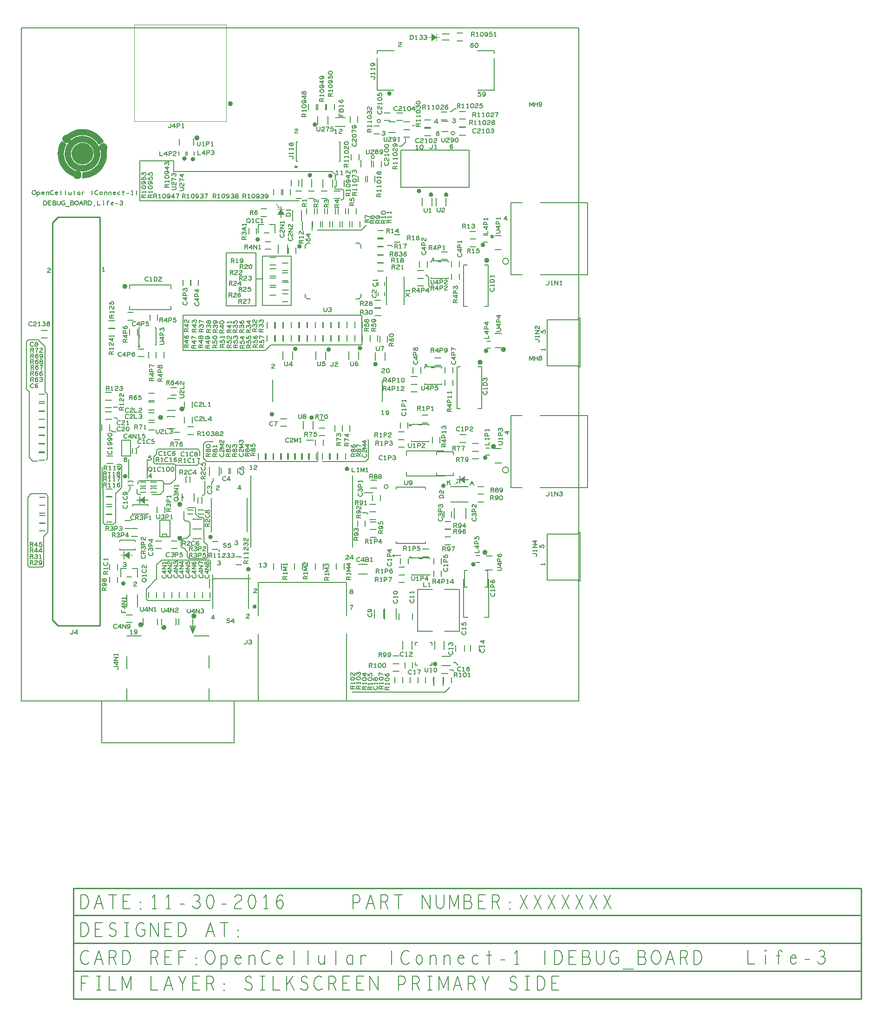
<source format=gbr>
G04 ================== begin FILE IDENTIFICATION RECORD ==================*
G04 Layout Name:  D:/shamshu/Dburg/final/OC_Connect-1_DEBUG_Life-3_final.brd*
G04 Film Name:    slpr.gbr*
G04 File Format:  Gerber RS274X*
G04 File Origin:  Cadence Allegro 16.6-2015-S060*
G04 Origin Date:  Thu Dec 01 02:08:25 2016*
G04 *
G04 Layer:  REF DES/SILKSCREEN_TOP*
G04 Layer:  PACKAGE GEOMETRY/SILKSCREEN_TOP*
G04 Layer:  DRAWING FORMAT/SLPR*
G04 Layer:  DRAWING FORMAT/FILM_LABEL_OUTLINE*
G04 Layer:  COMPONENT VALUE/SILKSCREEN_TOP*
G04 Layer:  BOARD GEOMETRY/OUTLINE*
G04 Layer:  BOARD GEOMETRY/SILKSCREEN_TOP*
G04 *
G04 Offset:    (0.000 0.000)*
G04 Mirror:    No*
G04 Mode:      Positive*
G04 Rotation:  0*
G04 FullContactRelief:  No*
G04 UndefLineWidth:     6.000*
G04 ================== end FILE IDENTIFICATION RECORD ====================*
%FSLAX25Y25*MOIN*%
%IR0*IPPOS*OFA0.00000B0.00000*MIA0B0*SFA1.00000B1.00000*%
%ADD10C,.005*%
%ADD11C,.006*%
%ADD12C,.005906*%
%ADD13C,.003937*%
%ADD14C,.008268*%
%ADD15C,.007874*%
%ADD16C,.01*%
%ADD17C,.01575*%
%ADD18C,.015748*%
G75*
%LPD*%
G75*
G36*
G01X82728Y143750D02*
Y144250D01*
X84728D01*
Y146750D01*
X85228D01*
Y144250D01*
X88772Y146750D01*
Y144250D01*
X91272D01*
Y143750D01*
X88772D01*
Y141250D01*
X85228Y143750D01*
Y141250D01*
X84728D01*
Y143750D01*
X82728D01*
G37*
G36*
G01X71433Y104280D02*
Y104780D01*
X73433D01*
Y107280D01*
X73933D01*
Y104780D01*
X77476Y107280D01*
Y104780D01*
X79976D01*
Y104280D01*
X77476D01*
Y101780D01*
X73933Y104280D01*
Y101780D01*
X73433D01*
Y104280D01*
X71433D01*
G37*
G36*
G01X168818Y67600D02*
G03I-1500J0D01*
G37*
G36*
G01X186073Y354732D02*
X186573D01*
Y352732D01*
X189073D01*
Y352232D01*
X186573D01*
X189073Y348688D01*
X186573D01*
Y346188D01*
X186073D01*
Y348688D01*
X183573D01*
X186073Y352232D01*
X183573D01*
Y352732D01*
X186073D01*
Y354732D01*
G37*
G36*
G01X185570Y352729D02*
X186070D01*
X184254Y354136D01*
X185484D01*
X182795Y356280D01*
X182295D01*
X184547Y354484D01*
X183305D01*
X185570Y352729D01*
G37*
G36*
G01X300372Y475550D02*
Y476050D01*
X298372D01*
Y478550D01*
X297872D01*
Y476050D01*
X294328Y478550D01*
Y476050D01*
X291828D01*
Y475550D01*
X294328D01*
Y473050D01*
X297872Y475550D01*
Y473050D01*
X298372D01*
Y475550D01*
X300372D01*
G37*
G36*
G01X312352Y158336D02*
Y158836D01*
X314352D01*
Y161336D01*
X314852D01*
Y158836D01*
X318396Y161336D01*
Y158836D01*
X320896D01*
Y158336D01*
X318396D01*
Y155836D01*
X314852Y158336D01*
Y155836D01*
X314352D01*
Y158336D01*
X312352D01*
G37*
G36*
G01X314355Y157833D02*
Y158333D01*
X312948Y156517D01*
Y157747D01*
X310804Y155058D01*
Y154558D01*
X312600Y156810D01*
Y155568D01*
X314355Y157833D01*
G37*
G54D10*
G01X399648Y85880D02*
Y86668D01*
X377207D01*
Y119739D01*
X399648D01*
Y120920D01*
X400829D01*
Y85880D01*
X399648D01*
G01Y239480D02*
Y240268D01*
X377207D01*
Y273339D01*
X399648D01*
Y274520D01*
X400829D01*
Y239480D01*
X399648D01*
G54D11*
G01X4500Y114000D02*
Y97000D01*
X5500Y96000D01*
X15000D01*
X16000Y97000D01*
Y118000D01*
X19000Y121000D01*
Y147000D01*
X17500Y148500D01*
X7000D01*
X4500Y146000D01*
Y114000D01*
G01X6300Y110700D02*
Y113700D01*
X7550D01*
X7950Y113550D01*
X8200Y113350D01*
X8300Y112950D01*
X8200Y112550D01*
X7900Y112300D01*
X7550Y112150D01*
X6300D01*
G01X7550D02*
X8300Y110700D01*
G01X11100D02*
Y113700D01*
X9250Y111550D01*
X11750D01*
G01X12600Y111150D02*
X12900Y110900D01*
X13250Y110750D01*
X13700Y110700D01*
X14150Y110800D01*
X14500Y111000D01*
X14750Y111350D01*
X14800Y111750D01*
X14700Y112150D01*
X14450Y112400D01*
X14100Y112600D01*
X13750Y112650D01*
X13400Y112600D01*
X12950Y112400D01*
X13100Y113700D01*
X14450D01*
G01X6200Y106500D02*
Y109500D01*
X7450D01*
X7850Y109350D01*
X8100Y109150D01*
X8200Y108750D01*
X8100Y108350D01*
X7800Y108100D01*
X7450Y107950D01*
X6200D01*
G01X7450D02*
X8200Y106500D01*
G01X11000D02*
Y109500D01*
X9150Y107350D01*
X11650D01*
G01X14200Y106500D02*
Y109500D01*
X12350Y107350D01*
X14850D01*
G01X6200Y97600D02*
Y100600D01*
X7450D01*
X7850Y100450D01*
X8100Y100250D01*
X8200Y99850D01*
X8100Y99450D01*
X7800Y99200D01*
X7450Y99050D01*
X6200D01*
G01X7450D02*
X8200Y97600D01*
G01X9450Y100100D02*
X9750Y100400D01*
X10100Y100550D01*
X10500Y100600D01*
X11000Y100500D01*
X11350Y100250D01*
X11450Y99950D01*
X11400Y99650D01*
X11200Y99400D01*
X10200Y98900D01*
X9750Y98550D01*
X9450Y98050D01*
X9350Y97600D01*
X11450D01*
G01X12750Y97950D02*
X13100Y97700D01*
X13500Y97600D01*
X13900Y97700D01*
X14250Y98000D01*
X14500Y98450D01*
X14600Y98900D01*
Y99450D01*
X14500Y99900D01*
X14250Y100300D01*
X13950Y100500D01*
X13600Y100600D01*
X13200Y100500D01*
X12900Y100300D01*
X12700Y100000D01*
X12600Y99600D01*
X12700Y99250D01*
X12950Y98900D01*
X13250Y98700D01*
X13600Y98650D01*
X14000Y98750D01*
X14300Y99000D01*
X14600Y99450D01*
G01X6300Y102100D02*
Y105100D01*
X7550D01*
X7950Y104950D01*
X8200Y104750D01*
X8300Y104350D01*
X8200Y103950D01*
X7900Y103700D01*
X7550Y103550D01*
X6300D01*
G01X7550D02*
X8300Y102100D01*
G01X9400Y102700D02*
X9700Y102350D01*
X10100Y102150D01*
X10550Y102100D01*
X10950Y102150D01*
X11350Y102400D01*
X11600Y102700D01*
X11650Y103000D01*
X11550Y103350D01*
X11200Y103600D01*
X10850Y103700D01*
X10400D01*
G01X10850D02*
X11150Y103850D01*
X11400Y104100D01*
X11500Y104400D01*
X11400Y104700D01*
X11150Y104950D01*
X10700Y105100D01*
X10250Y105050D01*
X9800Y104850D01*
G01X13700Y102100D02*
Y105100D01*
X13100Y104500D01*
G01Y102100D02*
X14300D01*
G01X11500Y172000D02*
X8000D01*
X5500Y174500D01*
Y221500D01*
X3500Y223500D01*
Y257500D01*
X5000Y259000D01*
X12000D01*
X17000Y254000D01*
Y221500D01*
X18500Y220000D01*
Y173500D01*
X18000Y173000D01*
G01X6629Y233312D02*
Y236312D01*
X7879D01*
X8279Y236162D01*
X8529Y235962D01*
X8629Y235562D01*
X8529Y235162D01*
X8229Y234912D01*
X7879Y234762D01*
X6629D01*
G01X7879D02*
X8629Y233312D01*
G01X9879Y234562D02*
X10229Y234912D01*
X10529Y235112D01*
X10929Y235212D01*
X11279Y235112D01*
X11529Y234912D01*
X11729Y234612D01*
X11779Y234262D01*
X11729Y233962D01*
X11529Y233662D01*
X11229Y233412D01*
X10879Y233312D01*
X10479Y233412D01*
X10129Y233712D01*
X9929Y234162D01*
X9879Y234662D01*
X9979Y235312D01*
X10129Y235662D01*
X10379Y236012D01*
X10729Y236262D01*
X11079Y236312D01*
X11429Y236212D01*
X11679Y235962D01*
G01X13079Y234562D02*
X13429Y234912D01*
X13729Y235112D01*
X14129Y235212D01*
X14479Y235112D01*
X14729Y234912D01*
X14929Y234612D01*
X14979Y234262D01*
X14929Y233962D01*
X14729Y233662D01*
X14429Y233412D01*
X14079Y233312D01*
X13679Y233412D01*
X13329Y233712D01*
X13129Y234162D01*
X13079Y234662D01*
X13179Y235312D01*
X13329Y235662D01*
X13579Y236012D01*
X13929Y236262D01*
X14279Y236312D01*
X14629Y236212D01*
X14879Y235962D01*
G01X6586Y228975D02*
Y231975D01*
X7836D01*
X8236Y231825D01*
X8486Y231625D01*
X8586Y231225D01*
X8486Y230825D01*
X8186Y230575D01*
X7836Y230425D01*
X6586D01*
G01X7836D02*
X8586Y228975D01*
G01X9836Y230225D02*
X10186Y230575D01*
X10486Y230775D01*
X10886Y230875D01*
X11236Y230775D01*
X11486Y230575D01*
X11686Y230275D01*
X11736Y229925D01*
X11686Y229625D01*
X11486Y229325D01*
X11186Y229075D01*
X10836Y228975D01*
X10436Y229075D01*
X10086Y229375D01*
X9886Y229825D01*
X9836Y230325D01*
X9936Y230975D01*
X10086Y231325D01*
X10336Y231675D01*
X10686Y231925D01*
X11036Y231975D01*
X11386Y231875D01*
X11636Y231625D01*
G01X12886Y229575D02*
X13186Y229225D01*
X13586Y229025D01*
X14036Y228975D01*
X14436Y229025D01*
X14836Y229275D01*
X15086Y229575D01*
X15136Y229875D01*
X15036Y230225D01*
X14686Y230475D01*
X14336Y230575D01*
X13886D01*
G01X14336D02*
X14636Y230725D01*
X14886Y230975D01*
X14986Y231275D01*
X14886Y231575D01*
X14636Y231825D01*
X14186Y231975D01*
X13736Y231925D01*
X13286Y231725D01*
G01X6755Y250072D02*
Y253072D01*
X8005D01*
X8405Y252922D01*
X8655Y252722D01*
X8755Y252322D01*
X8655Y251922D01*
X8355Y251672D01*
X8005Y251522D01*
X6755D01*
G01X8005D02*
X8755Y250072D01*
G01X10855D02*
X10955Y250722D01*
X11105Y251272D01*
X11305Y251772D01*
X11555Y252322D01*
X11955Y253072D01*
X9955D01*
G01X13205Y252572D02*
X13505Y252872D01*
X13855Y253022D01*
X14255Y253072D01*
X14755Y252972D01*
X15105Y252722D01*
X15205Y252422D01*
X15155Y252122D01*
X14955Y251872D01*
X13955Y251372D01*
X13505Y251022D01*
X13205Y250522D01*
X13105Y250072D01*
X15205D01*
G01X6755Y245777D02*
Y248777D01*
X8005D01*
X8405Y248627D01*
X8655Y248427D01*
X8755Y248027D01*
X8655Y247627D01*
X8355Y247377D01*
X8005Y247227D01*
X6755D01*
G01X8005D02*
X8755Y245777D01*
G01X10005Y247027D02*
X10355Y247377D01*
X10655Y247577D01*
X11055Y247677D01*
X11405Y247577D01*
X11655Y247377D01*
X11855Y247077D01*
X11905Y246727D01*
X11855Y246427D01*
X11655Y246127D01*
X11355Y245877D01*
X11005Y245777D01*
X10605Y245877D01*
X10255Y246177D01*
X10055Y246627D01*
X10005Y247127D01*
X10105Y247777D01*
X10255Y248127D01*
X10505Y248477D01*
X10855Y248727D01*
X11205Y248777D01*
X11555Y248677D01*
X11805Y248427D01*
G01X13305Y246127D02*
X13655Y245877D01*
X14055Y245777D01*
X14455Y245877D01*
X14805Y246177D01*
X15055Y246627D01*
X15155Y247077D01*
Y247627D01*
X15055Y248077D01*
X14805Y248477D01*
X14505Y248677D01*
X14155Y248777D01*
X13755Y248677D01*
X13455Y248477D01*
X13255Y248177D01*
X13155Y247777D01*
X13255Y247427D01*
X13505Y247077D01*
X13805Y246877D01*
X14155Y246827D01*
X14555Y246927D01*
X14855Y247177D01*
X15155Y247627D01*
G01X6755Y241692D02*
Y244692D01*
X8005D01*
X8405Y244542D01*
X8655Y244342D01*
X8755Y243942D01*
X8655Y243542D01*
X8355Y243292D01*
X8005Y243142D01*
X6755D01*
G01X8005D02*
X8755Y241692D01*
G01X10005Y242942D02*
X10355Y243292D01*
X10655Y243492D01*
X11055Y243592D01*
X11405Y243492D01*
X11655Y243292D01*
X11855Y242992D01*
X11905Y242642D01*
X11855Y242342D01*
X11655Y242042D01*
X11355Y241792D01*
X11005Y241692D01*
X10605Y241792D01*
X10255Y242092D01*
X10055Y242542D01*
X10005Y243042D01*
X10105Y243692D01*
X10255Y244042D01*
X10505Y244392D01*
X10855Y244642D01*
X11205Y244692D01*
X11555Y244592D01*
X11805Y244342D01*
G01X14155Y241692D02*
X14505Y241742D01*
X14905Y241892D01*
X15155Y242142D01*
X15255Y242492D01*
X15155Y242842D01*
X14855Y243142D01*
X14405Y243292D01*
X13905D01*
X13605Y243392D01*
X13355Y243642D01*
X13255Y243992D01*
X13405Y244342D01*
X13755Y244592D01*
X14155Y244692D01*
X14555Y244592D01*
X14905Y244342D01*
X15055Y243992D01*
X14955Y243642D01*
X14705Y243392D01*
X14405Y243292D01*
X13905D01*
X13455Y243142D01*
X13155Y242842D01*
X13055Y242492D01*
X13155Y242142D01*
X13405Y241892D01*
X13805Y241742D01*
X14155Y241692D01*
G01X6839Y237692D02*
Y240692D01*
X8089D01*
X8489Y240542D01*
X8739Y240342D01*
X8839Y239942D01*
X8739Y239542D01*
X8439Y239292D01*
X8089Y239142D01*
X6839D01*
G01X8089D02*
X8839Y237692D01*
G01X10089Y238942D02*
X10439Y239292D01*
X10739Y239492D01*
X11139Y239592D01*
X11489Y239492D01*
X11739Y239292D01*
X11939Y238992D01*
X11989Y238642D01*
X11939Y238342D01*
X11739Y238042D01*
X11439Y237792D01*
X11089Y237692D01*
X10689Y237792D01*
X10339Y238092D01*
X10139Y238542D01*
X10089Y239042D01*
X10189Y239692D01*
X10339Y240042D01*
X10589Y240392D01*
X10939Y240642D01*
X11289Y240692D01*
X11639Y240592D01*
X11889Y240342D01*
G01X14139Y237692D02*
X14239Y238342D01*
X14389Y238892D01*
X14589Y239392D01*
X14839Y239942D01*
X15239Y240692D01*
X13239D01*
G01X8597Y257112D02*
X8297Y257262D01*
X7947Y257362D01*
X7547D01*
X7097Y257212D01*
X6747Y256962D01*
X6497Y256662D01*
X6297Y256162D01*
X6247Y255712D01*
X6347Y255262D01*
X6497Y254962D01*
X6797Y254662D01*
X7147Y254462D01*
X7497Y254362D01*
X7847D01*
X8197Y254462D01*
X8497Y254612D01*
X8747Y254812D01*
G01X10697Y254362D02*
X11047Y254412D01*
X11447Y254562D01*
X11697Y254812D01*
X11797Y255162D01*
X11697Y255512D01*
X11397Y255812D01*
X10947Y255962D01*
X10447D01*
X10147Y256062D01*
X9897Y256312D01*
X9797Y256662D01*
X9947Y257012D01*
X10297Y257262D01*
X10697Y257362D01*
X11097Y257262D01*
X11447Y257012D01*
X11597Y256662D01*
X11497Y256312D01*
X11247Y256062D01*
X10947Y255962D01*
X10447D01*
X9997Y255812D01*
X9697Y255512D01*
X9597Y255162D01*
X9697Y254812D01*
X9947Y254562D01*
X10347Y254412D01*
X10697Y254362D01*
G01X8634Y227262D02*
X8334Y227412D01*
X7984Y227512D01*
X7584D01*
X7134Y227362D01*
X6784Y227112D01*
X6534Y226812D01*
X6334Y226312D01*
X6284Y225862D01*
X6384Y225412D01*
X6534Y225112D01*
X6834Y224812D01*
X7184Y224612D01*
X7534Y224512D01*
X7884D01*
X8234Y224612D01*
X8534Y224762D01*
X8784Y224962D01*
G01X9784Y225762D02*
X10134Y226112D01*
X10434Y226312D01*
X10834Y226412D01*
X11184Y226312D01*
X11434Y226112D01*
X11634Y225812D01*
X11684Y225462D01*
X11634Y225162D01*
X11434Y224862D01*
X11134Y224612D01*
X10784Y224512D01*
X10384Y224612D01*
X10034Y224912D01*
X9834Y225362D01*
X9784Y225862D01*
X9884Y226512D01*
X10034Y226862D01*
X10284Y227212D01*
X10634Y227462D01*
X10984Y227512D01*
X11334Y227412D01*
X11584Y227162D01*
G01X7568Y271636D02*
X7268Y271786D01*
X6919Y271886D01*
X6519D01*
X6068Y271736D01*
X5719Y271486D01*
X5468Y271186D01*
X5268Y270686D01*
X5218Y270236D01*
X5318Y269786D01*
X5468Y269486D01*
X5768Y269186D01*
X6118Y268986D01*
X6469Y268886D01*
X6819D01*
X7168Y268986D01*
X7468Y269136D01*
X7719Y269336D01*
G01X8718Y271386D02*
X9018Y271686D01*
X9368Y271836D01*
X9768Y271886D01*
X10268Y271786D01*
X10618Y271536D01*
X10718Y271236D01*
X10668Y270936D01*
X10468Y270686D01*
X9468Y270186D01*
X9018Y269836D01*
X8718Y269336D01*
X8618Y268886D01*
X10718D01*
G01X12868D02*
Y271886D01*
X12268Y271286D01*
G01Y268886D02*
X13468D01*
G01X14969Y269486D02*
X15268Y269136D01*
X15668Y268936D01*
X16118Y268886D01*
X16518Y268936D01*
X16918Y269186D01*
X17168Y269486D01*
X17218Y269786D01*
X17118Y270136D01*
X16768Y270386D01*
X16418Y270486D01*
X15968D01*
G01X16418D02*
X16718Y270636D01*
X16968Y270886D01*
X17068Y271186D01*
X16968Y271486D01*
X16718Y271736D01*
X16268Y271886D01*
X15818Y271836D01*
X15369Y271636D01*
G01X19268Y268886D02*
X19618Y268936D01*
X20018Y269086D01*
X20268Y269336D01*
X20368Y269686D01*
X20268Y270036D01*
X19968Y270336D01*
X19518Y270486D01*
X19018D01*
X18718Y270586D01*
X18468Y270836D01*
X18368Y271186D01*
X18518Y271536D01*
X18868Y271786D01*
X19268Y271886D01*
X19668Y271786D01*
X20018Y271536D01*
X20168Y271186D01*
X20068Y270836D01*
X19818Y270586D01*
X19518Y270486D01*
X19018D01*
X18568Y270336D01*
X18268Y270036D01*
X18168Y269686D01*
X18268Y269336D01*
X18518Y269086D01*
X18919Y268936D01*
X19268Y268886D01*
G01X9100Y363100D02*
X8700Y363150D01*
X8350Y363350D01*
X8050Y363650D01*
X7850Y364000D01*
X7750Y364400D01*
Y364800D01*
X7850Y365200D01*
X8050Y365550D01*
X8350Y365850D01*
X8700Y366050D01*
X9100Y366100D01*
X9500Y366050D01*
X9850Y365850D01*
X10150Y365550D01*
X10350Y365200D01*
X10450Y364800D01*
Y364400D01*
X10350Y364000D01*
X10150Y363650D01*
X9850Y363350D01*
X9500Y363150D01*
X9100Y363100D01*
G01X11400Y362100D02*
Y365100D01*
G01Y364650D02*
X11650Y364900D01*
X11900Y365050D01*
X12300Y365100D01*
X12650Y365050D01*
X13000Y364800D01*
X13150Y364450D01*
X13200Y364100D01*
X13150Y363750D01*
X13000Y363400D01*
X12700Y363200D01*
X12300Y363100D01*
X11950Y363150D01*
X11600Y363300D01*
X11400Y363500D01*
G01X14750Y364450D02*
X16350D01*
X16200Y364800D01*
X15950Y365000D01*
X15600Y365100D01*
X15250Y365050D01*
X14950Y364900D01*
X14750Y364550D01*
X14650Y364250D01*
Y363950D01*
X14750Y363650D01*
X15000Y363350D01*
X15300Y363150D01*
X15650Y363100D01*
X16000Y363200D01*
X16350Y363500D01*
G01X17850Y363100D02*
Y365100D01*
G01Y364600D02*
X18050Y364850D01*
X18350Y365050D01*
X18750Y365100D01*
X19100Y365050D01*
X19400Y364850D01*
X19550Y364500D01*
Y363100D01*
G01X23000Y365850D02*
X22700Y366000D01*
X22350Y366100D01*
X21950D01*
X21500Y365950D01*
X21150Y365700D01*
X20900Y365400D01*
X20700Y364900D01*
X20650Y364450D01*
X20750Y364000D01*
X20900Y363700D01*
X21200Y363400D01*
X21550Y363200D01*
X21900Y363100D01*
X22250D01*
X22600Y363200D01*
X22900Y363350D01*
X23150Y363550D01*
G01X24350Y364450D02*
X25950D01*
X25800Y364800D01*
X25550Y365000D01*
X25200Y365100D01*
X24850Y365050D01*
X24550Y364900D01*
X24350Y364550D01*
X24250Y364250D01*
Y363950D01*
X24350Y363650D01*
X24600Y363350D01*
X24900Y363150D01*
X25250Y363100D01*
X25600Y363200D01*
X25950Y363500D01*
G01X28300Y363100D02*
Y366100D01*
G01X31500Y363100D02*
Y366100D01*
G01X33850Y365100D02*
Y363700D01*
X34050Y363350D01*
X34350Y363150D01*
X34700Y363100D01*
X35050Y363150D01*
X35350Y363350D01*
X35550Y363700D01*
G01Y363100D02*
Y365100D01*
G01X37900Y363100D02*
Y366100D01*
G01X42000Y363100D02*
Y365100D01*
G01Y364750D02*
X41800Y364950D01*
X41500Y365050D01*
X41150Y365100D01*
X40800Y365000D01*
X40500Y364800D01*
X40300Y364500D01*
X40200Y364100D01*
X40300Y363700D01*
X40500Y363400D01*
X40800Y363200D01*
X41150Y363100D01*
X41500Y363150D01*
X41800Y363300D01*
X42000Y363500D01*
G01X43600Y363100D02*
Y365100D01*
G01Y364700D02*
X43850Y364900D01*
X44100Y365050D01*
X44450Y365100D01*
X44700Y365050D01*
X45000Y364900D01*
G01X50700Y363100D02*
Y366100D01*
G01X55000Y365850D02*
X54700Y366000D01*
X54350Y366100D01*
X53950D01*
X53500Y365950D01*
X53150Y365700D01*
X52900Y365400D01*
X52700Y364900D01*
X52650Y364450D01*
X52750Y364000D01*
X52900Y363700D01*
X53200Y363400D01*
X53550Y363200D01*
X53900Y363100D01*
X54250D01*
X54600Y363200D01*
X54900Y363350D01*
X55150Y363550D01*
G01X57100Y363100D02*
X56800Y363150D01*
X56500Y363350D01*
X56300Y363700D01*
X56200Y364100D01*
X56300Y364500D01*
X56500Y364850D01*
X56800Y365050D01*
X57100Y365100D01*
X57400Y365050D01*
X57700Y364850D01*
X57900Y364500D01*
X57950Y364100D01*
X57900Y363700D01*
X57700Y363350D01*
X57400Y363150D01*
X57100Y363100D01*
G01X59450D02*
Y365100D01*
G01Y364600D02*
X59650Y364850D01*
X59950Y365050D01*
X60350Y365100D01*
X60700Y365050D01*
X61000Y364850D01*
X61150Y364500D01*
Y363100D01*
G01X62650D02*
Y365100D01*
G01Y364600D02*
X62850Y364850D01*
X63150Y365050D01*
X63550Y365100D01*
X63900Y365050D01*
X64200Y364850D01*
X64350Y364500D01*
Y363100D01*
G01X65950Y364450D02*
X67550D01*
X67400Y364800D01*
X67150Y365000D01*
X66800Y365100D01*
X66450Y365050D01*
X66150Y364900D01*
X65950Y364550D01*
X65850Y364250D01*
Y363950D01*
X65950Y363650D01*
X66200Y363350D01*
X66500Y363150D01*
X66850Y363100D01*
X67200Y363200D01*
X67550Y363500D01*
G01X70700Y364850D02*
X70350Y365050D01*
X70050Y365100D01*
X69650Y365000D01*
X69350Y364800D01*
X69150Y364450D01*
X69100Y364100D01*
X69150Y363750D01*
X69350Y363450D01*
X69650Y363200D01*
X70050Y363100D01*
X70400Y363200D01*
X70700Y363400D01*
G01X73100Y366100D02*
Y363100D01*
G01X72400Y365100D02*
X73800D01*
G01X75650Y364100D02*
X76950D01*
G01X79500Y363100D02*
Y366100D01*
X78900Y365500D01*
G01Y363100D02*
X80100D01*
G01X82700D02*
Y366100D01*
G01X75018Y63250D02*
X72018D01*
Y65150D01*
G01X73468Y64450D02*
Y63250D01*
G01X75018Y68000D02*
X72018D01*
X74168Y66150D01*
Y68650D01*
G01X75018Y69450D02*
X72018D01*
X75018Y71750D01*
X72018D01*
G01X75018Y73800D02*
X72018D01*
X72618Y73200D01*
G01X75018D02*
Y74400D01*
G01X68818Y22800D02*
X69118Y23050D01*
X69318Y23350D01*
X69418Y23700D01*
X69318Y24100D01*
X69118Y24400D01*
X68818Y24700D01*
X68418Y24800D01*
X66418D01*
G01X69418Y27600D02*
X66418D01*
X68568Y25750D01*
Y28250D01*
G01X69418Y29050D02*
X66418D01*
X69418Y31350D01*
X66418D01*
G01X69418Y33400D02*
X66418D01*
X67018Y32800D01*
G01X69418D02*
Y34000D01*
G01X78900Y48000D02*
Y51000D01*
X78300Y50400D01*
G01Y48000D02*
X79500D01*
G01X81250Y48350D02*
X81600Y48100D01*
X82000Y48000D01*
X82400Y48100D01*
X82750Y48400D01*
X83000Y48850D01*
X83100Y49300D01*
Y49850D01*
X83000Y50300D01*
X82750Y50700D01*
X82450Y50900D01*
X82100Y51000D01*
X81700Y50900D01*
X81400Y50700D01*
X81200Y50400D01*
X81100Y50000D01*
X81200Y49650D01*
X81450Y49300D01*
X81750Y49100D01*
X82100Y49050D01*
X82500Y49150D01*
X82800Y49400D01*
X83100Y49850D01*
G01X68418Y54750D02*
X68118Y54900D01*
X67768Y55000D01*
X67368D01*
X66918Y54850D01*
X66568Y54600D01*
X66318Y54300D01*
X66118Y53800D01*
X66068Y53350D01*
X66168Y52900D01*
X66318Y52600D01*
X66618Y52300D01*
X66968Y52100D01*
X67318Y52000D01*
X67668D01*
X68018Y52100D01*
X68318Y52250D01*
X68568Y52450D01*
G01X71118Y52000D02*
Y55000D01*
X69268Y52850D01*
X71768D01*
G01X72568Y52000D02*
Y55000D01*
X74868Y52000D01*
Y55000D01*
G01X76068Y52350D02*
X76418Y52100D01*
X76818Y52000D01*
X77218Y52100D01*
X77568Y52400D01*
X77818Y52850D01*
X77918Y53300D01*
Y53850D01*
X77818Y54300D01*
X77568Y54700D01*
X77268Y54900D01*
X76918Y55000D01*
X76518Y54900D01*
X76218Y54700D01*
X76018Y54400D01*
X75918Y54000D01*
X76018Y53650D01*
X76268Y53300D01*
X76568Y53100D01*
X76918Y53050D01*
X77318Y53150D01*
X77618Y53400D01*
X77918Y53850D01*
G01X34982Y48500D02*
X35232Y48200D01*
X35532Y48000D01*
X35882Y47900D01*
X36282Y48000D01*
X36582Y48200D01*
X36882Y48500D01*
X36982Y48900D01*
Y50900D01*
G01X39782Y47900D02*
Y50900D01*
X37932Y48750D01*
X40432D01*
G01X83000Y152000D02*
Y149000D01*
X84000Y148000D01*
X85500D01*
G01X68500Y169500D02*
X71000D01*
X72000Y168500D01*
Y153000D01*
X67500Y148500D01*
Y128000D01*
X66000Y126500D01*
X59500D01*
X58500Y127500D01*
Y152000D01*
X58000Y152500D01*
Y167500D01*
G01X80700Y132750D02*
X80400Y132900D01*
X80050Y133000D01*
X79650D01*
X79200Y132850D01*
X78850Y132600D01*
X78600Y132300D01*
X78400Y131800D01*
X78350Y131350D01*
X78450Y130900D01*
X78600Y130600D01*
X78900Y130300D01*
X79250Y130100D01*
X79600Y130000D01*
X79950D01*
X80300Y130100D01*
X80600Y130250D01*
X80850Y130450D01*
G01X81800Y130000D02*
Y133000D01*
X83050D01*
X83450Y132850D01*
X83700Y132650D01*
X83800Y132250D01*
X83700Y131850D01*
X83400Y131600D01*
X83050Y131450D01*
X81800D01*
G01X83050D02*
X83800Y130000D01*
G01X84900Y130600D02*
X85200Y130250D01*
X85600Y130050D01*
X86050Y130000D01*
X86450Y130050D01*
X86850Y130300D01*
X87100Y130600D01*
X87150Y130900D01*
X87050Y131250D01*
X86700Y131500D01*
X86350Y131600D01*
X85900D01*
G01X86350D02*
X86650Y131750D01*
X86900Y132000D01*
X87000Y132300D01*
X86900Y132600D01*
X86650Y132850D01*
X86200Y133000D01*
X85750Y132950D01*
X85300Y132750D01*
G01X88200Y130000D02*
Y133000D01*
X89400D01*
X89800Y132850D01*
X90100Y132500D01*
X90200Y132100D01*
X90100Y131700D01*
X89850Y131400D01*
X89400Y131250D01*
X88200D01*
G01X92400Y130000D02*
Y133000D01*
X91800Y132400D01*
G01Y130000D02*
X93000D01*
G01X60582Y122200D02*
Y125200D01*
X61832D01*
X62232Y125050D01*
X62482Y124850D01*
X62582Y124450D01*
X62482Y124050D01*
X62182Y123800D01*
X61832Y123650D01*
X60582D01*
G01X61832D02*
X62582Y122200D01*
G01X63682Y122800D02*
X63982Y122450D01*
X64382Y122250D01*
X64832Y122200D01*
X65232Y122250D01*
X65632Y122500D01*
X65882Y122800D01*
X65932Y123100D01*
X65832Y123450D01*
X65482Y123700D01*
X65132Y123800D01*
X64682D01*
G01X65132D02*
X65432Y123950D01*
X65682Y124200D01*
X65782Y124500D01*
X65682Y124800D01*
X65432Y125050D01*
X64982Y125200D01*
X64532Y125150D01*
X64082Y124950D01*
G01X66982Y122200D02*
Y125200D01*
X68182D01*
X68582Y125050D01*
X68882Y124700D01*
X68982Y124300D01*
X68882Y123900D01*
X68632Y123600D01*
X68182Y123450D01*
X66982D01*
G01X70082Y122800D02*
X70382Y122450D01*
X70782Y122250D01*
X71232Y122200D01*
X71632Y122250D01*
X72032Y122500D01*
X72282Y122800D01*
X72332Y123100D01*
X72232Y123450D01*
X71882Y123700D01*
X71532Y123800D01*
X71082D01*
G01X71532D02*
X71832Y123950D01*
X72082Y124200D01*
X72182Y124500D01*
X72082Y124800D01*
X71832Y125050D01*
X71382Y125200D01*
X70932Y125150D01*
X70482Y124950D01*
G01X65200Y117500D02*
Y120500D01*
X66450D01*
X66850Y120350D01*
X67100Y120150D01*
X67200Y119750D01*
X67100Y119350D01*
X66800Y119100D01*
X66450Y118950D01*
X65200D01*
G01X66450D02*
X67200Y117500D01*
G01X68300Y118100D02*
X68600Y117750D01*
X69000Y117550D01*
X69450Y117500D01*
X69850Y117550D01*
X70250Y117800D01*
X70500Y118100D01*
X70550Y118400D01*
X70450Y118750D01*
X70100Y119000D01*
X69750Y119100D01*
X69300D01*
G01X69750D02*
X70050Y119250D01*
X70300Y119500D01*
X70400Y119800D01*
X70300Y120100D01*
X70050Y120350D01*
X69600Y120500D01*
X69150Y120450D01*
X68700Y120250D01*
G01X71600Y117500D02*
Y120500D01*
X72800D01*
X73200Y120350D01*
X73500Y120000D01*
X73600Y119600D01*
X73500Y119200D01*
X73250Y118900D01*
X72800Y118750D01*
X71600D01*
G01X76400Y117500D02*
Y120500D01*
X74550Y118350D01*
X77050D01*
G01X61918Y90900D02*
X58918D01*
Y92150D01*
X59068Y92550D01*
X59268Y92800D01*
X59668Y92900D01*
X60068Y92800D01*
X60318Y92500D01*
X60468Y92150D01*
Y90900D01*
G01Y92150D02*
X61918Y92900D01*
G01Y95100D02*
X58918D01*
X59518Y94500D01*
G01X61918D02*
Y95700D01*
G01X59168Y99400D02*
X59018Y99100D01*
X58918Y98750D01*
Y98350D01*
X59068Y97900D01*
X59318Y97550D01*
X59618Y97300D01*
X60118Y97100D01*
X60568Y97050D01*
X61018Y97150D01*
X61318Y97300D01*
X61618Y97600D01*
X61818Y97950D01*
X61918Y98300D01*
Y98650D01*
X61818Y99000D01*
X61668Y99300D01*
X61468Y99550D01*
G01X61918Y101500D02*
X58918D01*
X59518Y100900D01*
G01X61918D02*
Y102100D01*
G01X60918Y79200D02*
X57918D01*
Y80450D01*
X58068Y80850D01*
X58268Y81100D01*
X58668Y81200D01*
X59068Y81100D01*
X59318Y80800D01*
X59468Y80450D01*
Y79200D01*
G01Y80450D02*
X60918Y81200D01*
G01X60568Y82550D02*
X60818Y82900D01*
X60918Y83300D01*
X60818Y83700D01*
X60518Y84050D01*
X60068Y84300D01*
X59618Y84400D01*
X59068D01*
X58618Y84300D01*
X58218Y84050D01*
X58018Y83750D01*
X57918Y83400D01*
X58018Y83000D01*
X58218Y82700D01*
X58518Y82500D01*
X58918Y82400D01*
X59268Y82500D01*
X59618Y82750D01*
X59818Y83050D01*
X59868Y83400D01*
X59768Y83800D01*
X59518Y84100D01*
X59068Y84400D01*
G01X60918Y86600D02*
X60868Y86950D01*
X60718Y87350D01*
X60468Y87600D01*
X60118Y87700D01*
X59768Y87600D01*
X59468Y87300D01*
X59318Y86850D01*
Y86350D01*
X59218Y86050D01*
X58968Y85800D01*
X58618Y85700D01*
X58268Y85850D01*
X58018Y86200D01*
X57918Y86600D01*
X58018Y87000D01*
X58268Y87350D01*
X58618Y87500D01*
X58968Y87400D01*
X59218Y87150D01*
X59318Y86850D01*
Y86350D01*
X59468Y85900D01*
X59768Y85600D01*
X60118Y85500D01*
X60468Y85600D01*
X60718Y85850D01*
X60868Y86250D01*
X60918Y86600D01*
G01X72918Y96900D02*
X73218Y96550D01*
X73618Y96350D01*
X74068Y96300D01*
X74468Y96350D01*
X74868Y96600D01*
X75118Y96900D01*
X75168Y97200D01*
X75068Y97550D01*
X74718Y97800D01*
X74368Y97900D01*
X73918D01*
G01X74368D02*
X74668Y98050D01*
X74918Y98300D01*
X75018Y98600D01*
X74918Y98900D01*
X74668Y99150D01*
X74218Y99300D01*
X73768Y99250D01*
X73318Y99050D01*
G01X80568Y84800D02*
X80868Y85100D01*
X81218Y85250D01*
X81618Y85300D01*
X82118Y85200D01*
X82468Y84950D01*
X82568Y84650D01*
X82518Y84350D01*
X82318Y84100D01*
X81318Y83600D01*
X80868Y83250D01*
X80568Y82750D01*
X80468Y82300D01*
X82568D01*
G01X73250Y140300D02*
X73100Y140000D01*
X73000Y139650D01*
Y139250D01*
X73150Y138800D01*
X73400Y138450D01*
X73700Y138200D01*
X74200Y138000D01*
X74650Y137950D01*
X75100Y138050D01*
X75400Y138200D01*
X75700Y138500D01*
X75900Y138850D01*
X76000Y139200D01*
Y139550D01*
X75900Y139900D01*
X75750Y140200D01*
X75550Y140450D01*
G01X76000Y142400D02*
X73000D01*
X73600Y141800D01*
G01X76000D02*
Y143000D01*
G01X73250Y146700D02*
X73100Y146400D01*
X73000Y146050D01*
Y145650D01*
X73150Y145200D01*
X73400Y144850D01*
X73700Y144600D01*
X74200Y144400D01*
X74650Y144350D01*
X75100Y144450D01*
X75400Y144600D01*
X75700Y144900D01*
X75900Y145250D01*
X76000Y145600D01*
Y145950D01*
X75900Y146300D01*
X75750Y146600D01*
X75550Y146850D01*
G01X75650Y147950D02*
X75900Y148300D01*
X76000Y148700D01*
X75900Y149100D01*
X75600Y149450D01*
X75150Y149700D01*
X74700Y149800D01*
X74150D01*
X73700Y149700D01*
X73300Y149450D01*
X73100Y149150D01*
X73000Y148800D01*
X73100Y148400D01*
X73300Y148100D01*
X73600Y147900D01*
X74000Y147800D01*
X74350Y147900D01*
X74700Y148150D01*
X74900Y148450D01*
X74950Y148800D01*
X74850Y149200D01*
X74600Y149500D01*
X74150Y149800D01*
G01X66500Y203000D02*
X68000D01*
X69000Y202000D01*
G01X83500Y155500D02*
Y157000D01*
X84500Y158000D01*
X101000D01*
X102000Y157000D01*
Y155500D01*
X107000D01*
X110500Y159000D01*
Y169000D01*
G01X78000Y154000D02*
Y151500D01*
X76500Y150000D01*
G01X66000Y210500D02*
X69000D01*
G01X83000Y181500D02*
X83500D01*
X85000Y183000D01*
G01X64000Y193500D02*
X65000D01*
X65500Y193000D01*
X68000D01*
G01X60900Y222600D02*
Y225600D01*
X62150D01*
X62550Y225450D01*
X62800Y225250D01*
X62900Y224850D01*
X62800Y224450D01*
X62500Y224200D01*
X62150Y224050D01*
X60900D01*
G01X62150D02*
X62900Y222600D01*
G01X65100D02*
Y225600D01*
X64500Y225000D01*
G01Y222600D02*
X65700D01*
G01X67350Y225100D02*
X67650Y225400D01*
X68000Y225550D01*
X68400Y225600D01*
X68900Y225500D01*
X69250Y225250D01*
X69350Y224950D01*
X69300Y224650D01*
X69100Y224400D01*
X68100Y223900D01*
X67650Y223550D01*
X67350Y223050D01*
X67250Y222600D01*
X69350D01*
G01X70400Y223200D02*
X70700Y222850D01*
X71100Y222650D01*
X71550Y222600D01*
X71950Y222650D01*
X72350Y222900D01*
X72600Y223200D01*
X72650Y223500D01*
X72550Y223850D01*
X72200Y224100D01*
X71850Y224200D01*
X71400D01*
G01X71850D02*
X72150Y224350D01*
X72400Y224600D01*
X72500Y224900D01*
X72400Y225200D01*
X72150Y225450D01*
X71700Y225600D01*
X71250Y225550D01*
X70800Y225350D01*
G01X73400Y208600D02*
X70400D01*
Y209850D01*
X70550Y210250D01*
X70750Y210500D01*
X71150Y210600D01*
X71550Y210500D01*
X71800Y210200D01*
X71950Y209850D01*
Y208600D01*
G01Y209850D02*
X73400Y210600D01*
G01Y212800D02*
X70400D01*
X71000Y212200D01*
G01X73400D02*
Y213400D01*
G01X70900Y215050D02*
X70600Y215350D01*
X70450Y215700D01*
X70400Y216100D01*
X70500Y216600D01*
X70750Y216950D01*
X71050Y217050D01*
X71350Y217000D01*
X71600Y216800D01*
X72100Y215800D01*
X72450Y215350D01*
X72950Y215050D01*
X73400Y214950D01*
Y217050D01*
G01X70900Y218250D02*
X70600Y218550D01*
X70450Y218900D01*
X70400Y219300D01*
X70500Y219800D01*
X70750Y220150D01*
X71050Y220250D01*
X71350Y220200D01*
X71600Y220000D01*
X72100Y219000D01*
X72450Y218550D01*
X72950Y218250D01*
X73400Y218150D01*
Y220250D01*
G01X77518Y216100D02*
Y219100D01*
X78768D01*
X79168Y218950D01*
X79418Y218750D01*
X79518Y218350D01*
X79418Y217950D01*
X79118Y217700D01*
X78768Y217550D01*
X77518D01*
G01X78768D02*
X79518Y216100D01*
G01X80768Y217350D02*
X81118Y217700D01*
X81418Y217900D01*
X81818Y218000D01*
X82168Y217900D01*
X82418Y217700D01*
X82618Y217400D01*
X82668Y217050D01*
X82618Y216750D01*
X82418Y216450D01*
X82118Y216200D01*
X81768Y216100D01*
X81368Y216200D01*
X81018Y216500D01*
X80818Y216950D01*
X80768Y217450D01*
X80868Y218100D01*
X81018Y218450D01*
X81268Y218800D01*
X81618Y219050D01*
X81968Y219100D01*
X82318Y219000D01*
X82568Y218750D01*
G01X83818Y216550D02*
X84118Y216300D01*
X84468Y216150D01*
X84918Y216100D01*
X85368Y216200D01*
X85718Y216400D01*
X85968Y216750D01*
X86018Y217150D01*
X85918Y217550D01*
X85668Y217800D01*
X85318Y218000D01*
X84968Y218050D01*
X84618Y218000D01*
X84168Y217800D01*
X84318Y219100D01*
X85668D01*
G01X81318Y194900D02*
Y197900D01*
X82568D01*
X82968Y197750D01*
X83218Y197550D01*
X83318Y197150D01*
X83218Y196750D01*
X82918Y196500D01*
X82568Y196350D01*
X81318D01*
G01X82568D02*
X83318Y194900D01*
G01X85418D02*
X85518Y195550D01*
X85668Y196100D01*
X85868Y196600D01*
X86118Y197150D01*
X86518Y197900D01*
X84518D01*
G01X88718Y194900D02*
Y197900D01*
X88118Y197300D01*
G01Y194900D02*
X89318D01*
G01X59400Y165500D02*
Y168500D01*
X60650D01*
X61050Y168350D01*
X61300Y168150D01*
X61400Y167750D01*
X61300Y167350D01*
X61000Y167100D01*
X60650Y166950D01*
X59400D01*
G01X60650D02*
X61400Y165500D01*
G01X63600D02*
Y168500D01*
X63000Y167900D01*
G01Y165500D02*
X64200D01*
G01X66800D02*
Y168500D01*
X66200Y167900D01*
G01Y165500D02*
X67400D01*
G01X69150Y165850D02*
X69500Y165600D01*
X69900Y165500D01*
X70300Y165600D01*
X70650Y165900D01*
X70900Y166350D01*
X71000Y166800D01*
Y167350D01*
X70900Y167800D01*
X70650Y168200D01*
X70350Y168400D01*
X70000Y168500D01*
X69600Y168400D01*
X69300Y168200D01*
X69100Y167900D01*
X69000Y167500D01*
X69100Y167150D01*
X69350Y166800D01*
X69650Y166600D01*
X70000Y166550D01*
X70400Y166650D01*
X70700Y166900D01*
X71000Y167350D01*
G01X59000Y161400D02*
Y164400D01*
X60250D01*
X60650Y164250D01*
X60900Y164050D01*
X61000Y163650D01*
X60900Y163250D01*
X60600Y163000D01*
X60250Y162850D01*
X59000D01*
G01X60250D02*
X61000Y161400D01*
G01X63200D02*
Y164400D01*
X62600Y163800D01*
G01Y161400D02*
X63800D01*
G01X66400D02*
Y164400D01*
X65800Y163800D01*
G01Y161400D02*
X67000D01*
G01X69600D02*
X69950Y161450D01*
X70350Y161600D01*
X70600Y161850D01*
X70700Y162200D01*
X70600Y162550D01*
X70300Y162850D01*
X69850Y163000D01*
X69350D01*
X69050Y163100D01*
X68800Y163350D01*
X68700Y163700D01*
X68850Y164050D01*
X69200Y164300D01*
X69600Y164400D01*
X70000Y164300D01*
X70350Y164050D01*
X70500Y163700D01*
X70400Y163350D01*
X70150Y163100D01*
X69850Y163000D01*
X69350D01*
X68900Y162850D01*
X68600Y162550D01*
X68500Y162200D01*
X68600Y161850D01*
X68850Y161600D01*
X69250Y161450D01*
X69600Y161400D01*
G01X59100Y157500D02*
Y160500D01*
X60350D01*
X60750Y160350D01*
X61000Y160150D01*
X61100Y159750D01*
X61000Y159350D01*
X60700Y159100D01*
X60350Y158950D01*
X59100D01*
G01X60350D02*
X61100Y157500D01*
G01X63300D02*
Y160500D01*
X62700Y159900D01*
G01Y157500D02*
X63900D01*
G01X66500D02*
Y160500D01*
X65900Y159900D01*
G01Y157500D02*
X67100D01*
G01X69600D02*
X69700Y158150D01*
X69850Y158700D01*
X70050Y159200D01*
X70300Y159750D01*
X70700Y160500D01*
X68700D01*
G01X59100Y153400D02*
Y156400D01*
X60350D01*
X60750Y156250D01*
X61000Y156050D01*
X61100Y155650D01*
X61000Y155250D01*
X60700Y155000D01*
X60350Y154850D01*
X59100D01*
G01X60350D02*
X61100Y153400D01*
G01X63300D02*
Y156400D01*
X62700Y155800D01*
G01Y153400D02*
X63900D01*
G01X66500D02*
Y156400D01*
X65900Y155800D01*
G01Y153400D02*
X67100D01*
G01X68750Y154650D02*
X69100Y155000D01*
X69400Y155200D01*
X69800Y155300D01*
X70150Y155200D01*
X70400Y155000D01*
X70600Y154700D01*
X70650Y154350D01*
X70600Y154050D01*
X70400Y153750D01*
X70100Y153500D01*
X69750Y153400D01*
X69350Y153500D01*
X69000Y153800D01*
X68800Y154250D01*
X68750Y154750D01*
X68850Y155400D01*
X69000Y155750D01*
X69250Y156100D01*
X69600Y156350D01*
X69950Y156400D01*
X70300Y156300D01*
X70550Y156050D01*
G01X76800Y209750D02*
X76500Y209900D01*
X76150Y210000D01*
X75750D01*
X75300Y209850D01*
X74950Y209600D01*
X74700Y209300D01*
X74500Y208800D01*
X74450Y208350D01*
X74550Y207900D01*
X74700Y207600D01*
X75000Y207300D01*
X75350Y207100D01*
X75700Y207000D01*
X76050D01*
X76400Y207100D01*
X76700Y207250D01*
X76950Y207450D01*
G01X77950Y209500D02*
X78250Y209800D01*
X78600Y209950D01*
X79000Y210000D01*
X79500Y209900D01*
X79850Y209650D01*
X79950Y209350D01*
X79900Y209050D01*
X79700Y208800D01*
X78700Y208300D01*
X78250Y207950D01*
X77950Y207450D01*
X77850Y207000D01*
X79950D01*
G01X81100Y210000D02*
Y207000D01*
X83100D01*
G01X84350Y209500D02*
X84650Y209800D01*
X85000Y209950D01*
X85400Y210000D01*
X85900Y209900D01*
X86250Y209650D01*
X86350Y209350D01*
X86300Y209050D01*
X86100Y208800D01*
X85100Y208300D01*
X84650Y207950D01*
X84350Y207450D01*
X84250Y207000D01*
X86350D01*
G01X76800Y205250D02*
X76500Y205400D01*
X76150Y205500D01*
X75750D01*
X75300Y205350D01*
X74950Y205100D01*
X74700Y204800D01*
X74500Y204300D01*
X74450Y203850D01*
X74550Y203400D01*
X74700Y203100D01*
X75000Y202800D01*
X75350Y202600D01*
X75700Y202500D01*
X76050D01*
X76400Y202600D01*
X76700Y202750D01*
X76950Y202950D01*
G01X77950Y205000D02*
X78250Y205300D01*
X78600Y205450D01*
X79000Y205500D01*
X79500Y205400D01*
X79850Y205150D01*
X79950Y204850D01*
X79900Y204550D01*
X79700Y204300D01*
X78700Y203800D01*
X78250Y203450D01*
X77950Y202950D01*
X77850Y202500D01*
X79950D01*
G01X81100Y205500D02*
Y202500D01*
X83100D01*
G01X84200Y203100D02*
X84500Y202750D01*
X84900Y202550D01*
X85350Y202500D01*
X85750Y202550D01*
X86150Y202800D01*
X86400Y203100D01*
X86450Y203400D01*
X86350Y203750D01*
X86000Y204000D01*
X85650Y204100D01*
X85200D01*
G01X85650D02*
X85950Y204250D01*
X86200Y204500D01*
X86300Y204800D01*
X86200Y205100D01*
X85950Y205350D01*
X85500Y205500D01*
X85050Y205450D01*
X84600Y205250D01*
G01X70900Y200750D02*
X70600Y200900D01*
X70250Y201000D01*
X69850D01*
X69400Y200850D01*
X69050Y200600D01*
X68800Y200300D01*
X68600Y199800D01*
X68550Y199350D01*
X68650Y198900D01*
X68800Y198600D01*
X69100Y198300D01*
X69450Y198100D01*
X69800Y198000D01*
X70150D01*
X70500Y198100D01*
X70800Y198250D01*
X71050Y198450D01*
G01X72050Y200500D02*
X72350Y200800D01*
X72700Y200950D01*
X73100Y201000D01*
X73600Y200900D01*
X73950Y200650D01*
X74050Y200350D01*
X74000Y200050D01*
X73800Y199800D01*
X72800Y199300D01*
X72350Y198950D01*
X72050Y198450D01*
X71950Y198000D01*
X74050D01*
G01X76200D02*
Y201000D01*
X75600Y200400D01*
G01Y198000D02*
X76800D01*
G01X70900Y196250D02*
X70600Y196400D01*
X70250Y196500D01*
X69850D01*
X69400Y196350D01*
X69050Y196100D01*
X68800Y195800D01*
X68600Y195300D01*
X68550Y194850D01*
X68650Y194400D01*
X68800Y194100D01*
X69100Y193800D01*
X69450Y193600D01*
X69800Y193500D01*
X70150D01*
X70500Y193600D01*
X70800Y193750D01*
X71050Y193950D01*
G01X72050Y196000D02*
X72350Y196300D01*
X72700Y196450D01*
X73100Y196500D01*
X73600Y196400D01*
X73950Y196150D01*
X74050Y195850D01*
X74000Y195550D01*
X73800Y195300D01*
X72800Y194800D01*
X72350Y194450D01*
X72050Y193950D01*
X71950Y193500D01*
X74050D01*
G01X76200Y196500D02*
X75800Y196400D01*
X75500Y196150D01*
X75300Y195850D01*
X75150Y195450D01*
X75100Y195000D01*
X75150Y194550D01*
X75300Y194150D01*
X75500Y193850D01*
X75800Y193600D01*
X76200Y193500D01*
X76600Y193600D01*
X76900Y193850D01*
X77100Y194150D01*
X77250Y194550D01*
X77300Y195000D01*
X77250Y195450D01*
X77100Y195850D01*
X76900Y196150D01*
X76600Y196400D01*
X76200Y196500D01*
G01X62150Y179200D02*
X62000Y178900D01*
X61900Y178550D01*
Y178150D01*
X62050Y177700D01*
X62300Y177350D01*
X62600Y177100D01*
X63100Y176900D01*
X63550Y176850D01*
X64000Y176950D01*
X64300Y177100D01*
X64600Y177400D01*
X64800Y177750D01*
X64900Y178100D01*
Y178450D01*
X64800Y178800D01*
X64650Y179100D01*
X64450Y179350D01*
G01X64900Y181300D02*
X61900D01*
X62500Y180700D01*
G01X64900D02*
Y181900D01*
G01X64550Y183650D02*
X64800Y184000D01*
X64900Y184400D01*
X64800Y184800D01*
X64500Y185150D01*
X64050Y185400D01*
X63600Y185500D01*
X63050D01*
X62600Y185400D01*
X62200Y185150D01*
X62000Y184850D01*
X61900Y184500D01*
X62000Y184100D01*
X62200Y183800D01*
X62500Y183600D01*
X62900Y183500D01*
X63250Y183600D01*
X63600Y183850D01*
X63800Y184150D01*
X63850Y184500D01*
X63750Y184900D01*
X63500Y185200D01*
X63050Y185500D01*
G01X64550Y186850D02*
X64800Y187200D01*
X64900Y187600D01*
X64800Y188000D01*
X64500Y188350D01*
X64050Y188600D01*
X63600Y188700D01*
X63050D01*
X62600Y188600D01*
X62200Y188350D01*
X62000Y188050D01*
X61900Y187700D01*
X62000Y187300D01*
X62200Y187000D01*
X62500Y186800D01*
X62900Y186700D01*
X63250Y186800D01*
X63600Y187050D01*
X63800Y187350D01*
X63850Y187700D01*
X63750Y188100D01*
X63500Y188400D01*
X63050Y188700D01*
G01X61900Y190900D02*
X62000Y190500D01*
X62250Y190200D01*
X62550Y190000D01*
X62950Y189850D01*
X63400Y189800D01*
X63850Y189850D01*
X64250Y190000D01*
X64550Y190200D01*
X64800Y190500D01*
X64900Y190900D01*
X64800Y191300D01*
X64550Y191600D01*
X64250Y191800D01*
X63850Y191950D01*
X63400Y192000D01*
X62950Y191950D01*
X62550Y191800D01*
X62250Y191600D01*
X62000Y191300D01*
X61900Y190900D01*
G01X75850Y191200D02*
X75550Y191350D01*
X75200Y191450D01*
X74800D01*
X74350Y191300D01*
X74000Y191050D01*
X73750Y190750D01*
X73550Y190250D01*
X73500Y189800D01*
X73600Y189350D01*
X73750Y189050D01*
X74050Y188750D01*
X74400Y188550D01*
X74750Y188450D01*
X75100D01*
X75450Y188550D01*
X75750Y188700D01*
X76000Y188900D01*
G01X78550Y188450D02*
Y191450D01*
X76700Y189300D01*
X79200D01*
G01X80000Y188450D02*
Y191450D01*
X82300Y188450D01*
Y191450D01*
G01X84350Y188450D02*
Y191450D01*
X83750Y190850D01*
G01Y188450D02*
X84950D01*
G01X86450Y188900D02*
X86750Y188650D01*
X87100Y188500D01*
X87550Y188450D01*
X88000Y188550D01*
X88350Y188750D01*
X88600Y189100D01*
X88650Y189500D01*
X88550Y189900D01*
X88300Y190150D01*
X87950Y190350D01*
X87600Y190400D01*
X87250Y190350D01*
X86800Y190150D01*
X86950Y191450D01*
X88300D01*
G01X78250Y175550D02*
X71800D01*
G01D02*
Y187050D01*
G01D02*
X78250D01*
G01D02*
Y175550D01*
G01X85800Y187250D02*
X85500Y187400D01*
X85150Y187500D01*
X84750D01*
X84300Y187350D01*
X83950Y187100D01*
X83700Y186800D01*
X83500Y186300D01*
X83450Y185850D01*
X83550Y185400D01*
X83700Y185100D01*
X84000Y184800D01*
X84350Y184600D01*
X84700Y184500D01*
X85050D01*
X85400Y184600D01*
X85700Y184750D01*
X85950Y184950D01*
G01X87900Y184500D02*
Y187500D01*
X87300Y186900D01*
G01Y184500D02*
X88500D01*
G01X92200Y187250D02*
X91900Y187400D01*
X91550Y187500D01*
X91150D01*
X90700Y187350D01*
X90350Y187100D01*
X90100Y186800D01*
X89900Y186300D01*
X89850Y185850D01*
X89950Y185400D01*
X90100Y185100D01*
X90400Y184800D01*
X90750Y184600D01*
X91100Y184500D01*
X91450D01*
X91800Y184600D01*
X92100Y184750D01*
X92350Y184950D01*
G01X93200D02*
X93500Y184700D01*
X93850Y184550D01*
X94300Y184500D01*
X94750Y184600D01*
X95100Y184800D01*
X95350Y185150D01*
X95400Y185550D01*
X95300Y185950D01*
X95050Y186200D01*
X94700Y186400D01*
X94350Y186450D01*
X94000Y186400D01*
X93550Y186200D01*
X93700Y187500D01*
X95050D01*
G01X74622Y171569D02*
X74972Y171619D01*
X75372Y171769D01*
X75622Y172019D01*
X75722Y172369D01*
X75622Y172719D01*
X75322Y173019D01*
X74872Y173169D01*
X74372D01*
X74072Y173269D01*
X73822Y173519D01*
X73722Y173869D01*
X73872Y174219D01*
X74222Y174469D01*
X74622Y174569D01*
X75022Y174469D01*
X75372Y174219D01*
X75522Y173869D01*
X75422Y173519D01*
X75172Y173269D01*
X74872Y173169D01*
X74372D01*
X73922Y173019D01*
X73622Y172719D01*
X73522Y172369D01*
X73622Y172019D01*
X73872Y171769D01*
X74272Y171619D01*
X74622Y171569D01*
G01X66200Y274700D02*
X63200D01*
Y275950D01*
X63350Y276350D01*
X63550Y276600D01*
X63950Y276700D01*
X64350Y276600D01*
X64600Y276300D01*
X64750Y275950D01*
Y274700D01*
G01Y275950D02*
X66200Y276700D01*
G01Y278900D02*
X63200D01*
X63800Y278300D01*
G01X66200D02*
Y279500D01*
G01X63700Y281150D02*
X63400Y281450D01*
X63250Y281800D01*
X63200Y282200D01*
X63300Y282700D01*
X63550Y283050D01*
X63850Y283150D01*
X64150Y283100D01*
X64400Y282900D01*
X64900Y281900D01*
X65250Y281450D01*
X65750Y281150D01*
X66200Y281050D01*
Y283150D01*
G01X65750Y284200D02*
X66000Y284500D01*
X66150Y284850D01*
X66200Y285300D01*
X66100Y285750D01*
X65900Y286100D01*
X65550Y286350D01*
X65150Y286400D01*
X64750Y286300D01*
X64500Y286050D01*
X64300Y285700D01*
X64250Y285350D01*
X64300Y285000D01*
X64500Y284550D01*
X63200Y284700D01*
Y286050D01*
G01X66000Y248500D02*
X63000D01*
Y249750D01*
X63150Y250150D01*
X63350Y250400D01*
X63750Y250500D01*
X64150Y250400D01*
X64400Y250100D01*
X64550Y249750D01*
Y248500D01*
G01Y249750D02*
X66000Y250500D01*
G01Y252700D02*
X63000D01*
X63600Y252100D01*
G01X66000D02*
Y253300D01*
G01X63500Y254950D02*
X63200Y255250D01*
X63050Y255600D01*
X63000Y256000D01*
X63100Y256500D01*
X63350Y256850D01*
X63650Y256950D01*
X63950Y256900D01*
X64200Y256700D01*
X64700Y255700D01*
X65050Y255250D01*
X65550Y254950D01*
X66000Y254850D01*
Y256950D01*
G01Y259700D02*
X63000D01*
X65150Y257850D01*
Y260350D01*
G01X76018Y257300D02*
X73018D01*
Y258550D01*
X73168Y258950D01*
X73368Y259200D01*
X73768Y259300D01*
X74168Y259200D01*
X74418Y258900D01*
X74568Y258550D01*
Y257300D01*
G01Y258550D02*
X76018Y259300D01*
G01Y262100D02*
X73018D01*
X75168Y260250D01*
Y262750D01*
G01X76018Y263700D02*
X73018D01*
Y264900D01*
X73168Y265300D01*
X73518Y265600D01*
X73918Y265700D01*
X74318Y265600D01*
X74618Y265350D01*
X74768Y264900D01*
Y263700D01*
G01Y266950D02*
X74418Y267300D01*
X74218Y267600D01*
X74118Y268000D01*
X74218Y268350D01*
X74418Y268600D01*
X74718Y268800D01*
X75068Y268850D01*
X75368Y268800D01*
X75668Y268600D01*
X75918Y268300D01*
X76018Y267950D01*
X75918Y267550D01*
X75618Y267200D01*
X75168Y267000D01*
X74668Y266950D01*
X74018Y267050D01*
X73668Y267200D01*
X73318Y267450D01*
X73068Y267800D01*
X73018Y268150D01*
X73118Y268500D01*
X73368Y268750D01*
G01X71718Y249850D02*
X71418Y250000D01*
X71068Y250100D01*
X70668D01*
X70218Y249950D01*
X69868Y249700D01*
X69618Y249400D01*
X69418Y248900D01*
X69368Y248450D01*
X69468Y248000D01*
X69618Y247700D01*
X69918Y247400D01*
X70268Y247200D01*
X70618Y247100D01*
X70968D01*
X71318Y247200D01*
X71618Y247350D01*
X71868Y247550D01*
G01X74418Y247100D02*
Y250100D01*
X72568Y247950D01*
X75068D01*
G01X76018Y247100D02*
Y250100D01*
X77218D01*
X77618Y249950D01*
X77918Y249600D01*
X78018Y249200D01*
X77918Y248800D01*
X77668Y248500D01*
X77218Y248350D01*
X76018D01*
G01X79268D02*
X79618Y248700D01*
X79918Y248900D01*
X80318Y249000D01*
X80668Y248900D01*
X80918Y248700D01*
X81118Y248400D01*
X81168Y248050D01*
X81118Y247750D01*
X80918Y247450D01*
X80618Y247200D01*
X80268Y247100D01*
X79868Y247200D01*
X79518Y247500D01*
X79318Y247950D01*
X79268Y248450D01*
X79368Y249100D01*
X79518Y249450D01*
X79768Y249800D01*
X80118Y250050D01*
X80468Y250100D01*
X80818Y250000D01*
X81068Y249750D01*
G01X81800Y271750D02*
X81500Y271900D01*
X81150Y272000D01*
X80750D01*
X80300Y271850D01*
X79950Y271600D01*
X79700Y271300D01*
X79500Y270800D01*
X79450Y270350D01*
X79550Y269900D01*
X79700Y269600D01*
X80000Y269300D01*
X80350Y269100D01*
X80700Y269000D01*
X81050D01*
X81400Y269100D01*
X81700Y269250D01*
X81950Y269450D01*
G01X84500Y269000D02*
Y272000D01*
X82650Y269850D01*
X85150D01*
G01X86100Y269000D02*
Y272000D01*
X87300D01*
X87700Y271850D01*
X88000Y271500D01*
X88100Y271100D01*
X88000Y270700D01*
X87750Y270400D01*
X87300Y270250D01*
X86100D01*
G01X89200Y269450D02*
X89500Y269200D01*
X89850Y269050D01*
X90300Y269000D01*
X90750Y269100D01*
X91100Y269300D01*
X91350Y269650D01*
X91400Y270050D01*
X91300Y270450D01*
X91050Y270700D01*
X90700Y270900D01*
X90350Y270950D01*
X90000Y270900D01*
X89550Y270700D01*
X89700Y272000D01*
X91050D01*
G01X16100Y355600D02*
Y358600D01*
X17100D01*
X17500Y358450D01*
X17800Y358250D01*
X18050Y357950D01*
X18250Y357600D01*
X18300Y357100D01*
X18250Y356600D01*
X18050Y356250D01*
X17800Y355950D01*
X17500Y355750D01*
X17100Y355600D01*
X16100D01*
G01X21400D02*
X19400D01*
Y358600D01*
X21400D01*
G01X20600Y357150D02*
X19400D01*
G01X24000Y357200D02*
X24200Y357350D01*
X24350Y357600D01*
X24450Y357950D01*
X24350Y358250D01*
X24150Y358450D01*
X23800Y358600D01*
X22450D01*
Y355600D01*
X24100D01*
X24450Y355800D01*
X24650Y356100D01*
X24750Y356450D01*
X24650Y356800D01*
X24350Y357100D01*
X24000Y357200D01*
X22450D01*
G01X25700Y358600D02*
Y356450D01*
X25900Y356000D01*
X26300Y355700D01*
X26800Y355600D01*
X27300Y355700D01*
X27700Y356000D01*
X27900Y356450D01*
Y358600D01*
G01X30300Y357100D02*
X31300D01*
Y356200D01*
X31000Y355900D01*
X30650Y355700D01*
X30150Y355600D01*
X29650Y355700D01*
X29300Y355900D01*
X29000Y356200D01*
X28800Y356550D01*
X28700Y356950D01*
Y357300D01*
X28800Y357600D01*
X29000Y357950D01*
X29300Y358250D01*
X29600Y358450D01*
X30000Y358600D01*
X30350D01*
X30750Y358500D01*
X31050Y358300D01*
G01X31700Y354600D02*
X34700D01*
G01X36800Y357200D02*
X37000Y357350D01*
X37150Y357600D01*
X37250Y357950D01*
X37150Y358250D01*
X36950Y358450D01*
X36600Y358600D01*
X35250D01*
Y355600D01*
X36900D01*
X37250Y355800D01*
X37450Y356100D01*
X37550Y356450D01*
X37450Y356800D01*
X37150Y357100D01*
X36800Y357200D01*
X35250D01*
G01X39600Y355600D02*
X39200Y355650D01*
X38850Y355850D01*
X38550Y356150D01*
X38350Y356500D01*
X38250Y356900D01*
Y357300D01*
X38350Y357700D01*
X38550Y358050D01*
X38850Y358350D01*
X39200Y358550D01*
X39600Y358600D01*
X40000Y358550D01*
X40350Y358350D01*
X40650Y358050D01*
X40850Y357700D01*
X40950Y357300D01*
Y356900D01*
X40850Y356500D01*
X40650Y356150D01*
X40350Y355850D01*
X40000Y355650D01*
X39600Y355600D01*
G01X41550D02*
X42800Y358600D01*
X44050Y355600D01*
G01X43600Y356650D02*
X42000D01*
G01X45000Y355600D02*
Y358600D01*
X46250D01*
X46650Y358450D01*
X46900Y358250D01*
X47000Y357850D01*
X46900Y357450D01*
X46600Y357200D01*
X46250Y357050D01*
X45000D01*
G01X46250D02*
X47000Y355600D01*
G01X48100D02*
Y358600D01*
X49100D01*
X49500Y358450D01*
X49800Y358250D01*
X50050Y357950D01*
X50250Y357600D01*
X50300Y357100D01*
X50250Y356600D01*
X50050Y356250D01*
X49800Y355950D01*
X49500Y355750D01*
X49100Y355600D01*
X48100D01*
G01X52300Y355050D02*
X52500Y355700D01*
G01X54600Y358600D02*
Y355600D01*
X56600D01*
G01X58800Y357600D02*
Y355600D01*
G01Y358400D02*
X58700Y358450D01*
Y358550D01*
X58800Y358600D01*
X58900Y358550D01*
Y358450D01*
X58800Y358400D01*
G01X61700Y355600D02*
Y358150D01*
X61800Y358400D01*
X62000Y358550D01*
X62300Y358600D01*
X62600Y358500D01*
X62750Y358250D01*
G01X62150Y357400D02*
X61150D01*
G01X64450Y356950D02*
X66050D01*
X65900Y357300D01*
X65650Y357500D01*
X65300Y357600D01*
X64950Y357550D01*
X64650Y357400D01*
X64450Y357050D01*
X64350Y356750D01*
Y356450D01*
X64450Y356150D01*
X64700Y355850D01*
X65000Y355650D01*
X65350Y355600D01*
X65700Y355700D01*
X66050Y356000D01*
G01X67750Y356600D02*
X69050D01*
G01X70500Y356200D02*
X70800Y355850D01*
X71200Y355650D01*
X71650Y355600D01*
X72050Y355650D01*
X72450Y355900D01*
X72700Y356200D01*
X72750Y356500D01*
X72650Y356850D01*
X72300Y357100D01*
X71950Y357200D01*
X71500D01*
G01X71950D02*
X72250Y357350D01*
X72500Y357600D01*
X72600Y357900D01*
X72500Y358200D01*
X72250Y358450D01*
X71800Y358600D01*
X71350Y358550D01*
X70900Y358350D01*
G01X18832Y309900D02*
X19132Y310200D01*
X19482Y310350D01*
X19882Y310400D01*
X20382Y310300D01*
X20732Y310050D01*
X20832Y309750D01*
X20782Y309450D01*
X20582Y309200D01*
X19582Y308700D01*
X19132Y308350D01*
X18832Y307850D01*
X18732Y307400D01*
X20832D01*
G01X58982Y307900D02*
Y310900D01*
X58382Y310300D01*
G01Y307900D02*
X59582D01*
G01X46276Y380327D02*
X48600Y381053D01*
G01X47133Y384509D02*
X45513Y384003D01*
G01X45119Y383962D02*
X52739D01*
G01X45533Y384009D02*
X52778D01*
G01X45683Y384056D02*
X52816D01*
G01X45834Y384103D02*
X52855D01*
G01X45984Y384150D02*
X52893D01*
G01X46134Y384197D02*
X52932D01*
G01X46285Y384244D02*
X52971D01*
G01X46435Y384291D02*
X53010D01*
G01X46585Y384338D02*
X53048D01*
G01X45652Y385324D02*
X47406Y386036D01*
G01X45167Y393264D02*
X51034D01*
G01X45248Y393311D02*
X51027D01*
G01X45329Y393358D02*
X51021D01*
G01X45410Y393405D02*
X51014D01*
G01X45490Y393452D02*
X51007D01*
G01X45572Y393499D02*
X51001D01*
G01X45652Y393546D02*
X50994D01*
G01X45734Y393593D02*
X50988D01*
G01X45814Y393640D02*
X50981D01*
G01X45895Y393687D02*
X50974D01*
G01X45976Y393734D02*
X50968D01*
G01X46057Y393781D02*
X50961D01*
G01X46138Y393828D02*
X50954D01*
G01X46219Y393875D02*
X50948D01*
G01X46300Y393922D02*
X50941D01*
G01X46381Y393969D02*
X50935D01*
G01X46462Y394016D02*
X50928D01*
G01X46543Y394063D02*
X50921D01*
G01X46624Y394110D02*
X50915D01*
G01X46705Y394157D02*
X50908D01*
G01X46089Y378982D02*
X54621D01*
G01X46326Y379029D02*
X54675D01*
G01X46564Y379076D02*
X54730D01*
G01X47274Y379216D02*
X45548Y378875D01*
G01X45614Y378888D02*
X54512D01*
G01X45851Y378935D02*
X54566D01*
G01X46024Y375278D02*
X48206Y375710D01*
G01X48385Y409163D02*
X46123Y409627D01*
G01X48385Y409163D02*
X46123Y409627D01*
G01X48385Y409163D02*
X46123Y409627D01*
G01X48385Y409163D02*
X46123Y409627D01*
G01X46071Y400789D02*
X48140Y399911D01*
G01X46645Y400546D02*
X53128D01*
G01X46534Y400593D02*
X53087D01*
G01X46424Y400640D02*
X53045D01*
G01X46313Y400687D02*
X53004D01*
G01X46202Y400734D02*
X52963D01*
G01X46092Y400781D02*
X52922D01*
G01X45788Y400828D02*
X52881D01*
G01X45440Y400875D02*
X52840D01*
G01X45092Y400922D02*
X52799D01*
G01X47496Y398811D02*
X45731Y399562D01*
G01X45629Y406031D02*
X47418Y405665D01*
G01X45629Y406031D02*
X47418Y405665D01*
G01X45629Y406031D02*
X47418Y405665D01*
G01X46719Y405808D02*
X54770D01*
G01X46490Y405855D02*
X54717D01*
G01X46261Y405902D02*
X54664D01*
G01X46032Y405949D02*
X54611D01*
G01X45803Y405996D02*
X54558D01*
G01X45461Y406043D02*
X54505D01*
G01X47072Y404408D02*
X45454Y404741D01*
G01X45629Y406031D02*
X47418Y405665D01*
G01X46719Y405808D02*
X54770D01*
G01X46490Y405855D02*
X54717D01*
G01X46261Y405902D02*
X54664D01*
G01X46032Y405949D02*
X54611D01*
G01X45803Y405996D02*
X54558D01*
G01X45461Y406043D02*
X54505D01*
G01X42887Y409707D02*
X44937D01*
G01X43408Y409754D02*
X44240D01*
G01X42887Y409707D02*
X44937D01*
G01X43408Y409754D02*
X44240D01*
G01X29751Y403442D02*
X29801Y402405D01*
G01X29751Y403442D02*
X29801Y402405D01*
G01X29751Y403442D02*
X29801Y402405D01*
G01X29751Y403442D02*
X29801Y402405D01*
G01X39482Y398385D02*
X48045D01*
G01X39542Y398432D02*
X47984D01*
G01X39602Y398479D02*
X47924D01*
G01X43782Y380070D02*
X46276Y380327D01*
G01X45513Y384003D02*
X43773Y383823D01*
G01D02*
X43782Y380070D01*
G01X43782Y380109D02*
X44169D01*
G01X43782Y380156D02*
X44624D01*
G01X43782Y380204D02*
X45079D01*
G01X43782Y380250D02*
X45534D01*
G01X43781Y380298D02*
X45989D01*
G01X43781Y380344D02*
X46332D01*
G01X43781Y380391D02*
X46482D01*
G01X43781Y380438D02*
X46632D01*
G01X43781Y380485D02*
X46783D01*
G01X43781Y380532D02*
X46933D01*
G01X43781Y380579D02*
X47084D01*
G01X43781Y380626D02*
X47234D01*
G01X43781Y380673D02*
X47384D01*
G01X43781Y380720D02*
X47534D01*
G01X43780Y380767D02*
X47685D01*
G01X43780Y380814D02*
X47835D01*
G01X43780Y380861D02*
X47986D01*
G01X43780Y380908D02*
X48136D01*
G01X43780Y380955D02*
X48286D01*
G01X43780Y381002D02*
X48437D01*
G01X43780Y381049D02*
X48587D01*
G01X43780Y381096D02*
X48679D01*
G01X43780Y381143D02*
X48765D01*
G01X43779Y381190D02*
X48851D01*
G01X43779Y381237D02*
X48937D01*
G01X43779Y381284D02*
X49024D01*
G01X43779Y381331D02*
X49110D01*
G01X43779Y381378D02*
X49196D01*
G01X43779Y381425D02*
X49282D01*
G01X43779Y381472D02*
X49368D01*
G01X43778Y381519D02*
X49455D01*
G01X43778Y381566D02*
X49541D01*
G01X43778Y381613D02*
X49627D01*
G01X43778Y381660D02*
X49714D01*
G01X43778Y381707D02*
X49800D01*
G01X43778Y381754D02*
X49886D01*
G01X43778Y381801D02*
X49972D01*
G01X43778Y381848D02*
X50058D01*
G01X43778Y381895D02*
X50145D01*
G01X43778Y381942D02*
X50231D01*
G01X43777Y381989D02*
X50317D01*
G01X43777Y382036D02*
X50403D01*
G01X43777Y382083D02*
X50490D01*
G01X43777Y382130D02*
X50576D01*
G01X43777Y382177D02*
X50662D01*
G01X43777Y382224D02*
X50732D01*
G01X43777Y382271D02*
X50789D01*
G01X43776Y382318D02*
X50846D01*
G01X43776Y382365D02*
X50903D01*
G01X43776Y382412D02*
X50960D01*
G01X43776Y382458D02*
X51017D01*
G01X43776Y382506D02*
X51074D01*
G01X43776Y382552D02*
X51130D01*
G01X43776Y382600D02*
X51187D01*
G01X43776Y382646D02*
X51244D01*
G01X43776Y382693D02*
X51301D01*
G01X43776Y382740D02*
X51358D01*
G01X43776Y382787D02*
X51414D01*
G01X43775Y382834D02*
X51471D01*
G01X43775Y382881D02*
X51528D01*
G01X43775Y382928D02*
X51585D01*
G01X43775Y382975D02*
X51642D01*
G01X43775Y383022D02*
X51699D01*
G01X43775Y383069D02*
X51755D01*
G01X43775Y383116D02*
X51812D01*
G01X43774Y383163D02*
X51869D01*
G01X43774Y383210D02*
X51926D01*
G01X43774Y383257D02*
X51983D01*
G01X43774Y383304D02*
X52039D01*
G01X43774Y383351D02*
X52096D01*
G01X43774Y383398D02*
X52153D01*
G01X43774Y383445D02*
X52210D01*
G01X43774Y383492D02*
X52267D01*
G01X43774Y383539D02*
X52324D01*
G01X43774Y383586D02*
X52380D01*
G01X43773Y383633D02*
X52437D01*
G01X43773Y383680D02*
X52494D01*
G01X43773Y383727D02*
X52545D01*
G01X43773Y383774D02*
X52584D01*
G01X43773Y383821D02*
X52623D01*
G01X44212Y383868D02*
X52661D01*
G01X44665Y383915D02*
X52700D01*
G01X37370Y396122D02*
X43764Y392450D01*
G01D02*
X50143Y396145D01*
G01X43737Y392465D02*
X43791D01*
G01X43655Y392512D02*
X43872D01*
G01X43573Y392559D02*
X43953D01*
G01X43491Y392606D02*
X44034D01*
G01X43409Y392653D02*
X44115D01*
G01X43328Y392700D02*
X44196D01*
G01X43246Y392747D02*
X44277D01*
G01X43164Y392794D02*
X44358D01*
G01X43082Y392841D02*
X44439D01*
G01X43000Y392888D02*
X44521D01*
G01X42919Y392935D02*
X44602D01*
G01X42837Y392982D02*
X44683D01*
G01X42755Y393029D02*
X44764D01*
G01X42673Y393076D02*
X44845D01*
G01X42591Y393123D02*
X44926D01*
G01X42509Y393170D02*
X45007D01*
G01X42428Y393217D02*
X45088D01*
G01X42346Y393264D02*
X45170D01*
G01X42264Y393311D02*
X45250D01*
G01X42182Y393358D02*
X45332D01*
G01X42100Y393405D02*
X45413D01*
G01X42019Y393452D02*
X45494D01*
G01X41937Y393499D02*
X45575D01*
G01X41855Y393546D02*
X45656D01*
G01X41773Y393593D02*
X45737D01*
G01X41692Y393640D02*
X45818D01*
G01X41610Y393687D02*
X45899D01*
G01X41528Y393734D02*
X45980D01*
G01X41446Y393781D02*
X46061D01*
G01X41364Y393828D02*
X46142D01*
G01X41282Y393875D02*
X46224D01*
G01X41201Y393922D02*
X46305D01*
G01X41119Y393969D02*
X46386D01*
G01X41037Y394016D02*
X46467D01*
G01X40955Y394063D02*
X46548D01*
G01X40874Y394110D02*
X46629D01*
G01X40792Y394157D02*
X46710D01*
G01X40710Y394204D02*
X46791D01*
G01X40628Y394250D02*
X46872D01*
G01X40546Y394298D02*
X46953D01*
G01X40464Y394344D02*
X47035D01*
G01X40383Y394392D02*
X47116D01*
G01X40301Y394438D02*
X47197D01*
G01X40219Y394485D02*
X47278D01*
G01X40138Y394532D02*
X47359D01*
G01X40056Y394579D02*
X47440D01*
G01X39974Y394626D02*
X47521D01*
G01X39892Y394673D02*
X47602D01*
G01X39810Y394720D02*
X47683D01*
G01X39728Y394767D02*
X47764D01*
G01X39647Y394814D02*
X47845D01*
G01X39565Y394861D02*
X47927D01*
G01X39483Y394908D02*
X48008D01*
G01X39401Y394955D02*
X48089D01*
G01X39319Y395002D02*
X48170D01*
G01X39238Y395049D02*
X48251D01*
G01X39156Y395096D02*
X48332D01*
G01X39074Y395143D02*
X48413D01*
G01X38992Y395190D02*
X48494D01*
G01X38910Y395237D02*
X48575D01*
G01X38829Y395284D02*
X48656D01*
G01X38747Y395331D02*
X48738D01*
G01X38665Y395378D02*
X48818D01*
G01X38583Y395425D02*
X48900D01*
G01X38502Y395472D02*
X48981D01*
G01X38420Y395519D02*
X49062D01*
G01X38338Y395566D02*
X49143D01*
G01X38256Y395613D02*
X49224D01*
G01X38174Y395660D02*
X49305D01*
G01X38092Y395707D02*
X49386D01*
G01X38011Y395754D02*
X49467D01*
G01X37929Y395801D02*
X49549D01*
G01X37847Y395848D02*
X49630D01*
G01X37765Y395895D02*
X49711D01*
G01X37683Y395942D02*
X49792D01*
G01X37602Y395989D02*
X49873D01*
G01X37520Y396036D02*
X49954D01*
G01X37438Y396083D02*
X50035D01*
G01X37377Y396130D02*
X50116D01*
G01X37413Y396177D02*
X50119D01*
G01X37448Y396224D02*
X50083D01*
G01X37484Y396271D02*
X50047D01*
G01X37520Y396318D02*
X50011D01*
G01X37556Y396365D02*
X49975D01*
G01X37591Y396412D02*
X49939D01*
G01X37627Y396459D02*
X49903D01*
G01X37663Y396506D02*
X49867D01*
G01X43775Y385078D02*
X45652Y385324D01*
G01X50140Y396151D02*
X43764Y392450D01*
G01D02*
X43775Y385078D01*
G01X43775Y385089D02*
X43865D01*
G01X43775Y385136D02*
X44224D01*
G01X43775Y385183D02*
X44582D01*
G01X43775Y385230D02*
X44940D01*
G01X43774Y385277D02*
X45298D01*
G01X43774Y385324D02*
X45654D01*
G01X43774Y385371D02*
X45769D01*
G01X43774Y385418D02*
X45885D01*
G01X43774Y385465D02*
X46001D01*
G01X43774Y385512D02*
X46116D01*
G01X43774Y385559D02*
X46232D01*
G01X43774Y385606D02*
X46348D01*
G01X43774Y385653D02*
X46464D01*
G01X43774Y385700D02*
X46579D01*
G01X43774Y385747D02*
X46695D01*
G01X43774Y385794D02*
X46811D01*
G01X43774Y385841D02*
X46926D01*
G01X43774Y385888D02*
X47042D01*
G01X43774Y385935D02*
X47158D01*
G01X43773Y385982D02*
X47273D01*
G01X43773Y386029D02*
X47389D01*
G01X43773Y386076D02*
X47459D01*
G01X43773Y386123D02*
X47522D01*
G01X43773Y386170D02*
X47584D01*
G01X43773Y386217D02*
X47646D01*
G01X43773Y386264D02*
X47709D01*
G01X43773Y386311D02*
X47772D01*
G01X43773Y386358D02*
X47834D01*
G01X43773Y386405D02*
X47896D01*
G01X43773Y386452D02*
X47959D01*
G01X43773Y386499D02*
X48021D01*
G01X43772Y386546D02*
X48083D01*
G01X43772Y386593D02*
X48146D01*
G01X43772Y386640D02*
X48208D01*
G01X43772Y386687D02*
X48271D01*
G01X43772Y386734D02*
X48333D01*
G01X43772Y386781D02*
X48395D01*
G01X43772Y386828D02*
X48458D01*
G01X43772Y386875D02*
X48520D01*
G01X43772Y386922D02*
X48582D01*
G01X43772Y386969D02*
X48645D01*
G01X43772Y387016D02*
X48707D01*
G01X43772Y387063D02*
X48770D01*
G01X43772Y387110D02*
X48832D01*
G01X43772Y387156D02*
X48895D01*
G01X43772Y387204D02*
X48950D01*
G01X43771Y387251D02*
X48986D01*
G01X43771Y387298D02*
X49022D01*
G01X43771Y387344D02*
X49058D01*
G01X43771Y387391D02*
X49095D01*
G01X43771Y387438D02*
X49131D01*
G01X43771Y387485D02*
X49167D01*
G01X43771Y387532D02*
X49204D01*
G01X43771Y387579D02*
X49240D01*
G01X43771Y387626D02*
X49276D01*
G01X43771Y387673D02*
X49313D01*
G01X43771Y387720D02*
X49349D01*
G01X43771Y387767D02*
X49385D01*
G01X43771Y387814D02*
X49421D01*
G01X43771Y387861D02*
X49458D01*
G01X43771Y387908D02*
X49494D01*
G01X43770Y387955D02*
X49530D01*
G01X43770Y388002D02*
X49567D01*
G01X43770Y388049D02*
X49603D01*
G01X43770Y388096D02*
X49639D01*
G01X43770Y388143D02*
X49676D01*
G01X43770Y388190D02*
X49712D01*
G01X43770Y388237D02*
X49748D01*
G01X43770Y388284D02*
X49785D01*
G01X43770Y388331D02*
X49821D01*
G01X43770Y388378D02*
X49857D01*
G01X43770Y388425D02*
X49894D01*
G01X43770Y388472D02*
X49930D01*
G01X43770Y388519D02*
X49966D01*
G01X43770Y388566D02*
X50002D01*
G01X43770Y388613D02*
X50039D01*
G01X43770Y388660D02*
X50075D01*
G01X43769Y388707D02*
X50112D01*
G01X43769Y388754D02*
X50148D01*
G01X43769Y388801D02*
X50169D01*
G01X43769Y388848D02*
X50189D01*
G01X43769Y388895D02*
X50208D01*
G01X43769Y388942D02*
X50227D01*
G01X43769Y388989D02*
X50246D01*
G01X43769Y389036D02*
X50266D01*
G01X43769Y389083D02*
X50285D01*
G01X43769Y389130D02*
X50304D01*
G01X43769Y389177D02*
X50323D01*
G01X43768Y389224D02*
X50343D01*
G01X43768Y389271D02*
X50362D01*
G01X43768Y389318D02*
X50381D01*
G01X43768Y389365D02*
X50400D01*
G01X43768Y389412D02*
X50419D01*
G01X43768Y389459D02*
X50439D01*
G01X43768Y389506D02*
X50458D01*
G01X43768Y389552D02*
X50477D01*
G01X43768Y389600D02*
X50496D01*
G01X43768Y389646D02*
X50516D01*
G01X43768Y389694D02*
X50535D01*
G01X43768Y389740D02*
X50554D01*
G01X43768Y389787D02*
X50573D01*
G01X43768Y389834D02*
X50593D01*
G01X43768Y389881D02*
X50612D01*
G01X43768Y389928D02*
X50631D01*
G01X43767Y389975D02*
X50650D01*
G01X43767Y390022D02*
X50669D01*
G01X43767Y390069D02*
X50689D01*
G01X43767Y390116D02*
X50708D01*
G01X43767Y390163D02*
X50727D01*
G01X43767Y390210D02*
X50746D01*
G01X43767Y390257D02*
X50766D01*
G01X43767Y390304D02*
X50785D01*
G01X43767Y390351D02*
X50804D01*
G01X43767Y390398D02*
X50823D01*
G01X43767Y390445D02*
X50843D01*
G01X43766Y390492D02*
X50862D01*
G01X43766Y390539D02*
X50881D01*
G01X43766Y390586D02*
X50900D01*
G01X43766Y390633D02*
X50911D01*
G01X43766Y390680D02*
X50917D01*
G01X43766Y390727D02*
X50923D01*
G01X43766Y390774D02*
X50928D01*
G01X43766Y390821D02*
X50934D01*
G01X43766Y390868D02*
X50940D01*
G01X43766Y390915D02*
X50946D01*
G01X43766Y390962D02*
X50951D01*
G01X43766Y391009D02*
X50957D01*
G01X43766Y391056D02*
X50963D01*
G01X43766Y391103D02*
X50968D01*
G01X43766Y391150D02*
X50974D01*
G01X43765Y391197D02*
X50980D01*
G01X43765Y391244D02*
X50985D01*
G01X43765Y391291D02*
X50991D01*
G01X43765Y391338D02*
X50997D01*
G01X43765Y391385D02*
X51002D01*
G01X43765Y391432D02*
X51008D01*
G01X43765Y391479D02*
X51014D01*
G01X43765Y391526D02*
X51019D01*
G01X43765Y391573D02*
X51025D01*
G01X43765Y391620D02*
X51031D01*
G01X43765Y391667D02*
X51037D01*
G01X43765Y391714D02*
X51042D01*
G01X43765Y391761D02*
X51048D01*
G01X43765Y391808D02*
X51054D01*
G01X43765Y391854D02*
X51059D01*
G01X43765Y391902D02*
X51065D01*
G01X43764Y391949D02*
X51071D01*
G01X43764Y391996D02*
X51076D01*
G01X43764Y392042D02*
X51082D01*
G01X43764Y392089D02*
X51088D01*
G01X43764Y392136D02*
X51093D01*
G01X43764Y392183D02*
X51099D01*
G01X43764Y392230D02*
X51105D01*
G01X43764Y392277D02*
X51110D01*
G01X43764Y392324D02*
X51116D01*
G01X43764Y392371D02*
X51122D01*
G01X43764Y392418D02*
X51128D01*
G01X43791Y392465D02*
X51133D01*
G01X43872Y392512D02*
X51139D01*
G01X43953Y392559D02*
X51134D01*
G01X44034Y392606D02*
X51127D01*
G01X44115Y392653D02*
X51120D01*
G01X44196Y392700D02*
X51114D01*
G01X44277Y392747D02*
X51107D01*
G01X44358Y392794D02*
X51100D01*
G01X44438Y392841D02*
X51094D01*
G01X44519Y392888D02*
X51087D01*
G01X44600Y392935D02*
X51081D01*
G01X44681Y392982D02*
X51074D01*
G01X44762Y393029D02*
X51067D01*
G01X44843Y393076D02*
X51061D01*
G01X44924Y393123D02*
X51054D01*
G01X45005Y393170D02*
X51047D01*
G01X45086Y393217D02*
X51041D01*
G01X37374Y396126D02*
X36648Y394377D01*
G01D02*
X36388Y392502D01*
G01X37374Y388761D02*
X38593Y387185D01*
G01D02*
X40133Y386029D01*
G01D02*
X41895Y385318D01*
G01D02*
X43781Y385077D01*
G01D02*
X43764Y392450D01*
G01D02*
X37374Y396126D01*
G01X43683Y385089D02*
X43781D01*
G01X43316Y385136D02*
X43781D01*
G01X42948Y385183D02*
X43781D01*
G01X42581Y385230D02*
X43780D01*
G01X42214Y385277D02*
X43780D01*
G01X41879Y385324D02*
X43780D01*
G01X41763Y385371D02*
X43780D01*
G01X41646Y385418D02*
X43780D01*
G01X41530Y385465D02*
X43780D01*
G01X41414Y385512D02*
X43780D01*
G01X41297Y385559D02*
X43780D01*
G01X41180Y385606D02*
X43780D01*
G01X41064Y385653D02*
X43780D01*
G01X40948Y385700D02*
X43779D01*
G01X40831Y385747D02*
X43779D01*
G01X40715Y385794D02*
X43779D01*
G01X40598Y385841D02*
X43779D01*
G01X40482Y385888D02*
X43779D01*
G01X40366Y385935D02*
X43779D01*
G01X40249Y385982D02*
X43779D01*
G01X40133Y386029D02*
X43778D01*
G01X40070Y386076D02*
X43778D01*
G01X40008Y386123D02*
X43778D01*
G01X39945Y386170D02*
X43778D01*
G01X39882Y386217D02*
X43778D01*
G01X39820Y386264D02*
X43778D01*
G01X39757Y386311D02*
X43778D01*
G01X39695Y386358D02*
X43778D01*
G01X39632Y386405D02*
X43778D01*
G01X39569Y386452D02*
X43778D01*
G01X39507Y386499D02*
X43778D01*
G01X39444Y386546D02*
X43777D01*
G01X39382Y386593D02*
X43777D01*
G01X39319Y386640D02*
X43777D01*
G01X39256Y386687D02*
X43777D01*
G01X39194Y386734D02*
X43777D01*
G01X39132Y386781D02*
X43777D01*
G01X39069Y386828D02*
X43777D01*
G01X39006Y386875D02*
X43776D01*
G01X38944Y386922D02*
X43776D01*
G01X38881Y386969D02*
X43776D01*
G01X38818Y387016D02*
X43776D01*
G01X38756Y387063D02*
X43776D01*
G01X38693Y387110D02*
X43776D01*
G01X38631Y387156D02*
X43776D01*
G01X38579Y387204D02*
X43776D01*
G01X38542Y387251D02*
X43776D01*
G01X38506Y387298D02*
X43776D01*
G01X38469Y387344D02*
X43776D01*
G01X38433Y387391D02*
X43776D01*
G01X38397Y387438D02*
X43776D01*
G01X38361Y387485D02*
X43775D01*
G01X38324Y387532D02*
X43775D01*
G01X38288Y387579D02*
X43775D01*
G01X38252Y387626D02*
X43775D01*
G01X38215Y387673D02*
X43775D01*
G01X38179Y387720D02*
X43775D01*
G01X38142Y387767D02*
X43775D01*
G01X38106Y387814D02*
X43774D01*
G01X38070Y387861D02*
X43774D01*
G01X38033Y387908D02*
X43774D01*
G01X37997Y387955D02*
X43774D01*
G01X37961Y388002D02*
X43774D01*
G01X37925Y388049D02*
X43774D01*
G01X37888Y388096D02*
X43774D01*
G01X37852Y388143D02*
X43774D01*
G01X37815Y388190D02*
X43774D01*
G01X37779Y388237D02*
X43774D01*
G01X37743Y388284D02*
X43774D01*
G01X37706Y388331D02*
X43773D01*
G01X37670Y388378D02*
X43773D01*
G01X37634Y388425D02*
X43773D01*
G01X37597Y388472D02*
X43773D01*
G01X37561Y388519D02*
X43773D01*
G01X37525Y388566D02*
X43773D01*
G01X37488Y388613D02*
X43773D01*
G01X37452Y388660D02*
X43772D01*
G01X37416Y388707D02*
X43772D01*
G01X37379Y388754D02*
X43772D01*
G01X37358Y388801D02*
X43772D01*
G01X37338Y388848D02*
X43772D01*
G01X37319Y388895D02*
X43772D01*
G01X37300Y388942D02*
X43772D01*
G01X37281Y388989D02*
X43772D01*
G01X37261Y389036D02*
X43772D01*
G01X37242Y389083D02*
X43772D01*
G01X37223Y389130D02*
X43771D01*
G01X37203Y389177D02*
X43771D01*
G01X37184Y389224D02*
X43771D01*
G01X37165Y389271D02*
X43771D01*
G01X37146Y389318D02*
X43771D01*
G01X37126Y389365D02*
X43771D01*
G01X37107Y389412D02*
X43771D01*
G01X37088Y389459D02*
X43771D01*
G01X37069Y389506D02*
X43771D01*
G01X37049Y389552D02*
X43771D01*
G01X37030Y389600D02*
X43770D01*
G01X37011Y389646D02*
X43770D01*
G01X36991Y389694D02*
X43770D01*
G01X36972Y389740D02*
X43770D01*
G01X36953Y389787D02*
X43770D01*
G01X36934Y389834D02*
X43770D01*
G01X36914Y389881D02*
X43770D01*
G01X36895Y389928D02*
X43770D01*
G01X36876Y389975D02*
X43770D01*
G01X36857Y390022D02*
X43770D01*
G01X36559Y391103D02*
X43767D01*
G01X36553Y391150D02*
X43767D01*
G01X36547Y391197D02*
X43767D01*
G01X36542Y391244D02*
X43767D01*
G01X36536Y391291D02*
X43766D01*
G01X36530Y391338D02*
X43766D01*
G01X36524Y391385D02*
X43766D01*
G01X36519Y391432D02*
X43766D01*
G01X36513Y391479D02*
X43766D01*
G01X36507Y391526D02*
X43766D01*
G01X36501Y391573D02*
X43766D01*
G01X36495Y391620D02*
X43766D01*
G01X36490Y391667D02*
X43766D01*
G01X36484Y391714D02*
X43766D01*
G01X36478Y391761D02*
X43765D01*
G01X36472Y391808D02*
X43765D01*
G01X36467Y391854D02*
X43765D01*
G01X36461Y391902D02*
X43765D01*
G01X36455Y391949D02*
X43765D01*
G01X36450Y391996D02*
X43765D01*
G01X36444Y392042D02*
X43765D01*
G01X36438Y392089D02*
X43765D01*
G01X36432Y392136D02*
X43765D01*
G01X36427Y392183D02*
X43765D01*
G01X36421Y392230D02*
X43764D01*
G01X36415Y392277D02*
X43764D01*
G01X36409Y392324D02*
X43764D01*
G01X36404Y392371D02*
X43764D01*
G01X36398Y392418D02*
X43764D01*
G01X36392Y392465D02*
X43737D01*
G01X36389Y392512D02*
X43655D01*
G01X36396Y392559D02*
X43574D01*
G01X36402Y392606D02*
X43492D01*
G01X36409Y392653D02*
X43410D01*
G01X36415Y392700D02*
X43329D01*
G01X36422Y392747D02*
X43247D01*
G01X36428Y392794D02*
X43165D01*
G01X36435Y392841D02*
X43083D01*
G01X36441Y392888D02*
X43002D01*
G01X36448Y392935D02*
X42920D01*
G01X36454Y392982D02*
X42839D01*
G01X36461Y393029D02*
X42757D01*
G01X36467Y393076D02*
X42675D01*
G01X36474Y393123D02*
X42594D01*
G01X36480Y393170D02*
X42512D01*
G01X36487Y393217D02*
X42430D01*
G01X36494Y393264D02*
X42349D01*
G01X36500Y393311D02*
X42267D01*
G01X36506Y393358D02*
X42185D01*
G01X36513Y393405D02*
X42104D01*
G01X36520Y393452D02*
X42022D01*
G01X36526Y393499D02*
X41940D01*
G01X36533Y393546D02*
X41859D01*
G01X36539Y393593D02*
X41777D01*
G01X36546Y393640D02*
X41695D01*
G01X36552Y393687D02*
X41614D01*
G01X36559Y393734D02*
X41532D01*
G01X36565Y393781D02*
X41450D01*
G01X36572Y393828D02*
X41369D01*
G01X36578Y393875D02*
X41287D01*
G01X36585Y393922D02*
X41206D01*
G01X36591Y393969D02*
X41124D01*
G01X36598Y394016D02*
X41042D01*
G01X36604Y394063D02*
X40960D01*
G01X36611Y394110D02*
X40879D01*
G01X36617Y394157D02*
X40797D01*
G01X36624Y394204D02*
X40716D01*
G01X36630Y394250D02*
X40634D01*
G01X36637Y394298D02*
X40552D01*
G01X36643Y394344D02*
X40471D01*
G01X36654Y394392D02*
X40389D01*
G01X36673Y394438D02*
X40307D01*
G01X36693Y394485D02*
X40226D01*
G01X36712Y394532D02*
X40144D01*
G01X36732Y394579D02*
X40062D01*
G01X36751Y394626D02*
X39981D01*
G01X36771Y394673D02*
X39899D01*
G01X36790Y394720D02*
X39818D01*
G01X36810Y394767D02*
X39736D01*
G01X36829Y394814D02*
X39654D01*
G01X36849Y394861D02*
X39572D01*
G01X36868Y394908D02*
X39491D01*
G01X36888Y394955D02*
X39409D01*
G01X36907Y395002D02*
X39328D01*
G01X36927Y395049D02*
X39246D01*
G01X36946Y395096D02*
X39164D01*
G01X36966Y395143D02*
X39083D01*
G01X36985Y395190D02*
X39001D01*
G01X37005Y395237D02*
X38919D01*
G01X37024Y395284D02*
X38837D01*
G01X37044Y395331D02*
X38756D01*
G01X37063Y395378D02*
X38674D01*
G01X37083Y395425D02*
X38592D01*
G01X37102Y395472D02*
X38511D01*
G01X37122Y395519D02*
X38429D01*
G01X37141Y395566D02*
X38348D01*
G01X37161Y395613D02*
X38266D01*
G01X37180Y395660D02*
X38184D01*
G01X37200Y395707D02*
X38103D01*
G01X37219Y395754D02*
X38021D01*
G01X37239Y395801D02*
X37939D01*
G01X37258Y395848D02*
X37858D01*
G01X37278Y395895D02*
X37776D01*
G01X37297Y395942D02*
X37694D01*
G01X37317Y395989D02*
X37613D01*
G01X37336Y396036D02*
X37531D01*
G01X37356Y396083D02*
X37449D01*
G01X42038Y383998D02*
X40414Y384502D01*
G01D02*
X38944Y385300D01*
G01D02*
X37664Y386357D01*
G01X35129Y392476D02*
X35432Y394740D01*
G01X38953Y381045D02*
X41282Y380322D01*
G01D02*
X43782Y380070D01*
G01D02*
Y383822D01*
G01D02*
X42038Y383998D01*
G01X43386Y380109D02*
X43782D01*
G01X42921Y380156D02*
X43782D01*
G01X42456Y380204D02*
X43782D01*
G01X41990Y380250D02*
X43782D01*
G01X41525Y380298D02*
X43782D01*
G01X41209Y380344D02*
X43782D01*
G01X41058Y380391D02*
X43782D01*
G01X40906Y380438D02*
X43782D01*
G01X40755Y380485D02*
X43782D01*
G01X40604Y380532D02*
X43782D01*
G01X40452Y380579D02*
X43782D01*
G01X40301Y380626D02*
X43782D01*
G01X40149Y380673D02*
X43782D01*
G01X39998Y380720D02*
X43782D01*
G01X39847Y380767D02*
X43782D01*
G01X39695Y380814D02*
X43782D01*
G01X39544Y380861D02*
X43782D01*
G01X39392Y380908D02*
X43782D01*
G01X39241Y380955D02*
X43782D01*
G01X39090Y381002D02*
X43782D01*
G01X38944Y381049D02*
X43782D01*
G01X38858Y381096D02*
X43782D01*
G01X39759Y379848D02*
X39023Y379615D01*
G01X42701Y377908D02*
X42272Y378815D01*
G01D02*
X41535Y379493D01*
G01D02*
X40560Y379850D01*
G01D02*
X39759Y379848D01*
G01X34804Y377667D02*
X42713D01*
G01X34736Y377714D02*
X42711D01*
G01X34669Y377760D02*
X42709D01*
G01X34601Y377808D02*
X42706D01*
G01X34533Y377854D02*
X42704D01*
G01X34465Y377902D02*
X42702D01*
G01X34397Y377948D02*
X42682D01*
G01X34330Y377995D02*
X42660D01*
G01X34262Y378042D02*
X42638D01*
G01X34194Y378089D02*
X42616D01*
G01X34126Y378136D02*
X42593D01*
G01X34058Y378183D02*
X42571D01*
G01X33991Y378230D02*
X42549D01*
G01X33923Y378277D02*
X42527D01*
G01X33855Y378324D02*
X42505D01*
G01X33787Y378371D02*
X42482D01*
G01X33720Y378418D02*
X42460D01*
G01X33652Y378465D02*
X42438D01*
G01X33584Y378512D02*
X42416D01*
G01X33516Y378559D02*
X42393D01*
G01X33448Y378606D02*
X42371D01*
G01X33380Y378653D02*
X42349D01*
G01X33313Y378700D02*
X42327D01*
G01X33245Y378747D02*
X42304D01*
G01X33177Y378794D02*
X42282D01*
G01X33109Y378841D02*
X42244D01*
G01X33042Y378888D02*
X42193D01*
G01X32974Y378935D02*
X42142D01*
G01X32906Y378982D02*
X42091D01*
G01X32838Y379029D02*
X42040D01*
G01X32770Y379076D02*
X41989D01*
G01X32702Y379123D02*
X41937D01*
G01X32648Y379170D02*
X41886D01*
G01X32601Y379217D02*
X41835D01*
G01X32553Y379264D02*
X41784D01*
G01X32506Y379311D02*
X41733D01*
G01X32458Y379358D02*
X41682D01*
G01X32411Y379405D02*
X41631D01*
G01X32363Y379452D02*
X41580D01*
G01X32316Y379499D02*
X41520D01*
G01X32268Y379546D02*
X41391D01*
G01X32221Y379593D02*
X41263D01*
G01X32174Y379640D02*
X38970D01*
G01X39100D02*
X41134D01*
G01X32126Y379687D02*
X38870D01*
G01X39249D02*
X41005D01*
G01X32079Y379734D02*
X38769D01*
G01X39398D02*
X40877D01*
G01X32031Y379781D02*
X38668D01*
G01X39546D02*
X40748D01*
G01X31984Y379828D02*
X38567D01*
G01X39695D02*
X40619D01*
G01X31936Y379875D02*
X38467D01*
G01X31889Y379922D02*
X38366D01*
G01X31841Y379969D02*
X38265D01*
G01X45548Y378875D02*
X43788Y378756D01*
G01X43791Y377667D02*
X52747D01*
G01X43791Y377714D02*
X52819D01*
G01X43790Y377760D02*
X52890D01*
G01X43790Y377808D02*
X52962D01*
G01X43790Y377854D02*
X53034D01*
G01X43790Y377902D02*
X53105D01*
G01X43790Y377948D02*
X53177D01*
G01X43790Y377995D02*
X53248D01*
G01X43790Y378042D02*
X53320D01*
G01X43790Y378089D02*
X53392D01*
G01X43790Y378136D02*
X53463D01*
G01X43790Y378183D02*
X53535D01*
G01X43789Y378230D02*
X53607D01*
G01X43789Y378277D02*
X53678D01*
G01X43789Y378324D02*
X53750D01*
G01X43789Y378371D02*
X53822D01*
G01X43789Y378418D02*
X53893D01*
G01X43789Y378465D02*
X53965D01*
G01X43789Y378512D02*
X54036D01*
G01X43788Y378559D02*
X54108D01*
G01X43788Y378606D02*
X54180D01*
G01X43788Y378653D02*
X54239D01*
G01X43788Y378700D02*
X54294D01*
G01X43788Y378747D02*
X54348D01*
G01X44356Y378794D02*
X54403D01*
G01X45048Y378841D02*
X54457D01*
G01X43791Y378756D02*
X43788D01*
G01X32679Y379139D02*
X35112Y377453D01*
G01D02*
X37773Y376213D01*
G01D02*
X38104Y375659D01*
G01D02*
X38559Y375202D01*
G01D02*
X39122Y374866D01*
G01D02*
X39772Y374678D01*
G01D02*
X40810Y374728D01*
G01D02*
X41716Y375158D01*
G01D02*
X42395Y375895D01*
G01D02*
X42752Y376870D01*
G01D02*
X42701Y377908D01*
G01X39673Y374707D02*
X40363D01*
G01X39511Y374754D02*
X40863D01*
G01X39348Y374801D02*
X40962D01*
G01X39186Y374848D02*
X41061D01*
G01X39074Y374895D02*
X41161D01*
G01X38995Y374942D02*
X41260D01*
G01X38916Y374989D02*
X41359D01*
G01X38837Y375036D02*
X41459D01*
G01X38758Y375083D02*
X41558D01*
G01X38680Y375130D02*
X41657D01*
G01X38601Y375177D02*
X41733D01*
G01X38537Y375224D02*
X41777D01*
G01X38490Y375271D02*
X41820D01*
G01X38444Y375318D02*
X41863D01*
G01X38397Y375365D02*
X41906D01*
G01X38350Y375411D02*
X41949D01*
G01X38303Y375458D02*
X41993D01*
G01X38256Y375506D02*
X42036D01*
G01X38210Y375552D02*
X42079D01*
G01X38163Y375600D02*
X42122D01*
G01X38116Y375646D02*
X42166D01*
G01X38083Y375693D02*
X42209D01*
G01X38055Y375740D02*
X42252D01*
G01X38027Y375787D02*
X42295D01*
G01X37999Y375834D02*
X42338D01*
G01X37971Y375881D02*
X42382D01*
G01X37943Y375928D02*
X42407D01*
G01X37915Y375975D02*
X42424D01*
G01X37887Y376022D02*
X42441D01*
G01X37859Y376069D02*
X42458D01*
G01X37831Y376116D02*
X42475D01*
G01X37803Y376163D02*
X42493D01*
G01X37775Y376210D02*
X42510D01*
G01X37679Y376257D02*
X42527D01*
G01X37578Y376304D02*
X42544D01*
G01X37477Y376351D02*
X42562D01*
G01X37376Y376398D02*
X42578D01*
G01X37276Y376445D02*
X42596D01*
G01X37175Y376492D02*
X42613D01*
G01X37074Y376539D02*
X42630D01*
G01X36973Y376586D02*
X42647D01*
G01X36872Y376633D02*
X42665D01*
G01X36771Y376680D02*
X42682D01*
G01X36670Y376727D02*
X42699D01*
G01X36570Y376774D02*
X42716D01*
G01X36469Y376821D02*
X42734D01*
G01X36368Y376868D02*
X42750D01*
G01X36267Y376915D02*
X42750D01*
G01X36166Y376962D02*
X42747D01*
G01X36066Y377009D02*
X42745D01*
G01X35965Y377056D02*
X42743D01*
G01X35864Y377103D02*
X42740D01*
G01X35763Y377150D02*
X42738D01*
G01X35662Y377197D02*
X42736D01*
G01X35562Y377244D02*
X42734D01*
G01X35460Y377291D02*
X42731D01*
G01X35360Y377338D02*
X42729D01*
G01X35259Y377385D02*
X42727D01*
G01X35158Y377432D02*
X42725D01*
G01X35075Y377479D02*
X42722D01*
G01X35008Y377526D02*
X42720D01*
G01X34940Y377573D02*
X42718D01*
G01X34872Y377620D02*
X42715D01*
G01X43788Y378756D02*
X43797Y375127D01*
G01D02*
X46024Y375278D01*
G01X43796Y375130D02*
X43836D01*
G01X43796Y375177D02*
X44531D01*
G01X43796Y375224D02*
X45225D01*
G01X43796Y375271D02*
X45920D01*
G01X43796Y375318D02*
X46225D01*
G01X43796Y375365D02*
X46462D01*
G01X43796Y375411D02*
X46700D01*
G01X43796Y375458D02*
X46937D01*
G01X43796Y375506D02*
X47174D01*
G01X43796Y375552D02*
X47412D01*
G01X43795Y375600D02*
X47649D01*
G01X43795Y375646D02*
X47887D01*
G01X43795Y375693D02*
X48124D01*
G01X43795Y375740D02*
X48297D01*
G01X43795Y375787D02*
X48438D01*
G01X43795Y375834D02*
X48578D01*
G01X43795Y375881D02*
X48719D01*
G01X43795Y375928D02*
X48859D01*
G01X43795Y375975D02*
X48999D01*
G01X43795Y376022D02*
X49140D01*
G01X43794Y376069D02*
X49280D01*
G01X43794Y376116D02*
X49421D01*
G01X43794Y376163D02*
X49561D01*
G01X43794Y376210D02*
X49701D01*
G01X43794Y376257D02*
X49842D01*
G01X43794Y376304D02*
X49982D01*
G01X43794Y376351D02*
X50123D01*
G01X43794Y376398D02*
X50263D01*
G01X43794Y376445D02*
X50376D01*
G01X43793Y376492D02*
X50473D01*
G01X43793Y376539D02*
X50570D01*
G01X43793Y376586D02*
X50667D01*
G01X43793Y376633D02*
X50764D01*
G01X43793Y376680D02*
X50861D01*
G01X43793Y376727D02*
X50958D01*
G01X43793Y376774D02*
X51055D01*
G01X43793Y376821D02*
X51152D01*
G01X43792Y376868D02*
X51249D01*
G01X43792Y376915D02*
X51345D01*
G01X43792Y376962D02*
X51442D01*
G01X43792Y377009D02*
X51539D01*
G01X43792Y377056D02*
X51636D01*
G01X43792Y377103D02*
X51733D01*
G01X43792Y377150D02*
X51830D01*
G01X43792Y377197D02*
X51927D01*
G01X43792Y377244D02*
X52024D01*
G01X43791Y377291D02*
X52121D01*
G01X43791Y377338D02*
X52218D01*
G01X43791Y377385D02*
X52315D01*
G01X43791Y377432D02*
X52389D01*
G01X43791Y377479D02*
X52460D01*
G01X43791Y377526D02*
X52532D01*
G01X43791Y377573D02*
X52604D01*
G01X43791Y377620D02*
X52675D01*
G01X43788Y378756D02*
X43797Y375127D01*
G01D02*
X43791Y378756D01*
G01X43764Y409786D02*
X40628Y409503D01*
G01X46123Y409627D02*
X43764Y409786D01*
G01X40628Y409503D02*
X37680Y408686D01*
G01X43764Y409786D02*
X40628Y409503D01*
G01X46123Y409627D02*
X43764Y409786D01*
G01X40628Y409503D02*
X37680Y408686D01*
G01X40628Y409503D02*
X37680Y408686D01*
G01X46123Y409627D02*
X43764Y409786D01*
G01D02*
X40628Y409503D01*
G01X35790Y407781D02*
X51789D01*
G01X35888Y407828D02*
X51695D01*
G01X35986Y407875D02*
X51602D01*
G01X36084Y407922D02*
X51509D01*
G01X36182Y407969D02*
X51415D01*
G01X36280Y408016D02*
X51322D01*
G01X36378Y408063D02*
X51229D01*
G01X36476Y408110D02*
X51136D01*
G01X36574Y408157D02*
X51042D01*
G01X36672Y408204D02*
X50949D01*
G01X36770Y408251D02*
X50856D01*
G01X36868Y408298D02*
X50762D01*
G01X36967Y408344D02*
X50669D01*
G01X37065Y408392D02*
X50576D01*
G01X37163Y408438D02*
X50462D01*
G01X37261Y408486D02*
X50328D01*
G01X37359Y408532D02*
X50193D01*
G01X37457Y408579D02*
X50058D01*
G01X37555Y408626D02*
X49924D01*
G01X37653Y408673D02*
X49789D01*
G01X37802Y408720D02*
X49654D01*
G01X37972Y408767D02*
X49520D01*
G01X38142Y408814D02*
X49385D01*
G01X38312Y408861D02*
X49250D01*
G01X38481Y408908D02*
X49116D01*
G01X38651Y408955D02*
X48981D01*
G01X38820Y409002D02*
X48846D01*
G01X38990Y409049D02*
X48712D01*
G01X39160Y409096D02*
X48577D01*
G01X39329Y409143D02*
X48442D01*
G01X39499Y409190D02*
X48253D01*
G01X39668Y409237D02*
X48024D01*
G01X39838Y409284D02*
X47795D01*
G01X40008Y409331D02*
X47566D01*
G01X40177Y409378D02*
X47337D01*
G01X40347Y409425D02*
X47108D01*
G01X40516Y409472D02*
X46879D01*
G01X40805Y409519D02*
X46649D01*
G01X41326Y409566D02*
X46420D01*
G01X41846Y409613D02*
X46191D01*
G01X42367Y409660D02*
X45634D01*
G01X40628Y409503D02*
X37680Y408686D01*
G01X46123Y409627D02*
X43764Y409786D01*
G01D02*
X40628Y409503D01*
G01X35790Y407781D02*
X51789D01*
G01X35888Y407828D02*
X51695D01*
G01X35986Y407875D02*
X51602D01*
G01X36084Y407922D02*
X51509D01*
G01X36182Y407969D02*
X51415D01*
G01X36280Y408016D02*
X51322D01*
G01X36378Y408063D02*
X51229D01*
G01X36476Y408110D02*
X51136D01*
G01X36574Y408157D02*
X51042D01*
G01X36672Y408204D02*
X50949D01*
G01X36770Y408251D02*
X50856D01*
G01X36868Y408298D02*
X50762D01*
G01X36967Y408344D02*
X50669D01*
G01X37065Y408392D02*
X50576D01*
G01X37163Y408438D02*
X50462D01*
G01X37261Y408486D02*
X50328D01*
G01X37359Y408532D02*
X50193D01*
G01X37457Y408579D02*
X50058D01*
G01X37555Y408626D02*
X49924D01*
G01X37653Y408673D02*
X49789D01*
G01X37802Y408720D02*
X49654D01*
G01X37972Y408767D02*
X49520D01*
G01X38142Y408814D02*
X49385D01*
G01X38312Y408861D02*
X49250D01*
G01X38481Y408908D02*
X49116D01*
G01X38651Y408955D02*
X48981D01*
G01X38820Y409002D02*
X48846D01*
G01X38990Y409049D02*
X48712D01*
G01X39160Y409096D02*
X48577D01*
G01X39329Y409143D02*
X48442D01*
G01X39499Y409190D02*
X48253D01*
G01X39668Y409237D02*
X48024D01*
G01X39838Y409284D02*
X47795D01*
G01X40008Y409331D02*
X47566D01*
G01X40177Y409378D02*
X47337D01*
G01X40347Y409425D02*
X47108D01*
G01X40516Y409472D02*
X46879D01*
G01X40805Y409519D02*
X46649D01*
G01X41326Y409566D02*
X46420D01*
G01X41846Y409613D02*
X46191D01*
G01X42367Y409660D02*
X45634D01*
G01X30084Y404379D02*
X29751Y403442D01*
G01X30084Y404379D02*
X29751Y403442D01*
G01X30084Y404379D02*
X29751Y403442D01*
G01X36250Y396787D02*
X36291D01*
G01X36168Y396834D02*
X36327D01*
G01X36087Y396881D02*
X36363D01*
G01X36006Y396928D02*
X36399D01*
G01X35924Y396975D02*
X36435D01*
G01X35843Y397022D02*
X36471D01*
G01X35762Y397069D02*
X36506D01*
G01X35680Y397116D02*
X36542D01*
G01X35599Y397163D02*
X36578D01*
G01X35518Y397210D02*
X36614D01*
G01X35436Y397257D02*
X36650D01*
G01X35355Y397304D02*
X36686D01*
G01X35273Y397351D02*
X36722D01*
G01X35192Y397398D02*
X36758D01*
G01X35111Y397445D02*
X36794D01*
G01X35029Y397492D02*
X36830D01*
G01X34948Y397539D02*
X36866D01*
G01X34866Y397586D02*
X36902D01*
G01X34785Y397633D02*
X36937D01*
G01X34704Y397680D02*
X36973D01*
G01X34622Y397727D02*
X37009D01*
G01X34541Y397774D02*
X37045D01*
G01X34460Y397821D02*
X37081D01*
G01X34378Y397868D02*
X37117D01*
G01X34297Y397915D02*
X37153D01*
G01X34215Y397962D02*
X37188D01*
G01X34134Y398009D02*
X37224D01*
G01X34053Y398056D02*
X37260D01*
G01X33971Y398103D02*
X37296D01*
G01X33890Y398150D02*
X37332D01*
G01X33808Y398197D02*
X37368D01*
G01X33727Y398244D02*
X37404D01*
G01X33646Y398291D02*
X37440D01*
G01X33564Y398338D02*
X37476D01*
G01X33483Y398385D02*
X37512D01*
G01X38522Y397634D02*
X37370Y396122D01*
G01X37699Y396552D02*
X49831D01*
G01X37734Y396600D02*
X49795D01*
G01X37770Y396647D02*
X49759D01*
G01X37806Y396694D02*
X49723D01*
G01X37842Y396741D02*
X49687D01*
G01X37877Y396787D02*
X49651D01*
G01X37913Y396834D02*
X49615D01*
G01X37949Y396881D02*
X49579D01*
G01X37985Y396928D02*
X49543D01*
G01X38020Y396975D02*
X49507D01*
G01X38056Y397022D02*
X49471D01*
G01X38092Y397069D02*
X49435D01*
G01X38128Y397116D02*
X49399D01*
G01X38163Y397163D02*
X49363D01*
G01X38199Y397210D02*
X49327D01*
G01X38235Y397257D02*
X49291D01*
G01X38271Y397304D02*
X49255D01*
G01X38306Y397351D02*
X49219D01*
G01X38342Y397398D02*
X49183D01*
G01X38378Y397445D02*
X49147D01*
G01X38414Y397492D02*
X49111D01*
G01X38449Y397539D02*
X49075D01*
G01X38485Y397586D02*
X49039D01*
G01X38521Y397633D02*
X49003D01*
G01X38580Y397680D02*
X48950D01*
G01X38640Y397727D02*
X48890D01*
G01X38700Y397774D02*
X48830D01*
G01X38761Y397821D02*
X48769D01*
G01X38821Y397868D02*
X48709D01*
G01X38881Y397915D02*
X48648D01*
G01X38941Y397962D02*
X48588D01*
G01X39001Y398009D02*
X48528D01*
G01X39061Y398056D02*
X48467D01*
G01X39121Y398103D02*
X48407D01*
G01X39181Y398150D02*
X48347D01*
G01X39241Y398197D02*
X48286D01*
G01X39301Y398244D02*
X48226D01*
G01X39362Y398291D02*
X48165D01*
G01X39421Y398338D02*
X48105D01*
G01X35432Y394740D02*
X36283Y396780D01*
G01X30084Y404379D02*
X29751Y403442D01*
G01X30716Y405100D02*
X30084Y404379D01*
G01X31562Y405545D02*
X30716Y405100D01*
G01D02*
X30084Y404379D01*
G01X31562Y405545D02*
X30716Y405100D01*
G01X31562Y405545D02*
X30716Y405100D01*
G01D02*
X30084Y404379D01*
G01X31562Y405545D02*
X30716Y405100D01*
G01D02*
X30084Y404379D01*
G01X36388Y392502D02*
X36621Y390598D01*
G01D02*
X37374Y388761D01*
G01X36837Y390069D02*
X43770D01*
G01X36818Y390116D02*
X43769D01*
G01X36799Y390163D02*
X43769D01*
G01X36780Y390210D02*
X43769D01*
G01X36760Y390257D02*
X43769D01*
G01X36741Y390304D02*
X43769D01*
G01X36722Y390351D02*
X43769D01*
G01X36702Y390398D02*
X43769D01*
G01X36683Y390445D02*
X43768D01*
G01X36664Y390492D02*
X43768D01*
G01X36645Y390539D02*
X43768D01*
G01X36625Y390586D02*
X43768D01*
G01X36616Y390633D02*
X43768D01*
G01X36610Y390680D02*
X43768D01*
G01X36605Y390727D02*
X43768D01*
G01X36599Y390774D02*
X43768D01*
G01X36593Y390821D02*
X43768D01*
G01X36588Y390868D02*
X43768D01*
G01X36582Y390915D02*
X43767D01*
G01X36576Y390962D02*
X43767D01*
G01X36570Y391009D02*
X43767D01*
G01X36565Y391056D02*
X43767D01*
G01X37664Y386357D02*
X36607Y387638D01*
G01D02*
X35809Y389108D01*
G01D02*
X35305Y390732D01*
G01D02*
X35129Y392476D01*
G01X32351Y387647D02*
X33494Y385540D01*
G01X33827Y385136D02*
X39245D01*
G01X33788Y385183D02*
X39159D01*
G01X33749Y385230D02*
X39072D01*
G01X33711Y385277D02*
X38986D01*
G01X33672Y385324D02*
X38914D01*
G01X33633Y385371D02*
X38858D01*
G01X33594Y385418D02*
X38801D01*
G01X33555Y385465D02*
X38744D01*
G01X33517Y385512D02*
X38687D01*
G01X33484Y385559D02*
X38630D01*
G01X33458Y385606D02*
X38573D01*
G01X33433Y385653D02*
X38516D01*
G01X33407Y385700D02*
X38459D01*
G01X33382Y385747D02*
X38402D01*
G01X33356Y385794D02*
X38345D01*
G01X33330Y385841D02*
X38288D01*
G01X33305Y385888D02*
X38232D01*
G01X33280Y385935D02*
X38175D01*
G01X33254Y385982D02*
X38118D01*
G01X33229Y386029D02*
X38061D01*
G01X33203Y386076D02*
X38004D01*
G01X33178Y386123D02*
X37947D01*
G01X33152Y386170D02*
X37890D01*
G01X33127Y386217D02*
X37833D01*
G01X33101Y386264D02*
X37776D01*
G01X33076Y386311D02*
X37719D01*
G01X33050Y386358D02*
X37663D01*
G01X33025Y386405D02*
X37624D01*
G01X32999Y386452D02*
X37585D01*
G01X32974Y386499D02*
X37547D01*
G01X32948Y386546D02*
X37508D01*
G01X32923Y386593D02*
X37469D01*
G01X32897Y386640D02*
X37430D01*
G01X32872Y386687D02*
X37392D01*
G01X32846Y386734D02*
X37353D01*
G01X32821Y386781D02*
X37314D01*
G01X32795Y386828D02*
X37275D01*
G01X32770Y386875D02*
X37236D01*
G01X32744Y386922D02*
X37198D01*
G01X32719Y386969D02*
X37159D01*
G01X32693Y387016D02*
X37120D01*
G01X32668Y387063D02*
X37081D01*
G01X32642Y387110D02*
X37043D01*
G01X32617Y387156D02*
X37004D01*
G01X32591Y387204D02*
X36965D01*
G01X32566Y387251D02*
X36926D01*
G01X32540Y387298D02*
X36888D01*
G01X32515Y387344D02*
X36849D01*
G01X32489Y387391D02*
X36810D01*
G01X32464Y387438D02*
X36771D01*
G01X32438Y387485D02*
X36733D01*
G01X32413Y387532D02*
X36694D01*
G01X32387Y387579D02*
X36655D01*
G01X32362Y387626D02*
X36616D01*
G01X32342Y387673D02*
X36588D01*
G01X32328Y387720D02*
X36562D01*
G01X32313Y387767D02*
X36537D01*
G01X32299Y387814D02*
X36511D01*
G01X32284Y387861D02*
X36486D01*
G01X32269Y387908D02*
X36460D01*
G01X32255Y387955D02*
X36435D01*
G01X32240Y388002D02*
X36409D01*
G01X32226Y388049D02*
X36384D01*
G01X32211Y388096D02*
X36358D01*
G01X32196Y388143D02*
X36333D01*
G01X32182Y388190D02*
X36307D01*
G01X32167Y388237D02*
X36282D01*
G01X32153Y388284D02*
X36256D01*
G01X32138Y388331D02*
X36231D01*
G01X32124Y388378D02*
X36206D01*
G01X32109Y388425D02*
X36180D01*
G01X32094Y388472D02*
X36154D01*
G01X32080Y388519D02*
X36129D01*
G01X32065Y388566D02*
X36103D01*
G01X32051Y388613D02*
X36078D01*
G01X32036Y388660D02*
X36052D01*
G01X32021Y388707D02*
X36027D01*
G01X32007Y388754D02*
X36001D01*
G01X31992Y388801D02*
X35976D01*
G01X31978Y388848D02*
X35950D01*
G01X31963Y388895D02*
X35925D01*
G01X31949Y388942D02*
X35900D01*
G01X31934Y388989D02*
X35874D01*
G01X31920Y389036D02*
X35848D01*
G01X31905Y389083D02*
X35823D01*
G01X31891Y389130D02*
X35803D01*
G01X31876Y389177D02*
X35788D01*
G01X31861Y389224D02*
X35774D01*
G01X31847Y389271D02*
X35759D01*
G01X31832Y389318D02*
X35744D01*
G01X31818Y389365D02*
X35730D01*
G01X31803Y389412D02*
X35715D01*
G01X31788Y389459D02*
X35701D01*
G01X31774Y389506D02*
X35686D01*
G01X31759Y389552D02*
X35671D01*
G01X28097Y385136D02*
X32231D01*
G01X28074Y385183D02*
X32198D01*
G01X28051Y385230D02*
X32165D01*
G01X28028Y385277D02*
X32132D01*
G01X28005Y385324D02*
X32099D01*
G01X27981Y385371D02*
X32066D01*
G01X27959Y385418D02*
X32033D01*
G01X27935Y385465D02*
X32000D01*
G01X27912Y385512D02*
X31967D01*
G01X27889Y385559D02*
X31934D01*
G01X27866Y385606D02*
X31901D01*
G01X27843Y385653D02*
X31878D01*
G01X27820Y385700D02*
X31854D01*
G01X27797Y385747D02*
X31832D01*
G01X27774Y385794D02*
X31808D01*
G01X27751Y385841D02*
X31785D01*
G01X27728Y385888D02*
X31762D01*
G01X27708Y385935D02*
X31739D01*
G01X27692Y385982D02*
X31716D01*
G01X27677Y386029D02*
X31693D01*
G01X27661Y386076D02*
X31670D01*
G01X27645Y386123D02*
X31647D01*
G01X27630Y386170D02*
X31624D01*
G01X27614Y386217D02*
X31601D01*
G01X27598Y386264D02*
X31578D01*
G01X27583Y386311D02*
X31555D01*
G01X33494Y385540D02*
X35009Y383703D01*
G01D02*
X36846Y382188D01*
G01D02*
X38953Y381045D01*
G01X38771Y381143D02*
X43782D01*
G01X38685Y381190D02*
X43782D01*
G01X38598Y381237D02*
X43782D01*
G01X38512Y381284D02*
X43782D01*
G01X38425Y381331D02*
X43782D01*
G01X38338Y381378D02*
X43782D01*
G01X38252Y381425D02*
X43782D01*
G01X38165Y381472D02*
X43782D01*
G01X38079Y381519D02*
X43782D01*
G01X37992Y381566D02*
X43782D01*
G01X37906Y381613D02*
X43782D01*
G01X37819Y381660D02*
X43782D01*
G01X37733Y381707D02*
X43782D01*
G01X37646Y381754D02*
X43782D01*
G01X37560Y381801D02*
X43782D01*
G01X37473Y381848D02*
X43782D01*
G01X37386Y381895D02*
X43782D01*
G01X37300Y381942D02*
X43782D01*
G01X37213Y381989D02*
X43782D01*
G01X37127Y382036D02*
X43782D01*
G01X37040Y382083D02*
X43782D01*
G01X36953Y382130D02*
X43782D01*
G01X36867Y382177D02*
X43782D01*
G01X36803Y382224D02*
X43782D01*
G01X36746Y382271D02*
X43782D01*
G01X36689Y382318D02*
X43782D01*
G01X36632Y382365D02*
X43782D01*
G01X36575Y382412D02*
X43782D01*
G01X36518Y382458D02*
X43782D01*
G01X36461Y382506D02*
X43782D01*
G01X36404Y382552D02*
X43782D01*
G01X36347Y382600D02*
X43782D01*
G01X36290Y382646D02*
X43782D01*
G01X36233Y382693D02*
X43782D01*
G01X36176Y382740D02*
X43782D01*
G01X36119Y382787D02*
X43782D01*
G01X36062Y382834D02*
X43782D01*
G01X36005Y382881D02*
X43782D01*
G01X35948Y382928D02*
X43782D01*
G01X35892Y382975D02*
X43782D01*
G01X35834Y383022D02*
X43782D01*
G01X35778Y383069D02*
X43782D01*
G01X35721Y383116D02*
X43782D01*
G01X35664Y383163D02*
X43782D01*
G01X35607Y383210D02*
X43782D01*
G01X35550Y383257D02*
X43782D01*
G01X35493Y383304D02*
X43782D01*
G01X35436Y383351D02*
X43782D01*
G01X35379Y383398D02*
X43782D01*
G01X35322Y383445D02*
X43782D01*
G01X35265Y383492D02*
X43782D01*
G01X35208Y383539D02*
X43782D01*
G01X35151Y383586D02*
X43782D01*
G01X35094Y383633D02*
X43782D01*
G01X35037Y383680D02*
X43782D01*
G01X34990Y383727D02*
X43782D01*
G01X34951Y383774D02*
X43782D01*
G01X34912Y383821D02*
X43782D01*
G01X34873Y383868D02*
X43328D01*
G01X34835Y383915D02*
X42862D01*
G01X34796Y383962D02*
X42397D01*
G01X34757Y384009D02*
X42004D01*
G01X34718Y384056D02*
X41852D01*
G01X34679Y384103D02*
X41701D01*
G01X34641Y384150D02*
X41550D01*
G01X34602Y384197D02*
X41398D01*
G01X34563Y384244D02*
X41247D01*
G01X34524Y384291D02*
X41096D01*
G01X34486Y384338D02*
X40944D01*
G01X34447Y384385D02*
X40793D01*
G01X34408Y384432D02*
X40642D01*
G01X34370Y384479D02*
X40490D01*
G01X34331Y384526D02*
X40371D01*
G01X34292Y384573D02*
X40284D01*
G01X34253Y384620D02*
X40198D01*
G01X34214Y384667D02*
X40111D01*
G01X34176Y384714D02*
X40025D01*
G01X34137Y384761D02*
X39938D01*
G01X34098Y384807D02*
X39852D01*
G01X34060Y384854D02*
X39765D01*
G01X34021Y384902D02*
X39679D01*
G01X33982Y384948D02*
X39592D01*
G01X33943Y384996D02*
X39505D01*
G01X33904Y385042D02*
X39419D01*
G01X33866Y385089D02*
X39332D01*
G01X39023Y379615D02*
X36921Y380596D01*
G01D02*
X34998Y381930D01*
G01D02*
X33308Y383605D01*
G01D02*
X31900Y385608D01*
G01X27714Y385916D02*
X28757Y383793D01*
G01D02*
X30539Y381258D01*
G01D02*
X32679Y379139D01*
G01X31794Y380016D02*
X38165D01*
G01X31746Y380063D02*
X38064D01*
G01X31699Y380109D02*
X37963D01*
G01X31651Y380156D02*
X37863D01*
G01X31604Y380204D02*
X37762D01*
G01X31557Y380250D02*
X37661D01*
G01X31509Y380298D02*
X37561D01*
G01X31462Y380344D02*
X37460D01*
G01X31414Y380391D02*
X37359D01*
G01X31367Y380438D02*
X37259D01*
G01X31319Y380485D02*
X37158D01*
G01X31272Y380532D02*
X37057D01*
G01X31224Y380579D02*
X36957D01*
G01X31177Y380626D02*
X36877D01*
G01X31130Y380673D02*
X36810D01*
G01X31082Y380720D02*
X36742D01*
G01X31034Y380767D02*
X36674D01*
G01X30987Y380814D02*
X36606D01*
G01X30939Y380861D02*
X36539D01*
G01X30892Y380908D02*
X36471D01*
G01X30845Y380955D02*
X36403D01*
G01X30797Y381002D02*
X36336D01*
G01X30750Y381049D02*
X36268D01*
G01X30702Y381096D02*
X36200D01*
G01X30655Y381143D02*
X36132D01*
G01X30607Y381190D02*
X36065D01*
G01X30560Y381237D02*
X35997D01*
G01X30520Y381284D02*
X35929D01*
G01X30487Y381331D02*
X35862D01*
G01X30454Y381378D02*
X35794D01*
G01X30421Y381425D02*
X35726D01*
G01X30388Y381472D02*
X35658D01*
G01X30355Y381519D02*
X35591D01*
G01X30322Y381566D02*
X35523D01*
G01X30289Y381613D02*
X35455D01*
G01X30256Y381660D02*
X35388D01*
G01X30223Y381707D02*
X35320D01*
G01X30190Y381754D02*
X35252D01*
G01X30157Y381801D02*
X35184D01*
G01X30124Y381848D02*
X35117D01*
G01X30091Y381895D02*
X35049D01*
G01X30058Y381942D02*
X34986D01*
G01X30025Y381989D02*
X34939D01*
G01X29992Y382036D02*
X34892D01*
G01X29959Y382083D02*
X34844D01*
G01X29926Y382130D02*
X34797D01*
G01X29893Y382177D02*
X34749D01*
G01X29860Y382224D02*
X34702D01*
G01X29827Y382271D02*
X34654D01*
G01X29794Y382318D02*
X34607D01*
G01X29761Y382365D02*
X34560D01*
G01X29728Y382412D02*
X34512D01*
G01X29695Y382458D02*
X34465D01*
G01X29662Y382506D02*
X34417D01*
G01X29629Y382552D02*
X34370D01*
G01X29595Y382600D02*
X34322D01*
G01X29562Y382646D02*
X34275D01*
G01X29529Y382693D02*
X34228D01*
G01X29496Y382740D02*
X34180D01*
G01X29463Y382787D02*
X34133D01*
G01X29430Y382834D02*
X34085D01*
G01X29397Y382881D02*
X34038D01*
G01X29364Y382928D02*
X33990D01*
G01X29331Y382975D02*
X33943D01*
G01X29298Y383022D02*
X33896D01*
G01X29265Y383069D02*
X33848D01*
G01X29232Y383116D02*
X33801D01*
G01X29199Y383163D02*
X33753D01*
G01X29166Y383210D02*
X33706D01*
G01X29133Y383257D02*
X33659D01*
G01X29100Y383304D02*
X33611D01*
G01X29067Y383351D02*
X33564D01*
G01X29034Y383398D02*
X33516D01*
G01X29001Y383445D02*
X33469D01*
G01X28968Y383492D02*
X33421D01*
G01X28935Y383539D02*
X33374D01*
G01X28902Y383586D02*
X33326D01*
G01X28869Y383633D02*
X33288D01*
G01X28836Y383680D02*
X33255D01*
G01X28803Y383727D02*
X33222D01*
G01X28770Y383774D02*
X33189D01*
G01X28743Y383821D02*
X33156D01*
G01X28720Y383868D02*
X33123D01*
G01X28696Y383915D02*
X33090D01*
G01X28674Y383962D02*
X33057D01*
G01X28650Y384009D02*
X33024D01*
G01X28627Y384056D02*
X32991D01*
G01X28604Y384103D02*
X32958D01*
G01X28581Y384150D02*
X32924D01*
G01X28558Y384197D02*
X32892D01*
G01X28535Y384244D02*
X32858D01*
G01X28512Y384291D02*
X32825D01*
G01X28489Y384338D02*
X32792D01*
G01X28466Y384385D02*
X32760D01*
G01X28443Y384432D02*
X32726D01*
G01X28420Y384479D02*
X32693D01*
G01X28397Y384526D02*
X32660D01*
G01X28374Y384573D02*
X32627D01*
G01X28351Y384620D02*
X32594D01*
G01X28327Y384667D02*
X32561D01*
G01X28305Y384714D02*
X32528D01*
G01X28282Y384761D02*
X32495D01*
G01X28258Y384807D02*
X32462D01*
G01X28235Y384854D02*
X32429D01*
G01X28212Y384902D02*
X32396D01*
G01X28189Y384948D02*
X32363D01*
G01X28166Y384996D02*
X32330D01*
G01X28143Y385042D02*
X32297D01*
G01X28120Y385089D02*
X32264D01*
G01X31900Y385608D02*
X31076Y387286D01*
G01D02*
X30500Y389018D01*
G01X26595Y394805D02*
X26434Y392580D01*
G01D02*
X26561Y390338D01*
G01D02*
X26986Y388107D01*
G01D02*
X27714Y385916D01*
G01X27567Y386358D02*
X31532D01*
G01X27552Y386405D02*
X31509D01*
G01X27536Y386452D02*
X31486D01*
G01X27520Y386499D02*
X31463D01*
G01X27505Y386546D02*
X31440D01*
G01X27489Y386593D02*
X31417D01*
G01X27473Y386640D02*
X31394D01*
G01X27458Y386687D02*
X31371D01*
G01X27442Y386734D02*
X31348D01*
G01X27427Y386781D02*
X31324D01*
G01X27411Y386828D02*
X31302D01*
G01X27395Y386875D02*
X31279D01*
G01X27380Y386922D02*
X31255D01*
G01X27364Y386969D02*
X31232D01*
G01X27348Y387016D02*
X31209D01*
G01X27333Y387063D02*
X31186D01*
G01X27317Y387110D02*
X31163D01*
G01X27302Y387156D02*
X31140D01*
G01X27286Y387204D02*
X31117D01*
G01X27270Y387251D02*
X31094D01*
G01X27255Y387298D02*
X31073D01*
G01X27239Y387344D02*
X31057D01*
G01X27223Y387391D02*
X31041D01*
G01X27208Y387438D02*
X31026D01*
G01X27192Y387485D02*
X31010D01*
G01X27176Y387532D02*
X30995D01*
G01X27161Y387579D02*
X30979D01*
G01X27145Y387626D02*
X30963D01*
G01X27130Y387673D02*
X30948D01*
G01X27114Y387720D02*
X30932D01*
G01X27098Y387767D02*
X30916D01*
G01X27083Y387814D02*
X30900D01*
G01X27067Y387861D02*
X30885D01*
G01X27051Y387908D02*
X30870D01*
G01X27036Y387955D02*
X30854D01*
G01X27020Y388002D02*
X30838D01*
G01X27005Y388049D02*
X30823D01*
G01X26989Y388096D02*
X30807D01*
G01X26979Y388143D02*
X30791D01*
G01X26970Y388190D02*
X30776D01*
G01X26961Y388237D02*
X30760D01*
G01X26952Y388284D02*
X30744D01*
G01X26943Y388331D02*
X30729D01*
G01X26934Y388378D02*
X30713D01*
G01X26925Y388425D02*
X30697D01*
G01X26916Y388472D02*
X30682D01*
G01X26907Y388519D02*
X30666D01*
G01X26898Y388566D02*
X30650D01*
G01X26889Y388613D02*
X30635D01*
G01X26880Y388660D02*
X30619D01*
G01X26871Y388707D02*
X30603D01*
G01X26862Y388754D02*
X30588D01*
G01X26854Y388801D02*
X30572D01*
G01X26844Y388848D02*
X30557D01*
G01X26835Y388895D02*
X30541D01*
G01X26826Y388942D02*
X30525D01*
G01X26818Y388989D02*
X30510D01*
G01X26809Y389036D02*
X30496D01*
G01X26800Y389083D02*
X30487D01*
G01X26791Y389130D02*
X30479D01*
G01X26782Y389177D02*
X30470D01*
G01X26773Y389224D02*
X30461D01*
G01X26764Y389271D02*
X30452D01*
G01X26755Y389318D02*
X30443D01*
G01X26746Y389365D02*
X30434D01*
G01X26737Y389412D02*
X30425D01*
G01X26728Y389459D02*
X30416D01*
G01X26719Y389506D02*
X30407D01*
G01X26710Y389552D02*
X30398D01*
G01X30968Y400820D02*
X31944Y400464D01*
G01X30230Y401500D02*
X30968Y400820D01*
G01X29801Y402405D02*
X30230Y401500D01*
G01X30968Y400820D02*
X31944Y400464D01*
G01X30230Y401500D02*
X30968Y400820D01*
G01X29801Y402405D02*
X30230Y401500D01*
G01X29801Y402405D02*
X30230Y401500D01*
G01D02*
X30968Y400820D01*
G01D02*
X31944Y400464D01*
G01X33402Y398432D02*
X37548D01*
G01X33320Y398479D02*
X37584D01*
G01X32325Y397235D02*
X31807Y395725D01*
G01D02*
X31486Y394134D01*
G01D02*
X31376Y392476D01*
G01D02*
X31628Y389976D01*
G01D02*
X32351Y387647D01*
G01X31745Y389600D02*
X35657D01*
G01X31730Y389646D02*
X35642D01*
G01X31716Y389694D02*
X35627D01*
G01X31701Y389740D02*
X35613D01*
G01X31686Y389787D02*
X35598D01*
G01X31672Y389834D02*
X35584D01*
G01X31657Y389881D02*
X35569D01*
G01X31643Y389928D02*
X35554D01*
G01X31628Y389975D02*
X35540D01*
G01X31623Y390022D02*
X35525D01*
G01X31618Y390069D02*
X35511D01*
G01X31614Y390116D02*
X35496D01*
G01X31609Y390163D02*
X35482D01*
G01X31604Y390210D02*
X35467D01*
G01X31600Y390257D02*
X35452D01*
G01X31595Y390304D02*
X35438D01*
G01X31590Y390351D02*
X35423D01*
G01X31586Y390398D02*
X35408D01*
G01X31581Y390445D02*
X35394D01*
G01X31576Y390492D02*
X35379D01*
G01X31571Y390539D02*
X35365D01*
G01X31566Y390586D02*
X35350D01*
G01X31562Y390633D02*
X35336D01*
G01X31557Y390680D02*
X35321D01*
G01X31552Y390727D02*
X35306D01*
G01X31547Y390774D02*
X35301D01*
G01X31543Y390821D02*
X35296D01*
G01X31538Y390868D02*
X35291D01*
G01X31533Y390915D02*
X35286D01*
G01X31529Y390962D02*
X35282D01*
G01X31524Y391009D02*
X35277D01*
G01X31519Y391056D02*
X35272D01*
G01X31514Y391103D02*
X35268D01*
G01X31510Y391150D02*
X35263D01*
G01X31505Y391197D02*
X35258D01*
G01X31500Y391244D02*
X35253D01*
G01X31495Y391291D02*
X35249D01*
G01X31491Y391338D02*
X35244D01*
G01X31486Y391385D02*
X35239D01*
G01X31481Y391432D02*
X35234D01*
G01X31476Y391479D02*
X35230D01*
G01X31472Y391526D02*
X35225D01*
G01X31467Y391573D02*
X35220D01*
G01X31462Y391620D02*
X35216D01*
G01X31458Y391667D02*
X35211D01*
G01X31453Y391714D02*
X35206D01*
G01X31448Y391761D02*
X35201D01*
G01X31443Y391808D02*
X35196D01*
G01X31439Y391854D02*
X35192D01*
G01X31434Y391902D02*
X35187D01*
G01X31429Y391949D02*
X35182D01*
G01X31424Y391996D02*
X35178D01*
G01X31419Y392042D02*
X35173D01*
G01X31415Y392089D02*
X35168D01*
G01X31410Y392136D02*
X35164D01*
G01X31405Y392183D02*
X35159D01*
G01X31400Y392230D02*
X35154D01*
G01X31396Y392277D02*
X35149D01*
G01X31391Y392324D02*
X35145D01*
G01X31386Y392371D02*
X35140D01*
G01X31382Y392418D02*
X35135D01*
G01X31377Y392465D02*
X35130D01*
G01X31379Y392512D02*
X35134D01*
G01X31382Y392559D02*
X35140D01*
G01X31385Y392606D02*
X35146D01*
G01X31388Y392653D02*
X35153D01*
G01X31391Y392700D02*
X35159D01*
G01X31394Y392747D02*
X35165D01*
G01X31397Y392794D02*
X35172D01*
G01X31400Y392841D02*
X35178D01*
G01X31404Y392888D02*
X35184D01*
G01X31407Y392935D02*
X35190D01*
G01X31410Y392982D02*
X35197D01*
G01X31413Y393029D02*
X35203D01*
G01X31416Y393076D02*
X35209D01*
G01X31419Y393123D02*
X35216D01*
G01X31422Y393170D02*
X35222D01*
G01X31425Y393217D02*
X35228D01*
G01X31429Y393264D02*
X35234D01*
G01X31432Y393311D02*
X35241D01*
G01X31435Y393358D02*
X35247D01*
G01X31438Y393405D02*
X35253D01*
G01X31441Y393452D02*
X35260D01*
G01X31444Y393499D02*
X35266D01*
G01X31447Y393546D02*
X35272D01*
G01X31450Y393593D02*
X35279D01*
G01X31454Y393640D02*
X35285D01*
G01X31457Y393687D02*
X35291D01*
G01X31460Y393734D02*
X35298D01*
G01X31463Y393781D02*
X35304D01*
G01X31466Y393828D02*
X35310D01*
G01X31469Y393875D02*
X35316D01*
G01X31472Y393922D02*
X35323D01*
G01X31475Y393969D02*
X35329D01*
G01X31478Y394016D02*
X35335D01*
G01X31482Y394063D02*
X35342D01*
G01X31485Y394110D02*
X35348D01*
G01X31491Y394157D02*
X35354D01*
G01X31500Y394204D02*
X35360D01*
G01X31510Y394250D02*
X35367D01*
G01X31519Y394298D02*
X35373D01*
G01X31529Y394344D02*
X35379D01*
G01X31538Y394392D02*
X35386D01*
G01X31548Y394438D02*
X35392D01*
G01X31557Y394485D02*
X35398D01*
G01X31567Y394532D02*
X35404D01*
G01X31576Y394579D02*
X35411D01*
G01X31586Y394626D02*
X35417D01*
G01X31595Y394673D02*
X35423D01*
G01X31605Y394720D02*
X35430D01*
G01X31614Y394767D02*
X35443D01*
G01X31624Y394814D02*
X35463D01*
G01X31633Y394861D02*
X35482D01*
G01X31643Y394908D02*
X35502D01*
G01X31652Y394955D02*
X35522D01*
G01X31662Y395002D02*
X35541D01*
G01X31671Y395049D02*
X35561D01*
G01X31680Y395096D02*
X35580D01*
G01X31690Y395143D02*
X35600D01*
G01X31700Y395190D02*
X35620D01*
G01X31709Y395237D02*
X35639D01*
G01X31719Y395284D02*
X35659D01*
G01X31728Y395331D02*
X35678D01*
G01X31738Y395378D02*
X35698D01*
G01X31747Y395425D02*
X35718D01*
G01X31756Y395472D02*
X35737D01*
G01X31766Y395519D02*
X35757D01*
G01X31776Y395566D02*
X35776D01*
G01X31785Y395613D02*
X35796D01*
G01X31794Y395660D02*
X35816D01*
G01X31804Y395707D02*
X35835D01*
G01X31817Y395754D02*
X35855D01*
G01X31834Y395801D02*
X35874D01*
G01X31850Y395848D02*
X35894D01*
G01X31866Y395895D02*
X35914D01*
G01X31882Y395942D02*
X35933D01*
G01X31898Y395989D02*
X35953D01*
G01X31914Y396036D02*
X35972D01*
G01X31930Y396083D02*
X35992D01*
G01X31946Y396130D02*
X36012D01*
G01X31962Y396177D02*
X36031D01*
G01X31978Y396224D02*
X36051D01*
G01X31994Y396271D02*
X36070D01*
G01X32011Y396318D02*
X36090D01*
G01X32027Y396365D02*
X36110D01*
G01X32043Y396412D02*
X36129D01*
G01X32059Y396459D02*
X36149D01*
G01X32075Y396506D02*
X36168D01*
G01X32091Y396552D02*
X36188D01*
G01X32107Y396600D02*
X36207D01*
G01X32123Y396647D02*
X36227D01*
G01X32139Y396694D02*
X36247D01*
G01X32156Y396741D02*
X36266D01*
G01X32172Y396787D02*
X36270D01*
G01X32188Y396834D02*
X36188D01*
G01X32204Y396881D02*
X36107D01*
G01X32220Y396928D02*
X36025D01*
G01X32236Y396975D02*
X35943D01*
G01X32252Y397022D02*
X35861D01*
G01X32268Y397069D02*
X35779D01*
G01X32284Y397116D02*
X35698D01*
G01X32300Y397163D02*
X35616D01*
G01X32316Y397210D02*
X35534D01*
G01X32336Y397257D02*
X35452D01*
G01X32359Y397304D02*
X35370D01*
G01X32382Y397351D02*
X35288D01*
G01X32406Y397398D02*
X35206D01*
G01X32429Y397445D02*
X35125D01*
G01X32452Y397492D02*
X35043D01*
G01X32475Y397539D02*
X34961D01*
G01X32498Y397586D02*
X34879D01*
G01X32521Y397633D02*
X34797D01*
G01X32544Y397680D02*
X34715D01*
G01X32568Y397727D02*
X34634D01*
G01X32591Y397774D02*
X34552D01*
G01X32614Y397821D02*
X34470D01*
G01X32637Y397868D02*
X34388D01*
G01X32661Y397915D02*
X34306D01*
G01X32684Y397962D02*
X34224D01*
G01X32707Y398009D02*
X34142D01*
G01X32730Y398056D02*
X34061D01*
G01X32753Y398103D02*
X33979D01*
G01X32776Y398150D02*
X33897D01*
G01X32800Y398197D02*
X33815D01*
G01X32823Y398244D02*
X33733D01*
G01X32846Y398291D02*
X33651D01*
G01X32869Y398338D02*
X33570D01*
G01X32893Y398385D02*
X33488D01*
G01X32916Y398432D02*
X33406D01*
G01X32939Y398479D02*
X33324D01*
G01X30500Y389018D02*
X30164Y390782D01*
G01D02*
X30063Y392555D01*
G01D02*
X30191Y394315D01*
G01D02*
X30542Y396038D01*
G01D02*
X31108Y397703D01*
G01D02*
X31886Y399287D01*
G01D02*
X28739Y401095D01*
G01D02*
X27756Y399091D01*
G01D02*
X27039Y396985D01*
G01D02*
X26595Y394805D01*
G01X26702Y389600D02*
X30389D01*
G01X26693Y389646D02*
X30380D01*
G01X26683Y389694D02*
X30371D01*
G01X26674Y389740D02*
X30362D01*
G01X26666Y389787D02*
X30354D01*
G01X26657Y389834D02*
X30344D01*
G01X26648Y389881D02*
X30335D01*
G01X26639Y389928D02*
X30326D01*
G01X26630Y389975D02*
X30318D01*
G01X26621Y390022D02*
X30309D01*
G01X26612Y390069D02*
X30300D01*
G01X26603Y390116D02*
X30291D01*
G01X26594Y390163D02*
X30282D01*
G01X26585Y390210D02*
X30273D01*
G01X26576Y390257D02*
X30264D01*
G01X26567Y390304D02*
X30255D01*
G01X26560Y390351D02*
X30246D01*
G01X26558Y390398D02*
X30237D01*
G01X26555Y390445D02*
X30228D01*
G01X26552Y390492D02*
X30219D01*
G01X26550Y390539D02*
X30210D01*
G01X26547Y390586D02*
X30201D01*
G01X26544Y390633D02*
X30193D01*
G01X26542Y390680D02*
X30184D01*
G01X26539Y390727D02*
X30174D01*
G01X26536Y390774D02*
X30166D01*
G01X26534Y390821D02*
X30162D01*
G01X26531Y390868D02*
X30159D01*
G01X26528Y390915D02*
X30157D01*
G01X26525Y390962D02*
X30154D01*
G01X26523Y391009D02*
X30151D01*
G01X26520Y391056D02*
X30149D01*
G01X26518Y391103D02*
X30146D01*
G01X26515Y391150D02*
X30143D01*
G01X26512Y391197D02*
X30140D01*
G01X26510Y391244D02*
X30138D01*
G01X26507Y391291D02*
X30135D01*
G01X26504Y391338D02*
X30132D01*
G01X26502Y391385D02*
X30130D01*
G01X26499Y391432D02*
X30127D01*
G01X26496Y391479D02*
X30124D01*
G01X26494Y391526D02*
X30122D01*
G01X26491Y391573D02*
X30119D01*
G01X26488Y391620D02*
X30116D01*
G01X26486Y391667D02*
X30114D01*
G01X26483Y391714D02*
X30111D01*
G01X26480Y391761D02*
X30108D01*
G01X26478Y391808D02*
X30106D01*
G01X26475Y391854D02*
X30103D01*
G01X26472Y391902D02*
X30100D01*
G01X26470Y391949D02*
X30098D01*
G01X26467Y391996D02*
X30095D01*
G01X26464Y392042D02*
X30092D01*
G01X26462Y392089D02*
X30090D01*
G01X26459Y392136D02*
X30087D01*
G01X26456Y392183D02*
X30084D01*
G01X26454Y392230D02*
X30082D01*
G01X26451Y392277D02*
X30079D01*
G01X26448Y392324D02*
X30076D01*
G01X26446Y392371D02*
X30074D01*
G01X26443Y392418D02*
X30071D01*
G01X26440Y392465D02*
X30068D01*
G01X26438Y392512D02*
X30066D01*
G01X26435Y392559D02*
X30063D01*
G01X26436Y392606D02*
X30066D01*
G01X26439Y392653D02*
X30070D01*
G01X26443Y392700D02*
X30074D01*
G01X26446Y392747D02*
X30077D01*
G01X26450Y392794D02*
X30080D01*
G01X26453Y392841D02*
X30084D01*
G01X26456Y392888D02*
X30087D01*
G01X26460Y392935D02*
X30090D01*
G01X26463Y392982D02*
X30094D01*
G01X26467Y393029D02*
X30097D01*
G01X26470Y393076D02*
X30101D01*
G01X26473Y393123D02*
X30104D01*
G01X26477Y393170D02*
X30107D01*
G01X26480Y393217D02*
X30111D01*
G01X26484Y393264D02*
X30114D01*
G01X26487Y393311D02*
X30118D01*
G01X26490Y393358D02*
X30121D01*
G01X26494Y393405D02*
X30124D01*
G01X26497Y393452D02*
X30128D01*
G01X26501Y393499D02*
X30132D01*
G01X26504Y393546D02*
X30135D01*
G01X26507Y393593D02*
X30138D01*
G01X26511Y393640D02*
X30142D01*
G01X26514Y393687D02*
X30145D01*
G01X26518Y393734D02*
X30149D01*
G01X26521Y393781D02*
X30152D01*
G01X26524Y393828D02*
X30155D01*
G01X26528Y393875D02*
X30159D01*
G01X26531Y393922D02*
X30162D01*
G01X26535Y393969D02*
X30166D01*
G01X26538Y394016D02*
X30169D01*
G01X26541Y394063D02*
X30173D01*
G01X26545Y394110D02*
X30176D01*
G01X26548Y394157D02*
X30179D01*
G01X26552Y394204D02*
X30183D01*
G01X26555Y394250D02*
X30186D01*
G01X26558Y394298D02*
X30190D01*
G01X26562Y394344D02*
X30197D01*
G01X26565Y394392D02*
X30206D01*
G01X26569Y394438D02*
X30216D01*
G01X26572Y394485D02*
X30226D01*
G01X26575Y394532D02*
X30235D01*
G01X26579Y394579D02*
X30245D01*
G01X26582Y394626D02*
X30254D01*
G01X26586Y394673D02*
X30264D01*
G01X26589Y394720D02*
X30273D01*
G01X26592Y394767D02*
X30283D01*
G01X26597Y394814D02*
X30292D01*
G01X26607Y394861D02*
X30302D01*
G01X26616Y394908D02*
X30312D01*
G01X26626Y394955D02*
X30321D01*
G01X26635Y395002D02*
X30331D01*
G01X26645Y395049D02*
X30340D01*
G01X26655Y395096D02*
X30350D01*
G01X26664Y395143D02*
X30359D01*
G01X26674Y395190D02*
X30369D01*
G01X26683Y395237D02*
X30379D01*
G01X26693Y395284D02*
X30388D01*
G01X26702Y395331D02*
X30398D01*
G01X26712Y395378D02*
X30407D01*
G01X26721Y395425D02*
X30417D01*
G01X26731Y395472D02*
X30426D01*
G01X26741Y395519D02*
X30436D01*
G01X26750Y395566D02*
X30446D01*
G01X26760Y395613D02*
X30455D01*
G01X26769Y395660D02*
X30465D01*
G01X26779Y395707D02*
X30474D01*
G01X26788Y395754D02*
X30484D01*
G01X26798Y395801D02*
X30493D01*
G01X26808Y395848D02*
X30503D01*
G01X26817Y395895D02*
X30512D01*
G01X26826Y395942D02*
X30522D01*
G01X26836Y395989D02*
X30531D01*
G01X26846Y396036D02*
X30541D01*
G01X26855Y396083D02*
X30557D01*
G01X26865Y396130D02*
X30573D01*
G01X26874Y396177D02*
X30589D01*
G01X26884Y396224D02*
X30605D01*
G01X26893Y396271D02*
X30621D01*
G01X26903Y396318D02*
X30637D01*
G01X26913Y396365D02*
X30653D01*
G01X26922Y396412D02*
X30669D01*
G01X26932Y396459D02*
X30685D01*
G01X26941Y396506D02*
X30701D01*
G01X26951Y396552D02*
X30717D01*
G01X26960Y396600D02*
X30733D01*
G01X26970Y396647D02*
X30749D01*
G01X26980Y396694D02*
X30765D01*
G01X26989Y396741D02*
X30781D01*
G01X26999Y396787D02*
X30797D01*
G01X27008Y396834D02*
X30813D01*
G01X27018Y396881D02*
X30829D01*
G01X27027Y396928D02*
X30845D01*
G01X27037Y396975D02*
X30860D01*
G01X27052Y397022D02*
X30876D01*
G01X27068Y397069D02*
X30893D01*
G01X27084Y397116D02*
X30909D01*
G01X27099Y397163D02*
X30924D01*
G01X27116Y397210D02*
X30940D01*
G01X27132Y397257D02*
X30957D01*
G01X27148Y397304D02*
X30973D01*
G01X27163Y397351D02*
X30989D01*
G01X27180Y397398D02*
X31004D01*
G01X27196Y397445D02*
X31020D01*
G01X27212Y397492D02*
X31037D01*
G01X27227Y397539D02*
X31052D01*
G01X27243Y397586D02*
X31068D01*
G01X27260Y397633D02*
X31084D01*
G01X27276Y397680D02*
X31101D01*
G01X27291Y397727D02*
X31120D01*
G01X27307Y397774D02*
X31143D01*
G01X27324Y397821D02*
X31166D01*
G01X27340Y397868D02*
X31189D01*
G01X27355Y397915D02*
X31212D01*
G01X27371Y397962D02*
X31235D01*
G01X27387Y398009D02*
X31258D01*
G01X27404Y398056D02*
X31282D01*
G01X27419Y398103D02*
X31304D01*
G01X27435Y398150D02*
X31328D01*
G01X27451Y398197D02*
X31351D01*
G01X27468Y398244D02*
X31374D01*
G01X27483Y398291D02*
X31397D01*
G01X27499Y398338D02*
X31420D01*
G01X27515Y398385D02*
X31443D01*
G01X27531Y398432D02*
X31466D01*
G01X27547Y398479D02*
X31489D01*
G01X27563Y398526D02*
X31512D01*
G01X27579Y398573D02*
X31535D01*
G01X27595Y398620D02*
X31558D01*
G01X27611Y398667D02*
X31581D01*
G01X27627Y398714D02*
X31604D01*
G01X27643Y398761D02*
X31627D01*
G01X27659Y398808D02*
X31651D01*
G01X27675Y398855D02*
X31674D01*
G01X27691Y398902D02*
X31697D01*
G01X27707Y398948D02*
X31720D01*
G01X27723Y398996D02*
X31743D01*
G01X27739Y399042D02*
X31766D01*
G01X27755Y399090D02*
X31789D01*
G01X27778Y399136D02*
X31812D01*
G01X27801Y399183D02*
X31835D01*
G01X27824Y399230D02*
X31858D01*
G01X27847Y399277D02*
X31881D01*
G01X27870Y399324D02*
X31821D01*
G01X27893Y399371D02*
X31739D01*
G01X27916Y399418D02*
X31658D01*
G01X27939Y399465D02*
X31576D01*
G01X27962Y399512D02*
X31494D01*
G01X27986Y399559D02*
X31412D01*
G01X28008Y399606D02*
X31330D01*
G01X28031Y399653D02*
X31248D01*
G01X28055Y399700D02*
X31167D01*
G01X28078Y399747D02*
X31085D01*
G01X28101Y399794D02*
X31003D01*
G01X28124Y399841D02*
X30921D01*
G01X28147Y399888D02*
X30839D01*
G01X28170Y399935D02*
X30758D01*
G01X28193Y399982D02*
X30676D01*
G01X28216Y400029D02*
X30594D01*
G01X28239Y400076D02*
X30512D01*
G01X28262Y400123D02*
X30431D01*
G01X28285Y400170D02*
X30349D01*
G01X28308Y400217D02*
X30267D01*
G01X28332Y400264D02*
X30185D01*
G01X28354Y400311D02*
X30104D01*
G01X28378Y400358D02*
X30022D01*
G01X28401Y400405D02*
X29940D01*
G01X28424Y400452D02*
X29858D01*
G01X28447Y400499D02*
X29776D01*
G01X28470Y400546D02*
X29694D01*
G01X28493Y400593D02*
X29613D01*
G01X28516Y400640D02*
X29531D01*
G01X28539Y400687D02*
X29449D01*
G01X28562Y400734D02*
X29367D01*
G01X28585Y400781D02*
X29285D01*
G01X28608Y400828D02*
X29204D01*
G01X28631Y400875D02*
X29122D01*
G01X28654Y400922D02*
X29040D01*
G01X28677Y400969D02*
X28958D01*
G01X28700Y401016D02*
X28876D01*
G01X28724Y401063D02*
X28794D01*
G01X29801Y402405D02*
X30230Y401500D01*
G01D02*
X30968Y400820D01*
G01D02*
X31944Y400464D01*
G01X28739Y401095D02*
X31884Y399285D01*
G01D02*
X31886Y399287D01*
G01D02*
X28739Y401095D01*
G01X29757Y403459D02*
X35696D01*
G01X38103D02*
X49430D01*
G01X29757D02*
X35696D01*
G01X34949Y402929D02*
X36858Y404282D01*
G01X34922Y402656D02*
X34949Y402929D01*
G01X34566Y401681D02*
X34922Y402656D01*
G01X33887Y400943D02*
X34566Y401681D01*
G01X32980Y400514D02*
X33887Y400943D01*
G01X31944Y400464D02*
X32980Y400514D01*
G01X34949Y402929D02*
X36858Y404282D01*
G01X34922Y402656D02*
X34949Y402929D01*
G01X34566Y401681D02*
X34922Y402656D01*
G01X33887Y400943D02*
X34566Y401681D01*
G01X32980Y400514D02*
X33887Y400943D01*
G01X31944Y400464D02*
X32980Y400514D01*
G01X31944Y400464D02*
X32980Y400514D01*
G01D02*
X33887Y400943D01*
G01D02*
X34566Y401681D01*
G01D02*
X34922Y402656D01*
G01D02*
X34949Y402929D01*
G01D02*
X36858Y404282D01*
G01X31847Y400499D02*
X32674D01*
G01X31718Y400546D02*
X33048D01*
G01X31589Y400593D02*
X33147D01*
G01X31461Y400640D02*
X33246D01*
G01X31333Y400687D02*
X33346D01*
G01X31204Y400734D02*
X33445D01*
G01X31076Y400781D02*
X33544D01*
G01X30960Y400828D02*
X33643D01*
G01X30909Y400875D02*
X33742D01*
G01X30858Y400922D02*
X33842D01*
G01X30806Y400969D02*
X33911D01*
G01X30756Y401016D02*
X33954D01*
G01X30704Y401063D02*
X33997D01*
G01X30654Y401110D02*
X34040D01*
G01X30603Y401157D02*
X34083D01*
G01X30552Y401204D02*
X34126D01*
G01X30501Y401250D02*
X34170D01*
G01X30450Y401298D02*
X34213D01*
G01X30399Y401344D02*
X34256D01*
G01X30348Y401392D02*
X34300D01*
G01X30296Y401438D02*
X34343D01*
G01X30245Y401485D02*
X34386D01*
G01X30215Y401532D02*
X34429D01*
G01X30192Y401579D02*
X34472D01*
G01X30170Y401626D02*
X34516D01*
G01X30148Y401673D02*
X34559D01*
G01X30126Y401720D02*
X34580D01*
G01X30103Y401767D02*
X34597D01*
G01X30081Y401814D02*
X34615D01*
G01X30059Y401861D02*
X34632D01*
G01X30036Y401908D02*
X34649D01*
G01X30014Y401955D02*
X34666D01*
G01X29992Y402002D02*
X34683D01*
G01X29970Y402049D02*
X34700D01*
G01X29947Y402096D02*
X34718D01*
G01X29925Y402143D02*
X34735D01*
G01X29903Y402190D02*
X34752D01*
G01X29881Y402237D02*
X34769D01*
G01X29858Y402284D02*
X34786D01*
G01X29836Y402331D02*
X34804D01*
G01X29814Y402378D02*
X34821D01*
G01X29800Y402425D02*
X34838D01*
G01X29798Y402472D02*
X34855D01*
G01X29795Y402519D02*
X34872D01*
G01X29793Y402566D02*
X34890D01*
G01X29791Y402613D02*
X34907D01*
G01X29789Y402660D02*
X34923D01*
G01X29786Y402707D02*
X34927D01*
G01X29784Y402754D02*
X34932D01*
G01X29782Y402801D02*
X34937D01*
G01X29780Y402848D02*
X34941D01*
G01X29778Y402895D02*
X34946D01*
G01X29775Y402942D02*
X34967D01*
G01X29773Y402989D02*
X35033D01*
G01X29771Y403036D02*
X35100D01*
G01X29768Y403083D02*
X35166D01*
G01X29766Y403130D02*
X35232D01*
G01X29764Y403177D02*
X35299D01*
G01X29762Y403224D02*
X35365D01*
G01X29760Y403271D02*
X35431D01*
G01X29757Y403318D02*
X35498D01*
G01X29755Y403365D02*
X35564D01*
G01X29753Y403412D02*
X35630D01*
G01X37629Y398539D02*
X39383Y399906D01*
G01D02*
X41456Y400788D01*
G01D02*
X43767Y401101D01*
G01D02*
X46071Y400789D01*
G01X38915Y403869D02*
X37478Y403142D01*
G01D02*
X36155Y402243D01*
G01D02*
X34961Y401184D01*
G01D02*
X33912Y399982D01*
G01D02*
X33024Y398650D01*
G01D02*
X36279Y396771D01*
G01D02*
X37629Y398539D01*
G01X33239Y398526D02*
X37620D01*
G01X33157Y398573D02*
X37673D01*
G01X33076Y398620D02*
X37733D01*
G01X33035Y398667D02*
X37793D01*
G01X33066Y398714D02*
X37854D01*
G01X33098Y398761D02*
X37914D01*
G01X33129Y398808D02*
X37974D01*
G01X33160Y398855D02*
X38034D01*
G01X33192Y398902D02*
X38095D01*
G01X33223Y398948D02*
X38155D01*
G01X33255Y398996D02*
X38215D01*
G01X33286Y399042D02*
X38275D01*
G01X33317Y399090D02*
X38336D01*
G01X33349Y399136D02*
X38396D01*
G01X33380Y399183D02*
X38456D01*
G01X33411Y399230D02*
X38516D01*
G01X33443Y399277D02*
X38577D01*
G01X33474Y399324D02*
X38637D01*
G01X33505Y399371D02*
X38697D01*
G01X33537Y399418D02*
X38757D01*
G01X33568Y399465D02*
X38817D01*
G01X33599Y399512D02*
X38878D01*
G01X33631Y399559D02*
X38938D01*
G01X33662Y399606D02*
X38998D01*
G01X33693Y399653D02*
X39058D01*
G01X33725Y399700D02*
X39118D01*
G01X33756Y399747D02*
X39179D01*
G01X33787Y399794D02*
X39239D01*
G01X33819Y399841D02*
X39299D01*
G01X33850Y399888D02*
X39360D01*
G01X33882Y399935D02*
X39451D01*
G01X33913Y399982D02*
X39561D01*
G01X33954Y400029D02*
X39672D01*
G01X33995Y400076D02*
X39782D01*
G01X34036Y400123D02*
X39893D01*
G01X34077Y400170D02*
X40003D01*
G01X34118Y400217D02*
X40113D01*
G01X34159Y400264D02*
X40224D01*
G01X34200Y400311D02*
X40334D01*
G01X34241Y400358D02*
X40444D01*
G01X34282Y400405D02*
X40555D01*
G01X34323Y400452D02*
X40665D01*
G01X34364Y400499D02*
X40776D01*
G01X34405Y400546D02*
X40886D01*
G01X34446Y400593D02*
X40996D01*
G01X34487Y400640D02*
X41107D01*
G01X34528Y400687D02*
X41217D01*
G01X34569Y400734D02*
X41328D01*
G01X34610Y400781D02*
X41438D01*
G01X34651Y400828D02*
X41747D01*
G01X34692Y400875D02*
X42094D01*
G01X34733Y400922D02*
X42442D01*
G01X34774Y400969D02*
X42789D01*
G01X44745D02*
X52757D01*
G01X34815Y401016D02*
X43136D01*
G01X44398D02*
X52716D01*
G01X34856Y401063D02*
X43483D01*
G01X44050D02*
X52675D01*
G01X34897Y401110D02*
X52634D01*
G01X34938Y401157D02*
X52593D01*
G01X34984Y401204D02*
X52551D01*
G01X35037Y401250D02*
X52498D01*
G01X35090Y401298D02*
X52444D01*
G01X35143Y401344D02*
X52391D01*
G01X35195Y401392D02*
X52338D01*
G01X35248Y401438D02*
X52285D01*
G01X35301Y401485D02*
X52232D01*
G01X35354Y401532D02*
X52179D01*
G01X35407Y401579D02*
X52126D01*
G01X35460Y401626D02*
X52073D01*
G01X35513Y401673D02*
X52019D01*
G01X35566Y401720D02*
X51966D01*
G01X35619Y401767D02*
X51913D01*
G01X35672Y401814D02*
X51860D01*
G01X35725Y401861D02*
X51807D01*
G01X35778Y401908D02*
X51754D01*
G01X35831Y401955D02*
X51701D01*
G01X35884Y402002D02*
X51648D01*
G01X35936Y402049D02*
X51594D01*
G01X35990Y402096D02*
X51541D01*
G01X36043Y402143D02*
X51488D01*
G01X36096Y402190D02*
X51435D01*
G01X36148Y402237D02*
X51382D01*
G01X36216Y402284D02*
X51318D01*
G01X36285Y402331D02*
X51249D01*
G01X36354Y402378D02*
X51180D01*
G01X36423Y402425D02*
X51111D01*
G01X36492Y402472D02*
X51042D01*
G01X36561Y402519D02*
X50972D01*
G01X36630Y402566D02*
X50903D01*
G01X36699Y402613D02*
X50834D01*
G01X36768Y402660D02*
X50765D01*
G01X36837Y402707D02*
X50696D01*
G01X36906Y402754D02*
X50626D01*
G01X36976Y402801D02*
X50557D01*
G01X37045Y402848D02*
X50488D01*
G01X37114Y402895D02*
X50419D01*
G01X37183Y402942D02*
X50349D01*
G01X37252Y402989D02*
X50280D01*
G01X37321Y403036D02*
X50211D01*
G01X37390Y403083D02*
X50142D01*
G01X37459Y403130D02*
X50073D01*
G01X37546Y403177D02*
X49990D01*
G01X37639Y403224D02*
X49897D01*
G01X37732Y403271D02*
X49804D01*
G01X37824Y403318D02*
X49710D01*
G01X37917Y403365D02*
X49617D01*
G01X38010Y403412D02*
X49524D01*
G01X45731Y399562D02*
X43764Y399828D01*
G01D02*
X41789Y399560D01*
G01D02*
X40018Y398804D01*
G01D02*
X38522Y397634D01*
G01X39662Y398526D02*
X47864D01*
G01X39722Y398573D02*
X47803D01*
G01X39782Y398620D02*
X47743D01*
G01X39842Y398667D02*
X47682D01*
G01X39902Y398714D02*
X47622D01*
G01X39962Y398761D02*
X47562D01*
G01X40026Y398808D02*
X47501D01*
G01X40136Y398855D02*
X47395D01*
G01X40246Y398902D02*
X47284D01*
G01X40356Y398948D02*
X47174D01*
G01X40466Y398996D02*
X47063D01*
G01X40576Y399042D02*
X46953D01*
G01X40687Y399090D02*
X46842D01*
G01X40797Y399136D02*
X46732D01*
G01X40907Y399183D02*
X46621D01*
G01X41017Y399230D02*
X46511D01*
G01X41127Y399277D02*
X46400D01*
G01X41237Y399324D02*
X46289D01*
G01X41347Y399371D02*
X46179D01*
G01X41458Y399418D02*
X46069D01*
G01X41568Y399465D02*
X45958D01*
G01X41678Y399512D02*
X45847D01*
G01X41788Y399559D02*
X45737D01*
G01X42132Y399606D02*
X45402D01*
G01X42478Y399653D02*
X45054D01*
G01X42824Y399700D02*
X44707D01*
G01X43171Y399747D02*
X44359D01*
G01X43517Y399794D02*
X44012D01*
G01X36283Y396780D02*
X33024Y398651D01*
G01D02*
X32325Y397235D01*
G01X32962Y398526D02*
X33242D01*
G01X32985Y398573D02*
X33160D01*
G01X33008Y398620D02*
X33079D01*
G01X31944Y400464D02*
X32980Y400514D01*
G01D02*
X33887Y400943D01*
G01D02*
X34566Y401681D01*
G01D02*
X34922Y402656D01*
G01D02*
X34949Y402929D01*
G01D02*
X36858Y404282D01*
G01X31847Y400499D02*
X32674D01*
G01X31718Y400546D02*
X33048D01*
G01X31589Y400593D02*
X33147D01*
G01X31461Y400640D02*
X33246D01*
G01X31333Y400687D02*
X33346D01*
G01X31204Y400734D02*
X33445D01*
G01X31076Y400781D02*
X33544D01*
G01X30960Y400828D02*
X33643D01*
G01X30909Y400875D02*
X33742D01*
G01X30858Y400922D02*
X33842D01*
G01X30806Y400969D02*
X33911D01*
G01X30756Y401016D02*
X33954D01*
G01X30704Y401063D02*
X33997D01*
G01X30654Y401110D02*
X34040D01*
G01X30603Y401157D02*
X34083D01*
G01X30552Y401204D02*
X34126D01*
G01X30501Y401250D02*
X34170D01*
G01X30450Y401298D02*
X34213D01*
G01X30399Y401344D02*
X34256D01*
G01X30348Y401392D02*
X34300D01*
G01X30296Y401438D02*
X34343D01*
G01X30245Y401485D02*
X34386D01*
G01X30215Y401532D02*
X34429D01*
G01X30192Y401579D02*
X34472D01*
G01X30170Y401626D02*
X34516D01*
G01X30148Y401673D02*
X34559D01*
G01X30126Y401720D02*
X34580D01*
G01X30103Y401767D02*
X34597D01*
G01X30081Y401814D02*
X34615D01*
G01X30059Y401861D02*
X34632D01*
G01X30036Y401908D02*
X34649D01*
G01X30014Y401955D02*
X34666D01*
G01X29992Y402002D02*
X34683D01*
G01X29970Y402049D02*
X34700D01*
G01X29947Y402096D02*
X34718D01*
G01X29925Y402143D02*
X34735D01*
G01X29903Y402190D02*
X34752D01*
G01X29881Y402237D02*
X34769D01*
G01X29858Y402284D02*
X34786D01*
G01X29836Y402331D02*
X34804D01*
G01X29814Y402378D02*
X34821D01*
G01X29800Y402425D02*
X34838D01*
G01X29798Y402472D02*
X34855D01*
G01X29795Y402519D02*
X34872D01*
G01X29793Y402566D02*
X34890D01*
G01X29791Y402613D02*
X34907D01*
G01X29789Y402660D02*
X34923D01*
G01X29786Y402707D02*
X34927D01*
G01X29784Y402754D02*
X34932D01*
G01X29782Y402801D02*
X34937D01*
G01X29780Y402848D02*
X34941D01*
G01X29778Y402895D02*
X34946D01*
G01X29775Y402942D02*
X34967D01*
G01X29773Y402989D02*
X35033D01*
G01X29771Y403036D02*
X35100D01*
G01X29768Y403083D02*
X35166D01*
G01X29766Y403130D02*
X35232D01*
G01X29764Y403177D02*
X35299D01*
G01X29762Y403224D02*
X35365D01*
G01X29760Y403271D02*
X35431D01*
G01X29757Y403318D02*
X35498D01*
G01X29755Y403365D02*
X35564D01*
G01X29753Y403412D02*
X35630D01*
G01X43764Y406157D02*
X45629Y406031D01*
G01X41303Y405936D02*
X43764Y406157D01*
G01X38989Y405297D02*
X41303Y405936D01*
G01X36858Y404282D02*
X38989Y405297D01*
G01X32541Y405654D02*
X31562Y405545D01*
G01X34967Y407387D02*
X32541Y405654D01*
G01X37680Y408686D02*
X34967Y407387D01*
G01X43764Y406157D02*
X45629Y406031D01*
G01X41303Y405936D02*
X43764Y406157D01*
G01X38989Y405297D02*
X41303Y405936D01*
G01X36858Y404282D02*
X38989Y405297D01*
G01X32541Y405654D02*
X31562Y405545D01*
G01X34967Y407387D02*
X32541Y405654D01*
G01X37680Y408686D02*
X34967Y407387D01*
G01X37680Y408686D02*
X34967Y407387D01*
G01D02*
X32541Y405654D01*
G01D02*
X31562Y405545D01*
G01X36858Y404282D02*
X38989Y405297D01*
G01D02*
X41303Y405936D01*
G01D02*
X43764Y406157D01*
G01D02*
X45629Y406031D01*
G01X29774Y403506D02*
X35763D01*
G01X29791Y403553D02*
X35829D01*
G01X29807Y403600D02*
X35896D01*
G01X29824Y403647D02*
X35962D01*
G01X29841Y403694D02*
X36028D01*
G01X29857Y403741D02*
X36094D01*
G01X29874Y403787D02*
X36161D01*
G01X29891Y403834D02*
X36227D01*
G01X29907Y403881D02*
X36294D01*
G01X29924Y403928D02*
X36360D01*
G01X29941Y403975D02*
X36426D01*
G01X29958Y404022D02*
X36492D01*
G01X29974Y404069D02*
X36559D01*
G01X29991Y404116D02*
X36625D01*
G01X30008Y404163D02*
X36691D01*
G01X30024Y404210D02*
X36758D01*
G01X30041Y404257D02*
X36824D01*
G01X30058Y404304D02*
X36906D01*
G01X30075Y404351D02*
X37004D01*
G01X30101Y404398D02*
X37103D01*
G01X30142Y404445D02*
X37202D01*
G01X30183Y404492D02*
X37300D01*
G01X30225Y404539D02*
X37399D01*
G01X30266Y404586D02*
X37497D01*
G01X30307Y404633D02*
X37596D01*
G01X30348Y404680D02*
X37694D01*
G01X30389Y404727D02*
X37793D01*
G01X30430Y404774D02*
X37891D01*
G01X30471Y404821D02*
X37990D01*
G01X30512Y404868D02*
X38088D01*
G01X30554Y404915D02*
X38187D01*
G01X30595Y404962D02*
X38286D01*
G01X30636Y405009D02*
X38384D01*
G01X30677Y405056D02*
X38483D01*
G01X30721Y405103D02*
X38581D01*
G01X30810Y405150D02*
X38680D01*
G01X30899Y405197D02*
X38778D01*
G01X30989Y405244D02*
X38877D01*
G01X31078Y405291D02*
X38975D01*
G01X31168Y405338D02*
X39136D01*
G01X31257Y405385D02*
X39306D01*
G01X31346Y405432D02*
X39477D01*
G01X31436Y405479D02*
X39647D01*
G01X31525Y405526D02*
X39817D01*
G01X31808Y405573D02*
X39988D01*
G01X32232Y405620D02*
X40158D01*
G01X32559Y405667D02*
X40328D01*
G01X32625Y405714D02*
X40499D01*
G01X32691Y405761D02*
X40669D01*
G01X32756Y405808D02*
X40839D01*
G01X32822Y405855D02*
X41009D01*
G01X32888Y405902D02*
X41180D01*
G01X32954Y405949D02*
X41447D01*
G01X33020Y405996D02*
X41969D01*
G01X33085Y406043D02*
X42491D01*
G01X33151Y406090D02*
X43014D01*
G01X44764D02*
X54452D01*
G01X33217Y406136D02*
X43536D01*
G01X44068D02*
X54399D01*
G01X33283Y406183D02*
X54335D01*
G01X33348Y406230D02*
X54266D01*
G01X33414Y406277D02*
X54196D01*
G01X33480Y406324D02*
X54127D01*
G01X33546Y406371D02*
X54058D01*
G01X33612Y406418D02*
X53989D01*
G01X33678Y406465D02*
X53919D01*
G01X33743Y406512D02*
X53850D01*
G01X33809Y406559D02*
X53781D01*
G01X33875Y406606D02*
X53712D01*
G01X33940Y406653D02*
X53643D01*
G01X34006Y406700D02*
X53573D01*
G01X34072Y406747D02*
X53504D01*
G01X34138Y406794D02*
X53435D01*
G01X34204Y406841D02*
X53366D01*
G01X34269Y406888D02*
X53296D01*
G01X34335Y406935D02*
X53227D01*
G01X34401Y406982D02*
X53158D01*
G01X34467Y407029D02*
X53089D01*
G01X34532Y407076D02*
X53019D01*
G01X34598Y407123D02*
X52950D01*
G01X34664Y407170D02*
X52881D01*
G01X34730Y407217D02*
X52812D01*
G01X34796Y407264D02*
X52742D01*
G01X34861Y407311D02*
X52673D01*
G01X34927Y407358D02*
X52604D01*
G01X35006Y407405D02*
X52535D01*
G01X35104Y407452D02*
X52441D01*
G01X35202Y407499D02*
X52348D01*
G01X35300Y407546D02*
X52255D01*
G01X35398Y407593D02*
X52162D01*
G01X35496Y407640D02*
X52068D01*
G01X35594Y407687D02*
X51975D01*
G01X35692Y407734D02*
X51882D01*
G01X45454Y404741D02*
X43767Y404854D01*
G01D02*
X42075Y404740D01*
G01D02*
X40452Y404407D01*
G01D02*
X38915Y403869D01*
G01X38196Y403506D02*
X49337D01*
G01X38289Y403553D02*
X49244D01*
G01X38382Y403600D02*
X49151D01*
G01X38475Y403647D02*
X49057D01*
G01X38568Y403694D02*
X48964D01*
G01X38661Y403741D02*
X48871D01*
G01X38754Y403787D02*
X48778D01*
G01X38847Y403834D02*
X48684D01*
G01X38951Y403881D02*
X48584D01*
G01X39085Y403928D02*
X48449D01*
G01X39219Y403975D02*
X48314D01*
G01X39354Y404022D02*
X48180D01*
G01X39488Y404069D02*
X48045D01*
G01X39622Y404116D02*
X47910D01*
G01X39757Y404163D02*
X47775D01*
G01X39891Y404210D02*
X47640D01*
G01X40025Y404257D02*
X47506D01*
G01X40160Y404304D02*
X47371D01*
G01X40294Y404351D02*
X47236D01*
G01X40429Y404398D02*
X47101D01*
G01X40640Y404445D02*
X46893D01*
G01X40869Y404492D02*
X46664D01*
G01X41098Y404539D02*
X46435D01*
G01X41326Y404586D02*
X46206D01*
G01X41555Y404633D02*
X45978D01*
G01X41783Y404680D02*
X45749D01*
G01X42012Y404727D02*
X45520D01*
G01X42579Y404774D02*
X44958D01*
G01X43275Y404821D02*
X44260D01*
G01X37680Y408686D02*
X34967Y407387D01*
G01D02*
X32541Y405654D01*
G01D02*
X31562Y405545D01*
G01X36858Y404282D02*
X38989Y405297D01*
G01D02*
X41303Y405936D01*
G01D02*
X43764Y406157D01*
G01D02*
X45629Y406031D01*
G01X29774Y403506D02*
X35763D01*
G01X29791Y403553D02*
X35829D01*
G01X29807Y403600D02*
X35896D01*
G01X29824Y403647D02*
X35962D01*
G01X29841Y403694D02*
X36028D01*
G01X29857Y403741D02*
X36094D01*
G01X29874Y403787D02*
X36161D01*
G01X29891Y403834D02*
X36227D01*
G01X29907Y403881D02*
X36294D01*
G01X29924Y403928D02*
X36360D01*
G01X29941Y403975D02*
X36426D01*
G01X29958Y404022D02*
X36492D01*
G01X29974Y404069D02*
X36559D01*
G01X29991Y404116D02*
X36625D01*
G01X30008Y404163D02*
X36691D01*
G01X30024Y404210D02*
X36758D01*
G01X30041Y404257D02*
X36824D01*
G01X30058Y404304D02*
X36906D01*
G01X30075Y404351D02*
X37004D01*
G01X30101Y404398D02*
X37103D01*
G01X30142Y404445D02*
X37202D01*
G01X30183Y404492D02*
X37300D01*
G01X30225Y404539D02*
X37399D01*
G01X30266Y404586D02*
X37497D01*
G01X30307Y404633D02*
X37596D01*
G01X30348Y404680D02*
X37694D01*
G01X30389Y404727D02*
X37793D01*
G01X30430Y404774D02*
X37891D01*
G01X30471Y404821D02*
X37990D01*
G01X30512Y404868D02*
X38088D01*
G01X30554Y404915D02*
X38187D01*
G01X30595Y404962D02*
X38286D01*
G01X30636Y405009D02*
X38384D01*
G01X30677Y405056D02*
X38483D01*
G01X30721Y405103D02*
X38581D01*
G01X30810Y405150D02*
X38680D01*
G01X30899Y405197D02*
X38778D01*
G01X30989Y405244D02*
X38877D01*
G01X31078Y405291D02*
X38975D01*
G01X31168Y405338D02*
X39136D01*
G01X31257Y405385D02*
X39306D01*
G01X31346Y405432D02*
X39477D01*
G01X31436Y405479D02*
X39647D01*
G01X31525Y405526D02*
X39817D01*
G01X31808Y405573D02*
X39988D01*
G01X32232Y405620D02*
X40158D01*
G01X32559Y405667D02*
X40328D01*
G01X32625Y405714D02*
X40499D01*
G01X32691Y405761D02*
X40669D01*
G01X32756Y405808D02*
X40839D01*
G01X32822Y405855D02*
X41009D01*
G01X32888Y405902D02*
X41180D01*
G01X32954Y405949D02*
X41447D01*
G01X33020Y405996D02*
X41969D01*
G01X33085Y406043D02*
X42491D01*
G01X33151Y406090D02*
X43014D01*
G01X44764D02*
X54452D01*
G01X33217Y406136D02*
X43536D01*
G01X44068D02*
X54399D01*
G01X33283Y406183D02*
X54335D01*
G01X33348Y406230D02*
X54266D01*
G01X33414Y406277D02*
X54196D01*
G01X33480Y406324D02*
X54127D01*
G01X33546Y406371D02*
X54058D01*
G01X33612Y406418D02*
X53989D01*
G01X33678Y406465D02*
X53919D01*
G01X33743Y406512D02*
X53850D01*
G01X33809Y406559D02*
X53781D01*
G01X33875Y406606D02*
X53712D01*
G01X33940Y406653D02*
X53643D01*
G01X34006Y406700D02*
X53573D01*
G01X34072Y406747D02*
X53504D01*
G01X34138Y406794D02*
X53435D01*
G01X34204Y406841D02*
X53366D01*
G01X34269Y406888D02*
X53296D01*
G01X34335Y406935D02*
X53227D01*
G01X34401Y406982D02*
X53158D01*
G01X34467Y407029D02*
X53089D01*
G01X34532Y407076D02*
X53019D01*
G01X34598Y407123D02*
X52950D01*
G01X34664Y407170D02*
X52881D01*
G01X34730Y407217D02*
X52812D01*
G01X34796Y407264D02*
X52742D01*
G01X34861Y407311D02*
X52673D01*
G01X34927Y407358D02*
X52604D01*
G01X35006Y407405D02*
X52535D01*
G01X35104Y407452D02*
X52441D01*
G01X35202Y407499D02*
X52348D01*
G01X35300Y407546D02*
X52255D01*
G01X35398Y407593D02*
X52162D01*
G01X35496Y407640D02*
X52068D01*
G01X35594Y407687D02*
X51975D01*
G01X35692Y407734D02*
X51882D01*
G01X50942Y380814D02*
X56552D01*
G01X51014Y380861D02*
X56593D01*
G01X51085Y380908D02*
X56635D01*
G01X51157Y380955D02*
X56677D01*
G01X50529Y380543D02*
X48942Y379775D01*
G01X54201Y378620D02*
X55920Y380103D01*
G01X48679Y379687D02*
X55438D01*
G01X48819Y379734D02*
X55492D01*
G01X48954Y379781D02*
X55547D01*
G01X49051Y379828D02*
X55601D01*
G01X49148Y379875D02*
X55656D01*
G01X49245Y379922D02*
X55710D01*
G01X49342Y379969D02*
X55764D01*
G01X49439Y380016D02*
X55819D01*
G01X49536Y380063D02*
X55874D01*
G01X49633Y380109D02*
X55926D01*
G01X49730Y380156D02*
X55968D01*
G01X49827Y380204D02*
X56009D01*
G01X49924Y380250D02*
X56051D01*
G01X50021Y380298D02*
X56093D01*
G01X50118Y380344D02*
X56135D01*
G01X50216Y380391D02*
X56176D01*
G01X50312Y380438D02*
X56218D01*
G01X50409Y380485D02*
X56260D01*
G01X50507Y380532D02*
X56301D01*
G01X50584Y380579D02*
X56343D01*
G01X50656Y380626D02*
X56385D01*
G01X50727Y380673D02*
X56426D01*
G01X50799Y380720D02*
X56468D01*
G01X50870Y380767D02*
X56510D01*
G01X50315Y376415D02*
X52323Y377389D01*
G01D02*
X54201Y378620D01*
G01X56544Y387579D02*
X60333D01*
G01X56566Y387626D02*
X60345D01*
G01X56560Y395472D02*
X60821D01*
G01X56563Y398479D02*
X60797D01*
G01X57119Y399082D02*
X56439Y398345D01*
G01D02*
X56083Y397369D01*
G01D02*
X56081Y396594D01*
G01D02*
X56296Y395878D01*
G01D02*
X56699Y395258D01*
G01X56660Y387829D02*
X55628Y385608D01*
G01D02*
X54586Y384056D01*
G01D02*
X53374Y382690D01*
G01D02*
X52014Y381518D01*
G01X55920Y380103D02*
X57453Y381830D01*
G01X51228Y381002D02*
X56718D01*
G01X51300Y381049D02*
X56760D01*
G01X51372Y381096D02*
X56802D01*
G01X51444Y381143D02*
X56843D01*
G01X51515Y381190D02*
X56885D01*
G01X51587Y381237D02*
X56927D01*
G01X51658Y381284D02*
X56968D01*
G01X51730Y381331D02*
X57010D01*
G01X51802Y381378D02*
X57052D01*
G01X51873Y381425D02*
X57094D01*
G01X51945Y381472D02*
X57135D01*
G01X52016Y381519D02*
X57177D01*
G01X52070Y381566D02*
X57218D01*
G01X52125Y381613D02*
X57260D01*
G01X52180Y381660D02*
X57302D01*
G01X52234Y381707D02*
X57343D01*
G01X52289Y381754D02*
X57385D01*
G01X52343Y381801D02*
X57427D01*
G01X52397Y381848D02*
X57465D01*
G01X52452Y381895D02*
X57496D01*
G01X52506Y381942D02*
X57528D01*
G01X52561Y381989D02*
X57560D01*
G01X52615Y382036D02*
X57591D01*
G01X52670Y382083D02*
X57622D01*
G01X52724Y382130D02*
X57654D01*
G01X52779Y382177D02*
X57686D01*
G01X52833Y382224D02*
X57717D01*
G01X52888Y382271D02*
X57749D01*
G01X52942Y382318D02*
X57780D01*
G01X52997Y382365D02*
X57812D01*
G01X53051Y382412D02*
X57843D01*
G01X53106Y382458D02*
X57875D01*
G01X53160Y382506D02*
X57906D01*
G01X53215Y382552D02*
X57938D01*
G01X53270Y382600D02*
X57969D01*
G01X53324Y382646D02*
X58001D01*
G01X53378Y382693D02*
X58033D01*
G01X53419Y382740D02*
X58064D01*
G01X53461Y382787D02*
X58096D01*
G01X53502Y382834D02*
X58127D01*
G01X53544Y382881D02*
X58159D01*
G01X53586Y382928D02*
X58190D01*
G01X53627Y382975D02*
X58222D01*
G01X53669Y383022D02*
X58253D01*
G01X53711Y383069D02*
X58285D01*
G01X53752Y383116D02*
X58316D01*
G01X53794Y383163D02*
X58348D01*
G01X53836Y383210D02*
X58379D01*
G01X53878Y383257D02*
X58411D01*
G01X53919Y383304D02*
X58443D01*
G01X53961Y383351D02*
X58474D01*
G01X54002Y383398D02*
X58506D01*
G01X54044Y383445D02*
X58537D01*
G01X54086Y383492D02*
X58569D01*
G01X54127Y383539D02*
X58600D01*
G01X54169Y383586D02*
X58632D01*
G01X54211Y383633D02*
X58663D01*
G01X54253Y383680D02*
X58695D01*
G01X54294Y383727D02*
X58726D01*
G01X54336Y383774D02*
X58758D01*
G01X54378Y383821D02*
X58784D01*
G01X54419Y383868D02*
X58806D01*
G01X54461Y383915D02*
X58827D01*
G01X54503Y383962D02*
X58849D01*
G01X54544Y384009D02*
X58871D01*
G01X54586Y384056D02*
X58892D01*
G01X54618Y384103D02*
X58914D01*
G01X54649Y384150D02*
X58936D01*
G01X54681Y384197D02*
X58958D01*
G01X54712Y384244D02*
X58980D01*
G01X54744Y384291D02*
X59002D01*
G01X54775Y384338D02*
X59023D01*
G01X54807Y384385D02*
X59045D01*
G01X54838Y384432D02*
X59067D01*
G01X54870Y384479D02*
X59088D01*
G01X54902Y384526D02*
X59110D01*
G01X54933Y384573D02*
X59132D01*
G01X54964Y384620D02*
X59154D01*
G01X54996Y384667D02*
X59176D01*
G01X55028Y384714D02*
X59197D01*
G01X55059Y384761D02*
X59219D01*
G01X55091Y384807D02*
X59241D01*
G01X55123Y384854D02*
X59263D01*
G01X55154Y384902D02*
X59285D01*
G01X55185Y384948D02*
X59306D01*
G01X55217Y384996D02*
X59328D01*
G01X55249Y385042D02*
X59350D01*
G01X55280Y385089D02*
X59372D01*
G01X55312Y385136D02*
X59393D01*
G01X55343Y385183D02*
X59415D01*
G01X55375Y385230D02*
X59437D01*
G01X55406Y385277D02*
X59459D01*
G01X55438Y385324D02*
X59480D01*
G01X55469Y385371D02*
X59502D01*
G01X55501Y385418D02*
X59524D01*
G01X55533Y385465D02*
X59546D01*
G01X55564Y385512D02*
X59567D01*
G01X55596Y385559D02*
X59589D01*
G01X55627Y385606D02*
X59611D01*
G01X55649Y385653D02*
X59633D01*
G01X55671Y385700D02*
X59654D01*
G01X55693Y385747D02*
X59676D01*
G01X55715Y385794D02*
X59698D01*
G01X55736Y385841D02*
X59720D01*
G01X55758Y385888D02*
X59742D01*
G01X55780Y385935D02*
X59764D01*
G01X55802Y385982D02*
X59785D01*
G01X55824Y386029D02*
X59807D01*
G01X55846Y386076D02*
X59829D01*
G01X55867Y386123D02*
X59850D01*
G01X55889Y386170D02*
X59872D01*
G01X55911Y386217D02*
X59894D01*
G01X55933Y386264D02*
X59916D01*
G01X55955Y386311D02*
X59938D01*
G01X55976Y386358D02*
X59959D01*
G01X55998Y386405D02*
X59981D01*
G01X56020Y386452D02*
X60003D01*
G01X56042Y386499D02*
X60025D01*
G01X56064Y386546D02*
X60046D01*
G01X56086Y386593D02*
X60068D01*
G01X56107Y386640D02*
X60088D01*
G01X56129Y386687D02*
X60100D01*
G01X56151Y386734D02*
X60112D01*
G01X56173Y386781D02*
X60124D01*
G01X56195Y386828D02*
X60137D01*
G01X56216Y386875D02*
X60149D01*
G01X56238Y386922D02*
X60161D01*
G01X56260Y386969D02*
X60173D01*
G01X56282Y387016D02*
X60186D01*
G01X56304Y387063D02*
X60198D01*
G01X56326Y387110D02*
X60210D01*
G01X56348Y387156D02*
X60222D01*
G01X56369Y387204D02*
X60235D01*
G01X56391Y387251D02*
X60247D01*
G01X56413Y387298D02*
X60259D01*
G01X56435Y387344D02*
X60272D01*
G01X56457Y387391D02*
X60284D01*
G01X56478Y387438D02*
X60296D01*
G01X56500Y387485D02*
X60308D01*
G01X56522Y387532D02*
X60321D01*
G01X56529Y395519D02*
X60834D01*
G01X56499Y395566D02*
X60860D01*
G01X56468Y395613D02*
X60885D01*
G01X56437Y395660D02*
X60910D01*
G01X56407Y395707D02*
X60936D01*
G01X56376Y395754D02*
X60961D01*
G01X56346Y395801D02*
X60986D01*
G01X56315Y395848D02*
X61011D01*
G01X56290Y395895D02*
X61037D01*
G01X56276Y395942D02*
X61062D01*
G01X56262Y395989D02*
X61087D01*
G01X56248Y396036D02*
X61104D01*
G01X56234Y396083D02*
X61117D01*
G01X56220Y396130D02*
X61130D01*
G01X56206Y396177D02*
X61143D01*
G01X56192Y396224D02*
X61156D01*
G01X56178Y396271D02*
X61169D01*
G01X56164Y396318D02*
X61182D01*
G01X56150Y396365D02*
X61194D01*
G01X56136Y396412D02*
X61207D01*
G01X56122Y396459D02*
X61220D01*
G01X56108Y396506D02*
X61233D01*
G01X56094Y396552D02*
X61246D01*
G01X56082Y396600D02*
X61253D01*
G01X56082Y396647D02*
X61251D01*
G01X56082Y396694D02*
X61249D01*
G01X56082Y396741D02*
X61247D01*
G01X56082Y396787D02*
X61244D01*
G01X56082Y396834D02*
X61242D01*
G01X56082Y396881D02*
X61240D01*
G01X56082Y396928D02*
X61237D01*
G01X56082Y396975D02*
X61235D01*
G01X56083Y397022D02*
X61233D01*
G01X56083Y397069D02*
X61231D01*
G01X56083Y397116D02*
X61228D01*
G01X56083Y397163D02*
X61226D01*
G01X56083Y397210D02*
X61224D01*
G01X56083Y397257D02*
X61222D01*
G01X56083Y397304D02*
X61219D01*
G01X56083Y397351D02*
X61217D01*
G01X56094Y397398D02*
X61215D01*
G01X56111Y397445D02*
X61213D01*
G01X56128Y397492D02*
X61210D01*
G01X56146Y397539D02*
X61208D01*
G01X56163Y397586D02*
X61206D01*
G01X56180Y397633D02*
X61198D01*
G01X56197Y397680D02*
X61176D01*
G01X56214Y397727D02*
X61153D01*
G01X56231Y397774D02*
X61131D01*
G01X56248Y397821D02*
X61109D01*
G01X56265Y397868D02*
X61086D01*
G01X56283Y397915D02*
X61064D01*
G01X56300Y397962D02*
X61042D01*
G01X56317Y398009D02*
X61020D01*
G01X56334Y398056D02*
X60998D01*
G01X56351Y398103D02*
X60975D01*
G01X56368Y398150D02*
X60953D01*
G01X56386Y398197D02*
X60931D01*
G01X56402Y398244D02*
X60909D01*
G01X56420Y398291D02*
X60886D01*
G01X56437Y398338D02*
X60864D01*
G01X56476Y398385D02*
X60842D01*
G01X56520Y398432D02*
X60820D01*
G01X50702Y382198D02*
X52534Y383713D01*
G01D02*
X54044Y385548D01*
G01D02*
X55185Y387653D01*
G01D02*
X55906Y389979D01*
G01D02*
X56157Y392475D01*
G01D02*
X56045Y394141D01*
G01D02*
X55721Y395739D01*
G01D02*
X55199Y397256D01*
G01X51239Y396798D02*
X52097Y394750D01*
G01D02*
X52404Y392475D01*
G01D02*
X52229Y390734D01*
G01D02*
X51726Y389112D01*
G01D02*
X50930Y387644D01*
G01X48620Y385324D02*
X53860D01*
G01X48677Y385371D02*
X53899D01*
G01X48733Y385418D02*
X53937D01*
G01X48790Y385465D02*
X53976D01*
G01X48847Y385512D02*
X54015D01*
G01X48904Y385559D02*
X54050D01*
G01X49949Y386452D02*
X54534D01*
G01X49987Y386499D02*
X54560D01*
G01X50026Y386546D02*
X54585D01*
G01X50065Y386593D02*
X54610D01*
G01X50103Y386640D02*
X54636D01*
G01X50142Y386687D02*
X54661D01*
G01X50181Y386734D02*
X54687D01*
G01X50220Y386781D02*
X54712D01*
G01X50258Y386828D02*
X54738D01*
G01X50297Y386875D02*
X54763D01*
G01X50336Y386922D02*
X54788D01*
G01X50374Y386969D02*
X54814D01*
G01X50413Y387016D02*
X54840D01*
G01X50452Y387063D02*
X54865D01*
G01X50490Y387110D02*
X54890D01*
G01X50529Y387156D02*
X54916D01*
G01X50568Y387204D02*
X54941D01*
G01X50606Y387251D02*
X54967D01*
G01X50645Y387298D02*
X54992D01*
G01X50684Y387344D02*
X55018D01*
G01X50723Y387391D02*
X55043D01*
G01X50761Y387438D02*
X55069D01*
G01X50800Y387485D02*
X55094D01*
G01X50838Y387532D02*
X55120D01*
G01X50877Y387579D02*
X55145D01*
G01X50916Y387626D02*
X55170D01*
G01X50946Y387673D02*
X55191D01*
G01X50972Y387720D02*
X55206D01*
G01X50997Y387767D02*
X55221D01*
G01X51023Y387814D02*
X55235D01*
G01X51048Y387861D02*
X55250D01*
G01X51074Y387908D02*
X55264D01*
G01X51099Y387955D02*
X55278D01*
G01X51125Y388002D02*
X55293D01*
G01X51150Y388049D02*
X55308D01*
G01X51176Y388096D02*
X55322D01*
G01X51201Y388143D02*
X55337D01*
G01X51226Y388190D02*
X55351D01*
G01X51252Y388237D02*
X55366D01*
G01X51277Y388284D02*
X55381D01*
G01X51303Y388331D02*
X55395D01*
G01X51328Y388378D02*
X55410D01*
G01X51354Y388425D02*
X55424D01*
G01X51379Y388472D02*
X55439D01*
G01X51405Y388519D02*
X55454D01*
G01X51430Y388566D02*
X55468D01*
G01X51456Y388613D02*
X55483D01*
G01X51481Y388660D02*
X55497D01*
G01X51507Y388707D02*
X55512D01*
G01X51532Y388754D02*
X55526D01*
G01X51558Y388801D02*
X55541D01*
G01X51583Y388848D02*
X55555D01*
G01X51608Y388895D02*
X55570D01*
G01X51634Y388942D02*
X55584D01*
G01X51660Y388989D02*
X55599D01*
G01X51685Y389036D02*
X55614D01*
G01X51710Y389083D02*
X55628D01*
G01X51732Y389130D02*
X55643D01*
G01X51746Y389177D02*
X55657D01*
G01X51761Y389224D02*
X55672D01*
G01X51775Y389271D02*
X55687D01*
G01X51790Y389318D02*
X55701D01*
G01X51804Y389365D02*
X55716D01*
G01X51819Y389412D02*
X55730D01*
G01X51834Y389459D02*
X55745D01*
G01X51848Y389506D02*
X55759D01*
G01X51863Y389552D02*
X55774D01*
G01X51877Y389600D02*
X55788D01*
G01X51892Y389646D02*
X55803D01*
G01X51907Y389694D02*
X55818D01*
G01X51921Y389740D02*
X55832D01*
G01X51936Y389787D02*
X55847D01*
G01X51950Y389834D02*
X55861D01*
G01X51965Y389881D02*
X55876D01*
G01X51979Y389928D02*
X55890D01*
G01X51994Y389975D02*
X55905D01*
G01X52008Y390022D02*
X55910D01*
G01X52023Y390069D02*
X55915D01*
G01X52038Y390116D02*
X55920D01*
G01X52052Y390163D02*
X55924D01*
G01X52067Y390210D02*
X55929D01*
G01X52081Y390257D02*
X55934D01*
G01X52096Y390304D02*
X55939D01*
G01X52110Y390351D02*
X55943D01*
G01X52125Y390398D02*
X55948D01*
G01X52139Y390445D02*
X55953D01*
G01X52154Y390492D02*
X55958D01*
G01X52169Y390539D02*
X55962D01*
G01X52183Y390586D02*
X55967D01*
G01X52198Y390633D02*
X55972D01*
G01X52212Y390680D02*
X55976D01*
G01X52227Y390727D02*
X55981D01*
G01X52233Y390774D02*
X55986D01*
G01X52238Y390821D02*
X55991D01*
G01X52242Y390868D02*
X55995D01*
G01X52247Y390915D02*
X56000D01*
G01X52252Y390962D02*
X56005D01*
G01X52257Y391009D02*
X56010D01*
G01X52261Y391056D02*
X56014D01*
G01X52266Y391103D02*
X56019D01*
G01X52271Y391150D02*
X56024D01*
G01X52276Y391197D02*
X56029D01*
G01X52280Y391244D02*
X56033D01*
G01X52285Y391291D02*
X56038D01*
G01X52290Y391338D02*
X56043D01*
G01X52295Y391385D02*
X56048D01*
G01X52299Y391432D02*
X56052D01*
G01X52304Y391479D02*
X56057D01*
G01X52309Y391526D02*
X56062D01*
G01X52313Y391573D02*
X56066D01*
G01X52318Y391620D02*
X56071D01*
G01X52323Y391667D02*
X56076D01*
G01X52328Y391714D02*
X56081D01*
G01X52332Y391761D02*
X56085D01*
G01X52337Y391808D02*
X56090D01*
G01X52342Y391854D02*
X56095D01*
G01X52347Y391902D02*
X56100D01*
G01X52351Y391949D02*
X56104D01*
G01X52356Y391996D02*
X56109D01*
G01X52361Y392042D02*
X56114D01*
G01X52366Y392089D02*
X56118D01*
G01X52370Y392136D02*
X56123D01*
G01X52375Y392183D02*
X56128D01*
G01X52380Y392230D02*
X56133D01*
G01X52384Y392277D02*
X56137D01*
G01X52389Y392324D02*
X56142D01*
G01X52394Y392371D02*
X56147D01*
G01X52398Y392418D02*
X56151D01*
G01X52403Y392465D02*
X56156D01*
G01X52399Y392512D02*
X56155D01*
G01X52392Y392559D02*
X56152D01*
G01X52386Y392606D02*
X56149D01*
G01X52380Y392653D02*
X56146D01*
G01X52374Y392700D02*
X56142D01*
G01X52367Y392747D02*
X56139D01*
G01X52361Y392794D02*
X56136D01*
G01X52355Y392841D02*
X56133D01*
G01X52348Y392888D02*
X56130D01*
G01X52342Y392935D02*
X56127D01*
G01X52336Y392982D02*
X56123D01*
G01X52329Y393029D02*
X56120D01*
G01X52323Y393076D02*
X56117D01*
G01X52317Y393123D02*
X56114D01*
G01X52310Y393170D02*
X56111D01*
G01X52304Y393217D02*
X56108D01*
G01X52298Y393264D02*
X56104D01*
G01X52291Y393311D02*
X56101D01*
G01X52285Y393358D02*
X56098D01*
G01X52279Y393405D02*
X56095D01*
G01X52272Y393452D02*
X56092D01*
G01X52266Y393499D02*
X56088D01*
G01X52260Y393546D02*
X56086D01*
G01X52253Y393593D02*
X56082D01*
G01X52247Y393640D02*
X56079D01*
G01X52240Y393687D02*
X56076D01*
G01X52234Y393734D02*
X56073D01*
G01X52228Y393781D02*
X56070D01*
G01X52222Y393828D02*
X56067D01*
G01X52215Y393875D02*
X56063D01*
G01X52209Y393922D02*
X56060D01*
G01X52203Y393969D02*
X56057D01*
G01X52196Y394016D02*
X56054D01*
G01X52190Y394063D02*
X56051D01*
G01X52184Y394110D02*
X56048D01*
G01X52177Y394157D02*
X56042D01*
G01X52171Y394204D02*
X56033D01*
G01X52165Y394250D02*
X56023D01*
G01X52158Y394298D02*
X56014D01*
G01X52152Y394344D02*
X56004D01*
G01X52146Y394392D02*
X55995D01*
G01X52139Y394438D02*
X55985D01*
G01X52133Y394485D02*
X55976D01*
G01X52127Y394532D02*
X55966D01*
G01X52120Y394579D02*
X55957D01*
G01X52114Y394626D02*
X55947D01*
G01X52108Y394673D02*
X55938D01*
G01X52101Y394720D02*
X55928D01*
G01X52090Y394767D02*
X55918D01*
G01X52070Y394814D02*
X55909D01*
G01X52051Y394861D02*
X55900D01*
G01X52031Y394908D02*
X55890D01*
G01X52011Y394955D02*
X55880D01*
G01X51992Y395002D02*
X55871D01*
G01X51972Y395049D02*
X55862D01*
G01X51952Y395096D02*
X55852D01*
G01X51932Y395143D02*
X55842D01*
G01X51913Y395190D02*
X55833D01*
G01X51893Y395237D02*
X55823D01*
G01X51873Y395284D02*
X55814D01*
G01X51854Y395331D02*
X55804D01*
G01X51834Y395378D02*
X55795D01*
G01X51814Y395425D02*
X55785D01*
G01X51795Y395472D02*
X55776D01*
G01X51775Y395519D02*
X55766D01*
G01X51755Y395566D02*
X55756D01*
G01X51736Y395613D02*
X55747D01*
G01X51716Y395660D02*
X55738D01*
G01X51696Y395707D02*
X55728D01*
G01X51676Y395754D02*
X55716D01*
G01X51657Y395801D02*
X55700D01*
G01X51637Y395848D02*
X55684D01*
G01X51617Y395895D02*
X55668D01*
G01X51598Y395942D02*
X55652D01*
G01X51578Y395989D02*
X55636D01*
G01X51559Y396036D02*
X55619D01*
G01X51539Y396083D02*
X55603D01*
G01X51519Y396130D02*
X55587D01*
G01X51499Y396177D02*
X55571D01*
G01X51480Y396224D02*
X55555D01*
G01X51460Y396271D02*
X55538D01*
G01X51440Y396318D02*
X55522D01*
G01X51420Y396365D02*
X55506D01*
G01X51401Y396412D02*
X55490D01*
G01X51381Y396459D02*
X55474D01*
G01X51361Y396506D02*
X55458D01*
G01X51342Y396552D02*
X55442D01*
G01X51322Y396600D02*
X55425D01*
G01X51302Y396647D02*
X55409D01*
G01X51283Y396694D02*
X55393D01*
G01X51263Y396741D02*
X55377D01*
G01X51243Y396787D02*
X55361D01*
G01X51302Y396834D02*
X55345D01*
G01X51384Y396881D02*
X55328D01*
G01X51465Y396928D02*
X55312D01*
G01X51547Y396975D02*
X55296D01*
G01X51628Y397022D02*
X55280D01*
G01X51709Y397069D02*
X55264D01*
G01X51791Y397116D02*
X55248D01*
G01X51872Y397163D02*
X55232D01*
G01X51954Y397210D02*
X55215D01*
G01X52035Y397257D02*
X55199D01*
G01X52116Y397304D02*
X55176D01*
G01X52198Y397351D02*
X55152D01*
G01X52279Y397398D02*
X55129D01*
G01X52360Y397445D02*
X55106D01*
G01X52442Y397492D02*
X55082D01*
G01X52523Y397539D02*
X55059D01*
G01X52604Y397586D02*
X55036D01*
G01X52686Y397633D02*
X55012D01*
G01X52767Y397680D02*
X54989D01*
G01X52849Y397727D02*
X54966D01*
G01X52930Y397774D02*
X54942D01*
G01X53012Y397821D02*
X54919D01*
G01X53093Y397868D02*
X54896D01*
G01X53174Y397915D02*
X54872D01*
G01X53256Y397962D02*
X54849D01*
G01X53337Y398009D02*
X54826D01*
G01X53418Y398056D02*
X54802D01*
G01X53500Y398103D02*
X54779D01*
G01X53581Y398150D02*
X54756D01*
G01X53663Y398197D02*
X54733D01*
G01X53744Y398244D02*
X54709D01*
G01X53825Y398291D02*
X54686D01*
G01X53907Y398338D02*
X54663D01*
G01X53988Y398385D02*
X54639D01*
G01X54070Y398432D02*
X54616D01*
G01X54151Y398479D02*
X54593D01*
G01X51209Y396834D02*
X51321D01*
G01X51173Y396881D02*
X51402D01*
G01X51137Y396928D02*
X51483D01*
G01X51100Y396975D02*
X51564D01*
G01X51064Y397022D02*
X51644D01*
G01X51028Y397069D02*
X51725D01*
G01X50992Y397116D02*
X51806D01*
G01X50956Y397163D02*
X51887D01*
G01X50920Y397210D02*
X51968D01*
G01X50884Y397257D02*
X52049D01*
G01X50848Y397304D02*
X52130D01*
G01X50812Y397351D02*
X52211D01*
G01X50776Y397398D02*
X52292D01*
G01X50740Y397445D02*
X52372D01*
G01X50704Y397492D02*
X52453D01*
G01X50668Y397539D02*
X52534D01*
G01X50632Y397586D02*
X52615D01*
G01X50595Y397633D02*
X52696D01*
G01X50559Y397680D02*
X52777D01*
G01X50523Y397727D02*
X52858D01*
G01X50487Y397774D02*
X52939D01*
G01X50451Y397821D02*
X53019D01*
G01X50415Y397868D02*
X53100D01*
G01X50379Y397915D02*
X53181D01*
G01X50343Y397962D02*
X53262D01*
G01X50307Y398009D02*
X53343D01*
G01X50271Y398056D02*
X53424D01*
G01X50235Y398103D02*
X53505D01*
G01X50198Y398150D02*
X53586D01*
G01X50163Y398197D02*
X53667D01*
G01X50126Y398244D02*
X53748D01*
G01X50090Y398291D02*
X53828D01*
G01X50054Y398338D02*
X53909D01*
G01X50018Y398385D02*
X53990D01*
G01X49982Y398432D02*
X54071D01*
G01X49946Y398479D02*
X54152D01*
G01X50143Y396145D02*
X48990Y397649D01*
G01X50153Y388761D02*
X50908Y390605D01*
G01D02*
X51139Y392516D01*
G01D02*
X50874Y394397D01*
G01D02*
X50140Y396151D01*
G01X48647Y395284D02*
X50503D01*
G01X48728Y395331D02*
X50484D01*
G01X48809Y395378D02*
X50464D01*
G01X48890Y395425D02*
X50444D01*
G01X48971Y395472D02*
X50425D01*
G01X49052Y395519D02*
X50405D01*
G01X49132Y395566D02*
X50385D01*
G01X49214Y395613D02*
X50366D01*
G01X49294Y395660D02*
X50346D01*
G01X49376Y395707D02*
X50326D01*
G01X49456Y395754D02*
X50307D01*
G01X49537Y395801D02*
X50287D01*
G01X49618Y395848D02*
X50267D01*
G01X49699Y395895D02*
X50248D01*
G01X49780Y395942D02*
X50228D01*
G01X49861Y395989D02*
X50208D01*
G01X49942Y396036D02*
X50189D01*
G01X50023Y396083D02*
X50169D01*
G01X50104Y396130D02*
X50150D01*
G01X52014Y381518D02*
X50529Y380543D01*
G01X58025Y399512D02*
X57119Y399082D01*
G01X56699Y395258D02*
X57262Y394773D01*
G01D02*
X57462Y392462D01*
G01D02*
X57266Y390131D01*
G01D02*
X56660Y387829D01*
G01X57453Y381830D02*
X58771Y383793D01*
G01D02*
X60085Y386628D01*
G01X60037Y399205D02*
X59062Y399561D01*
G01D02*
X58025Y399512D01*
G01X56588Y387673D02*
X60358D01*
G01X56609Y387720D02*
X60370D01*
G01X56631Y387767D02*
X60382D01*
G01X56653Y387814D02*
X60394D01*
G01X56668Y387861D02*
X60406D01*
G01X56681Y387908D02*
X60419D01*
G01X56693Y387955D02*
X60431D01*
G01X56705Y388002D02*
X60443D01*
G01X56718Y388049D02*
X60455D01*
G01X56730Y388096D02*
X60468D01*
G01X56742Y388143D02*
X60480D01*
G01X56755Y388190D02*
X60492D01*
G01X56767Y388237D02*
X60505D01*
G01X56779Y388284D02*
X60517D01*
G01X56792Y388331D02*
X60529D01*
G01X56804Y388378D02*
X60541D01*
G01X56817Y388425D02*
X60553D01*
G01X56829Y388472D02*
X60566D01*
G01X56842Y388519D02*
X60578D01*
G01X56854Y388566D02*
X60590D01*
G01X56866Y388613D02*
X60603D01*
G01X56879Y388660D02*
X60615D01*
G01X56891Y388707D02*
X60627D01*
G01X56903Y388754D02*
X60639D01*
G01X56916Y388801D02*
X60652D01*
G01X56928Y388848D02*
X60664D01*
G01X56941Y388895D02*
X60676D01*
G01X56953Y388942D02*
X60688D01*
G01X56965Y388989D02*
X60701D01*
G01X56978Y389036D02*
X60713D01*
G01X56990Y389083D02*
X60725D01*
G01X57002Y389130D02*
X60737D01*
G01X57015Y389177D02*
X60750D01*
G01X57027Y389224D02*
X60762D01*
G01X57040Y389271D02*
X60774D01*
G01X57052Y389318D02*
X60786D01*
G01X57064Y389365D02*
X60799D01*
G01X57077Y389412D02*
X60811D01*
G01X57089Y389459D02*
X60823D01*
G01X57102Y389506D02*
X60836D01*
G01X57114Y389552D02*
X60848D01*
G01X57126Y389600D02*
X60854D01*
G01X57139Y389646D02*
X60858D01*
G01X57151Y389694D02*
X60862D01*
G01X57163Y389740D02*
X60866D01*
G01X57176Y389787D02*
X60869D01*
G01X57188Y389834D02*
X60873D01*
G01X57200Y389881D02*
X60877D01*
G01X57213Y389928D02*
X60880D01*
G01X57225Y389975D02*
X60884D01*
G01X57238Y390022D02*
X60888D01*
G01X57250Y390069D02*
X60892D01*
G01X57263Y390116D02*
X60896D01*
G01X57269Y390163D02*
X60899D01*
G01X57273Y390210D02*
X60903D01*
G01X57277Y390257D02*
X60907D01*
G01X57281Y390304D02*
X60911D01*
G01X57285Y390351D02*
X60915D01*
G01X57289Y390398D02*
X60918D01*
G01X57292Y390445D02*
X60922D01*
G01X57297Y390492D02*
X60926D01*
G01X57301Y390539D02*
X60930D01*
G01X57304Y390586D02*
X60933D01*
G01X57308Y390633D02*
X60937D01*
G01X57312Y390680D02*
X60941D01*
G01X57316Y390727D02*
X60944D01*
G01X57320Y390774D02*
X60948D01*
G01X57324Y390821D02*
X60952D01*
G01X57328Y390868D02*
X60956D01*
G01X57332Y390915D02*
X60960D01*
G01X57336Y390962D02*
X60963D01*
G01X57340Y391009D02*
X60967D01*
G01X57344Y391056D02*
X60971D01*
G01X57348Y391103D02*
X60975D01*
G01X57352Y391150D02*
X60978D01*
G01X57356Y391197D02*
X60982D01*
G01X57360Y391244D02*
X60986D01*
G01X57364Y391291D02*
X60990D01*
G01X57367Y391338D02*
X60993D01*
G01X57371Y391385D02*
X60997D01*
G01X57375Y391432D02*
X61001D01*
G01X57379Y391479D02*
X61005D01*
G01X57383Y391526D02*
X61009D01*
G01X57387Y391573D02*
X61012D01*
G01X57391Y391620D02*
X61016D01*
G01X57395Y391667D02*
X61020D01*
G01X57399Y391714D02*
X61024D01*
G01X57403Y391761D02*
X61027D01*
G01X57407Y391808D02*
X61031D01*
G01X57411Y391854D02*
X61035D01*
G01X57415Y391902D02*
X61038D01*
G01X57419Y391949D02*
X61042D01*
G01X57423Y391996D02*
X61046D01*
G01X57427Y392042D02*
X61050D01*
G01X57431Y392089D02*
X61054D01*
G01X57434Y392136D02*
X61057D01*
G01X57438Y392183D02*
X61061D01*
G01X57442Y392230D02*
X61065D01*
G01X57446Y392277D02*
X61069D01*
G01X57450Y392324D02*
X61073D01*
G01X57454Y392371D02*
X61076D01*
G01X57458Y392418D02*
X61080D01*
G01X57462Y392465D02*
X61084D01*
G01X57457Y392512D02*
X61087D01*
G01X57453Y392559D02*
X61089D01*
G01X57449Y392606D02*
X61084D01*
G01X57445Y392653D02*
X61080D01*
G01X57441Y392700D02*
X61076D01*
G01X57437Y392747D02*
X61071D01*
G01X57433Y392794D02*
X61067D01*
G01X57429Y392841D02*
X61063D01*
G01X57425Y392888D02*
X61058D01*
G01X57421Y392935D02*
X61054D01*
G01X57417Y392982D02*
X61050D01*
G01X57413Y393029D02*
X61046D01*
G01X57409Y393076D02*
X61041D01*
G01X57404Y393123D02*
X61037D01*
G01X57400Y393170D02*
X61032D01*
G01X57396Y393217D02*
X61028D01*
G01X57392Y393264D02*
X61024D01*
G01X57388Y393311D02*
X61020D01*
G01X57384Y393358D02*
X61015D01*
G01X57380Y393405D02*
X61011D01*
G01X57376Y393452D02*
X61007D01*
G01X57372Y393499D02*
X61002D01*
G01X57368Y393546D02*
X60998D01*
G01X57364Y393593D02*
X60994D01*
G01X57360Y393640D02*
X60989D01*
G01X57356Y393687D02*
X60985D01*
G01X57352Y393734D02*
X60981D01*
G01X57348Y393781D02*
X60976D01*
G01X57343Y393828D02*
X60972D01*
G01X57339Y393875D02*
X60968D01*
G01X57335Y393922D02*
X60963D01*
G01X57331Y393969D02*
X60959D01*
G01X57327Y394016D02*
X60955D01*
G01X57323Y394063D02*
X60950D01*
G01X57319Y394110D02*
X60946D01*
G01X57315Y394157D02*
X60942D01*
G01X57311Y394204D02*
X60938D01*
G01X57307Y394250D02*
X60933D01*
G01X57303Y394298D02*
X60929D01*
G01X57299Y394344D02*
X60925D01*
G01X57295Y394392D02*
X60920D01*
G01X57291Y394438D02*
X60916D01*
G01X57287Y394485D02*
X60912D01*
G01X57282Y394532D02*
X60907D01*
G01X57278Y394579D02*
X60903D01*
G01X57274Y394626D02*
X60899D01*
G01X57270Y394673D02*
X60894D01*
G01X57266Y394720D02*
X60890D01*
G01X57262Y394767D02*
X60886D01*
G01X57213Y394814D02*
X60881D01*
G01X57159Y394861D02*
X60877D01*
G01X57104Y394908D02*
X60873D01*
G01X57050Y394955D02*
X60868D01*
G01X56996Y395002D02*
X60864D01*
G01X56941Y395049D02*
X60860D01*
G01X56887Y395096D02*
X60855D01*
G01X56832Y395143D02*
X60851D01*
G01X56778Y395190D02*
X60847D01*
G01X56723Y395237D02*
X60842D01*
G01X56682Y395284D02*
X60838D01*
G01X56652Y395331D02*
X60834D01*
G01X56621Y395378D02*
X60829D01*
G01X56590Y395425D02*
X60825D01*
G01X56606Y398526D02*
X60775D01*
G01X56649Y398573D02*
X60724D01*
G01X56692Y398620D02*
X60673D01*
G01X56736Y398667D02*
X60622D01*
G01X56779Y398714D02*
X60571D01*
G01X56822Y398761D02*
X60520D01*
G01X56866Y398808D02*
X60469D01*
G01X56909Y398855D02*
X60418D01*
G01X56952Y398902D02*
X60367D01*
G01X56996Y398948D02*
X60316D01*
G01X57039Y398996D02*
X60265D01*
G01X57082Y399042D02*
X60214D01*
G01X57133Y399090D02*
X60163D01*
G01X57233Y399136D02*
X60112D01*
G01X57332Y399183D02*
X60061D01*
G01X57431Y399230D02*
X59969D01*
G01X57530Y399277D02*
X59840D01*
G01X57630Y399324D02*
X59711D01*
G01X57729Y399371D02*
X59583D01*
G01X57828Y399418D02*
X59454D01*
G01X57927Y399465D02*
X59325D01*
G01X58042Y399512D02*
X59196D01*
G01X59023Y399559D02*
X59068D01*
G01X58756Y401151D02*
X57512Y403005D01*
G01X58756Y401151D02*
X57512Y403005D01*
G01X58756Y401151D02*
X57512Y403005D01*
G01X58756Y401151D02*
X57512Y403005D01*
G01X60085Y386628D02*
X60852Y389567D01*
G01D02*
X61090Y392543D01*
G01D02*
X60819Y395490D01*
G01D02*
X61095Y396003D01*
G01D02*
X61254Y396582D01*
G01D02*
X61204Y397620D01*
G01D02*
X60775Y398526D01*
G01D02*
X60037Y399205D01*
G01X50930Y387644D02*
X49876Y386364D01*
G01X48960Y385606D02*
X54076D01*
G01X49017Y385653D02*
X54101D01*
G01X49074Y385700D02*
X54127D01*
G01X49131Y385747D02*
X54152D01*
G01X49188Y385794D02*
X54178D01*
G01X49245Y385841D02*
X54203D01*
G01X49301Y385888D02*
X54228D01*
G01X49358Y385935D02*
X54254D01*
G01X49415Y385982D02*
X54279D01*
G01X49472Y386029D02*
X54305D01*
G01X49528Y386076D02*
X54330D01*
G01X49585Y386123D02*
X54356D01*
G01X49642Y386170D02*
X54381D01*
G01X49699Y386217D02*
X54407D01*
G01X49755Y386264D02*
X54432D01*
G01X49812Y386311D02*
X54458D01*
G01X49869Y386358D02*
X54483D01*
G01X49910Y386405D02*
X54509D01*
G01X48939Y387190D02*
X50153Y388761D01*
G01X48600Y385308D02*
X47133Y384509D01*
G01X46736Y384385D02*
X53087D01*
G01X46886Y384432D02*
X53125D01*
G01X47036Y384479D02*
X53164D01*
G01X47164Y384526D02*
X53203D01*
G01X47250Y384573D02*
X53241D01*
G01X47336Y384620D02*
X53280D01*
G01X47423Y384667D02*
X53319D01*
G01X47509Y384714D02*
X53358D01*
G01X47595Y384761D02*
X53396D01*
G01X47682Y384807D02*
X53435D01*
G01X47768Y384854D02*
X53473D01*
G01X47854Y384902D02*
X53512D01*
G01X47940Y384948D02*
X53551D01*
G01X48027Y384996D02*
X53589D01*
G01X48113Y385042D02*
X53628D01*
G01X48199Y385089D02*
X53667D01*
G01X47406Y386036D02*
X48939Y387190D01*
G01X46785Y394204D02*
X50902D01*
G01X46866Y394250D02*
X50895D01*
G01X46947Y394298D02*
X50888D01*
G01X47028Y394344D02*
X50882D01*
G01X47109Y394392D02*
X50875D01*
G01X47190Y394438D02*
X50857D01*
G01X47271Y394485D02*
X50837D01*
G01X47352Y394532D02*
X50818D01*
G01X47433Y394579D02*
X50798D01*
G01X47514Y394626D02*
X50778D01*
G01X47595Y394673D02*
X50759D01*
G01X47676Y394720D02*
X50739D01*
G01X47757Y394767D02*
X50719D01*
G01X47838Y394814D02*
X50700D01*
G01X47919Y394861D02*
X50680D01*
G01X48000Y394908D02*
X50661D01*
G01X48080Y394955D02*
X50641D01*
G01X48161Y395002D02*
X50621D01*
G01X48942Y379775D02*
X47274Y379216D01*
G01X46802Y379123D02*
X54784D01*
G01X47039Y379170D02*
X54839D01*
G01X47276Y379217D02*
X54893D01*
G01X47416Y379264D02*
X54948D01*
G01X47556Y379311D02*
X55002D01*
G01X47697Y379358D02*
X55057D01*
G01X47837Y379405D02*
X55111D01*
G01X47977Y379452D02*
X55165D01*
G01X48118Y379499D02*
X55220D01*
G01X48206Y375710D02*
X50315Y376415D01*
G01X48600Y381053D02*
X50702Y382198D01*
G01X49876Y386364D02*
X48600Y385308D01*
G01X48285Y385136D02*
X53705D01*
G01X48372Y385183D02*
X53744D01*
G01X48458Y385230D02*
X53783D01*
G01X48544Y385277D02*
X53821D01*
G01X48242Y395049D02*
X50601D01*
G01X48323Y395096D02*
X50582D01*
G01X48404Y395143D02*
X50562D01*
G01X48485Y395190D02*
X50542D01*
G01X48566Y395237D02*
X50523D01*
G01X48258Y379546D02*
X55275D01*
G01X48398Y379593D02*
X55329D01*
G01X48538Y379640D02*
X55383D01*
G01X50529Y408415D02*
X48385Y409163D01*
G01X50529Y408415D02*
X48385Y409163D01*
G01X50529Y408415D02*
X48385Y409163D01*
G01X50529Y408415D02*
X48385Y409163D01*
G01X51900Y403459D02*
X57114D01*
G01X51900D02*
X57114D01*
G01X48140Y399911D02*
X49892Y398550D01*
G01X48170Y399888D02*
X53680D01*
G01X48084Y399935D02*
X53649D01*
G01X47973Y399982D02*
X53617D01*
G01X47862Y400029D02*
X53580D01*
G01X47752Y400076D02*
X53539D01*
G01X47641Y400123D02*
X53498D01*
G01X47530Y400170D02*
X53457D01*
G01X47420Y400217D02*
X53416D01*
G01X47309Y400264D02*
X53374D01*
G01X47198Y400311D02*
X53334D01*
G01X47088Y400358D02*
X53292D01*
G01X46977Y400405D02*
X53251D01*
G01X46866Y400452D02*
X53210D01*
G01X46756Y400499D02*
X53169D01*
G01X48990Y397649D02*
X47496Y398811D01*
G01X52158Y403283D02*
X53476Y402118D01*
G01X50698Y404274D02*
X52158Y403283D01*
G01D02*
X53476Y402118D01*
G01X50698Y404274D02*
X52158Y403283D01*
G01X55199Y397256D02*
X54494Y398677D01*
G01D02*
X51239Y396798D01*
G01X54232Y398526D02*
X54569D01*
G01X54314Y398573D02*
X54546D01*
G01X54395Y398620D02*
X54523D01*
G01X54477Y398667D02*
X54499D01*
G01X50698Y404274D02*
X52158Y403283D01*
G01D02*
X53476Y402118D01*
G01D02*
X54634Y400795D01*
G01D02*
X55618Y399329D01*
G01D02*
X58756Y401151D01*
G01X55589Y399371D02*
X55690D01*
G01X55558Y399418D02*
X55771D01*
G01X55526Y399465D02*
X55852D01*
G01X55495Y399512D02*
X55933D01*
G01X55463Y399559D02*
X56014D01*
G01X55432Y399606D02*
X56095D01*
G01X55400Y399653D02*
X56176D01*
G01X55369Y399700D02*
X56257D01*
G01X55337Y399747D02*
X56337D01*
G01X55305Y399794D02*
X56418D01*
G01X55274Y399841D02*
X56499D01*
G01X55243Y399888D02*
X56580D01*
G01X55211Y399935D02*
X56661D01*
G01X55179Y399982D02*
X56742D01*
G01X55148Y400029D02*
X56823D01*
G01X55116Y400076D02*
X56904D01*
G01X55085Y400123D02*
X56985D01*
G01X55053Y400170D02*
X57066D01*
G01X55022Y400217D02*
X57147D01*
G01X54990Y400264D02*
X57228D01*
G01X54959Y400311D02*
X57308D01*
G01X54927Y400358D02*
X57389D01*
G01X54896Y400405D02*
X57470D01*
G01X54864Y400452D02*
X57551D01*
G01X54833Y400499D02*
X57632D01*
G01X54801Y400546D02*
X57713D01*
G01X54770Y400593D02*
X57794D01*
G01X54738Y400640D02*
X57875D01*
G01X54707Y400687D02*
X57956D01*
G01X54675Y400734D02*
X58037D01*
G01X54644Y400781D02*
X58118D01*
G01X54605Y400828D02*
X58199D01*
G01X54564Y400875D02*
X58280D01*
G01X54523Y400922D02*
X58360D01*
G01X54482Y400969D02*
X58441D01*
G01X54441Y401016D02*
X58522D01*
G01X54400Y401063D02*
X58603D01*
G01X54359Y401110D02*
X58684D01*
G01X54317Y401157D02*
X58752D01*
G01X54276Y401204D02*
X58721D01*
G01X54235Y401250D02*
X58689D01*
G01X54194Y401298D02*
X58658D01*
G01X54153Y401344D02*
X58626D01*
G01X54112Y401392D02*
X58595D01*
G01X54071Y401438D02*
X58563D01*
G01X54030Y401485D02*
X58532D01*
G01X53988Y401532D02*
X58500D01*
G01X53947Y401579D02*
X58469D01*
G01X53906Y401626D02*
X58437D01*
G01X53865Y401673D02*
X58405D01*
G01X53824Y401720D02*
X58374D01*
G01X53783Y401767D02*
X58342D01*
G01X53741Y401814D02*
X58311D01*
G01X53700Y401861D02*
X58279D01*
G01X53659Y401908D02*
X58248D01*
G01X53618Y401955D02*
X58216D01*
G01X53577Y402002D02*
X58185D01*
G01X53536Y402049D02*
X58153D01*
G01X53495Y402096D02*
X58122D01*
G01X53447Y402143D02*
X58090D01*
G01X53394Y402190D02*
X58059D01*
G01X53341Y402237D02*
X58027D01*
G01X53288Y402284D02*
X57996D01*
G01X53235Y402331D02*
X57964D01*
G01X53182Y402378D02*
X57933D01*
G01X53128Y402425D02*
X57901D01*
G01X53075Y402472D02*
X57870D01*
G01X53022Y402519D02*
X57838D01*
G01X52969Y402566D02*
X57807D01*
G01X52916Y402613D02*
X57775D01*
G01X52863Y402660D02*
X57743D01*
G01X52810Y402707D02*
X57712D01*
G01X52757Y402754D02*
X57680D01*
G01X52704Y402801D02*
X57649D01*
G01X52650Y402848D02*
X57617D01*
G01X52597Y402895D02*
X57586D01*
G01X52544Y402942D02*
X57554D01*
G01X52491Y402989D02*
X57522D01*
G01X52438Y403036D02*
X57485D01*
G01X52385Y403083D02*
X57444D01*
G01X52332Y403130D02*
X57402D01*
G01X52279Y403177D02*
X57361D01*
G01X52225Y403224D02*
X57320D01*
G01X52172Y403271D02*
X57279D01*
G01X52107Y403318D02*
X57238D01*
G01X52038Y403365D02*
X57197D01*
G01X51969Y403412D02*
X57156D01*
G01X49892Y398550D02*
X51243Y396789D01*
G01D02*
X54493Y398677D01*
G01D02*
X53603Y400003D01*
G01D02*
X52554Y401200D01*
G01D02*
X51362Y402254D01*
G01D02*
X50042Y403150D01*
G01D02*
X48606Y403874D01*
G01X49910Y398526D02*
X54233D01*
G01X49862Y398573D02*
X54314D01*
G01X49802Y398620D02*
X54395D01*
G01X49741Y398667D02*
X54476D01*
G01X49681Y398714D02*
X54469D01*
G01X49620Y398761D02*
X54437D01*
G01X49560Y398808D02*
X54406D01*
G01X49500Y398855D02*
X54374D01*
G01X49439Y398902D02*
X54343D01*
G01X49379Y398948D02*
X54311D01*
G01X49318Y398996D02*
X54279D01*
G01X49258Y399042D02*
X54248D01*
G01X49197Y399090D02*
X54217D01*
G01X49137Y399136D02*
X54185D01*
G01X49076Y399183D02*
X54153D01*
G01X49016Y399230D02*
X54122D01*
G01X48956Y399277D02*
X54090D01*
G01X48895Y399324D02*
X54059D01*
G01X48835Y399371D02*
X54027D01*
G01X48774Y399418D02*
X53996D01*
G01X48714Y399465D02*
X53964D01*
G01X48654Y399512D02*
X53933D01*
G01X48593Y399559D02*
X53901D01*
G01X48533Y399606D02*
X53870D01*
G01X48472Y399653D02*
X53838D01*
G01X48412Y399700D02*
X53806D01*
G01X48351Y399747D02*
X53775D01*
G01X48291Y399794D02*
X53743D01*
G01X48231Y399841D02*
X53712D01*
G01X50698Y404274D02*
X52158Y403283D01*
G01D02*
X53476Y402118D01*
G01D02*
X54634Y400795D01*
G01D02*
X55618Y399329D01*
G01D02*
X58756Y401151D01*
G01X55589Y399371D02*
X55690D01*
G01X55558Y399418D02*
X55771D01*
G01X55526Y399465D02*
X55852D01*
G01X55495Y399512D02*
X55933D01*
G01X55463Y399559D02*
X56014D01*
G01X55432Y399606D02*
X56095D01*
G01X55400Y399653D02*
X56176D01*
G01X55369Y399700D02*
X56257D01*
G01X55337Y399747D02*
X56337D01*
G01X55305Y399794D02*
X56418D01*
G01X55274Y399841D02*
X56499D01*
G01X55243Y399888D02*
X56580D01*
G01X55211Y399935D02*
X56661D01*
G01X55179Y399982D02*
X56742D01*
G01X55148Y400029D02*
X56823D01*
G01X55116Y400076D02*
X56904D01*
G01X55085Y400123D02*
X56985D01*
G01X55053Y400170D02*
X57066D01*
G01X55022Y400217D02*
X57147D01*
G01X54990Y400264D02*
X57228D01*
G01X54959Y400311D02*
X57308D01*
G01X54927Y400358D02*
X57389D01*
G01X54896Y400405D02*
X57470D01*
G01X54864Y400452D02*
X57551D01*
G01X54833Y400499D02*
X57632D01*
G01X54801Y400546D02*
X57713D01*
G01X54770Y400593D02*
X57794D01*
G01X54738Y400640D02*
X57875D01*
G01X54707Y400687D02*
X57956D01*
G01X54675Y400734D02*
X58037D01*
G01X54644Y400781D02*
X58118D01*
G01X54605Y400828D02*
X58199D01*
G01X54564Y400875D02*
X58280D01*
G01X54523Y400922D02*
X58360D01*
G01X54482Y400969D02*
X58441D01*
G01X54441Y401016D02*
X58522D01*
G01X54400Y401063D02*
X58603D01*
G01X54359Y401110D02*
X58684D01*
G01X54317Y401157D02*
X58752D01*
G01X54276Y401204D02*
X58721D01*
G01X54235Y401250D02*
X58689D01*
G01X54194Y401298D02*
X58658D01*
G01X54153Y401344D02*
X58626D01*
G01X54112Y401392D02*
X58595D01*
G01X54071Y401438D02*
X58563D01*
G01X54030Y401485D02*
X58532D01*
G01X53988Y401532D02*
X58500D01*
G01X53947Y401579D02*
X58469D01*
G01X53906Y401626D02*
X58437D01*
G01X53865Y401673D02*
X58405D01*
G01X53824Y401720D02*
X58374D01*
G01X53783Y401767D02*
X58342D01*
G01X53741Y401814D02*
X58311D01*
G01X53700Y401861D02*
X58279D01*
G01X53659Y401908D02*
X58248D01*
G01X53618Y401955D02*
X58216D01*
G01X53577Y402002D02*
X58185D01*
G01X53536Y402049D02*
X58153D01*
G01X53495Y402096D02*
X58122D01*
G01X53447Y402143D02*
X58090D01*
G01X53394Y402190D02*
X58059D01*
G01X53341Y402237D02*
X58027D01*
G01X53288Y402284D02*
X57996D01*
G01X53235Y402331D02*
X57964D01*
G01X53182Y402378D02*
X57933D01*
G01X53128Y402425D02*
X57901D01*
G01X53075Y402472D02*
X57870D01*
G01X53022Y402519D02*
X57838D01*
G01X52969Y402566D02*
X57807D01*
G01X52916Y402613D02*
X57775D01*
G01X52863Y402660D02*
X57743D01*
G01X52810Y402707D02*
X57712D01*
G01X52757Y402754D02*
X57680D01*
G01X52704Y402801D02*
X57649D01*
G01X52650Y402848D02*
X57617D01*
G01X52597Y402895D02*
X57586D01*
G01X52544Y402942D02*
X57554D01*
G01X52491Y402989D02*
X57522D01*
G01X52438Y403036D02*
X57485D01*
G01X52385Y403083D02*
X57444D01*
G01X52332Y403130D02*
X57402D01*
G01X52279Y403177D02*
X57361D01*
G01X52225Y403224D02*
X57320D01*
G01X52172Y403271D02*
X57279D01*
G01X52107Y403318D02*
X57238D01*
G01X52038Y403365D02*
X57197D01*
G01X51969Y403412D02*
X57156D01*
G01X55618Y399329D02*
X58756Y401151D01*
G01X54634Y400795D02*
X55618Y399329D01*
G01X53476Y402118D02*
X54634Y400795D01*
G01X55618Y399329D02*
X58756Y401151D01*
G01X54634Y400795D02*
X55618Y399329D01*
G01X53476Y402118D02*
X54634Y400795D01*
G01X47418Y405665D02*
X49113Y405073D01*
G01X47418Y405665D02*
X49113Y405073D01*
G01X47418Y405665D02*
X49113Y405073D01*
G01X48085Y405432D02*
X55195D01*
G01X47950Y405479D02*
X55142D01*
G01X47815Y405526D02*
X55089D01*
G01X47680Y405573D02*
X55036D01*
G01X47546Y405620D02*
X54983D01*
G01X47407Y405667D02*
X54930D01*
G01X47178Y405714D02*
X54876D01*
G01X46949Y405761D02*
X54823D01*
G01X48606Y403874D02*
X47072Y404408D01*
G01X47418Y405665D02*
X49113Y405073D01*
G01X48085Y405432D02*
X55195D01*
G01X47950Y405479D02*
X55142D01*
G01X47815Y405526D02*
X55089D01*
G01X47680Y405573D02*
X55036D01*
G01X47546Y405620D02*
X54983D01*
G01X47407Y405667D02*
X54930D01*
G01X47178Y405714D02*
X54876D01*
G01X46949Y405761D02*
X54823D01*
G01X52535Y407405D02*
X50529Y408415D01*
G01X54380Y406152D02*
X52535Y407405D01*
G01X49113Y405073D02*
X50698Y404274D01*
G01X52535Y407405D02*
X50529Y408415D01*
G01X54380Y406152D02*
X52535Y407405D01*
G01X49113Y405073D02*
X50698Y404274D01*
G01X49113Y405073D02*
X50698Y404274D01*
G01X57512Y403005D02*
X56047Y404678D01*
G01D02*
X54380Y406152D01*
G01D02*
X52535Y407405D01*
G01D02*
X50529Y408415D01*
G01X51830Y403506D02*
X57074D01*
G01X51761Y403553D02*
X57032D01*
G01X51692Y403600D02*
X56991D01*
G01X51623Y403647D02*
X56950D01*
G01X51554Y403694D02*
X56909D01*
G01X51484Y403741D02*
X56868D01*
G01X51415Y403787D02*
X56827D01*
G01X51346Y403834D02*
X56785D01*
G01X51277Y403881D02*
X56744D01*
G01X51208Y403928D02*
X56703D01*
G01X51138Y403975D02*
X56662D01*
G01X51069Y404022D02*
X56621D01*
G01X51000Y404069D02*
X56580D01*
G01X50930Y404116D02*
X56539D01*
G01X50861Y404163D02*
X56498D01*
G01X50792Y404210D02*
X56457D01*
G01X50723Y404257D02*
X56415D01*
G01X50638Y404304D02*
X56374D01*
G01X50545Y404351D02*
X56333D01*
G01X50452Y404398D02*
X56292D01*
G01X50359Y404445D02*
X56251D01*
G01X50265Y404492D02*
X56210D01*
G01X50172Y404539D02*
X56168D01*
G01X50079Y404586D02*
X56127D01*
G01X49986Y404633D02*
X56086D01*
G01X49893Y404680D02*
X56045D01*
G01X49799Y404727D02*
X55992D01*
G01X49706Y404774D02*
X55938D01*
G01X49613Y404821D02*
X55886D01*
G01X49520Y404868D02*
X55832D01*
G01X49427Y404915D02*
X55779D01*
G01X49333Y404962D02*
X55726D01*
G01X49240Y405009D02*
X55673D01*
G01X49147Y405056D02*
X55620D01*
G01X49027Y405103D02*
X55567D01*
G01X48893Y405150D02*
X55514D01*
G01X48758Y405197D02*
X55460D01*
G01X48623Y405244D02*
X55408D01*
G01X48489Y405291D02*
X55354D01*
G01X48354Y405338D02*
X55301D01*
G01X48219Y405385D02*
X55248D01*
G01X49113Y405073D02*
X50698Y404274D01*
G01X57512Y403005D02*
X56047Y404678D01*
G01D02*
X54380Y406152D01*
G01D02*
X52535Y407405D01*
G01D02*
X50529Y408415D01*
G01X51830Y403506D02*
X57074D01*
G01X51761Y403553D02*
X57032D01*
G01X51692Y403600D02*
X56991D01*
G01X51623Y403647D02*
X56950D01*
G01X51554Y403694D02*
X56909D01*
G01X51484Y403741D02*
X56868D01*
G01X51415Y403787D02*
X56827D01*
G01X51346Y403834D02*
X56785D01*
G01X51277Y403881D02*
X56744D01*
G01X51208Y403928D02*
X56703D01*
G01X51138Y403975D02*
X56662D01*
G01X51069Y404022D02*
X56621D01*
G01X51000Y404069D02*
X56580D01*
G01X50930Y404116D02*
X56539D01*
G01X50861Y404163D02*
X56498D01*
G01X50792Y404210D02*
X56457D01*
G01X50723Y404257D02*
X56415D01*
G01X50638Y404304D02*
X56374D01*
G01X50545Y404351D02*
X56333D01*
G01X50452Y404398D02*
X56292D01*
G01X50359Y404445D02*
X56251D01*
G01X50265Y404492D02*
X56210D01*
G01X50172Y404539D02*
X56168D01*
G01X50079Y404586D02*
X56127D01*
G01X49986Y404633D02*
X56086D01*
G01X49893Y404680D02*
X56045D01*
G01X49799Y404727D02*
X55992D01*
G01X49706Y404774D02*
X55938D01*
G01X49613Y404821D02*
X55886D01*
G01X49520Y404868D02*
X55832D01*
G01X49427Y404915D02*
X55779D01*
G01X49333Y404962D02*
X55726D01*
G01X49240Y405009D02*
X55673D01*
G01X49147Y405056D02*
X55620D01*
G01X49027Y405103D02*
X55567D01*
G01X48893Y405150D02*
X55514D01*
G01X48758Y405197D02*
X55460D01*
G01X48623Y405244D02*
X55408D01*
G01X48489Y405291D02*
X55354D01*
G01X48354Y405338D02*
X55301D01*
G01X48219Y405385D02*
X55248D01*
G01X56047Y404678D02*
X54380Y406152D01*
G01X57512Y403005D02*
X56047Y404678D01*
G01D02*
X54380Y406152D01*
G01X57512Y403005D02*
X56047Y404678D01*
G01X137118Y71500D02*
X137218Y71600D01*
Y87400D01*
X137318Y87500D01*
X164018D01*
X164118Y87600D01*
G01X135500Y93500D02*
Y100500D01*
X135000Y101000D01*
X100500D01*
X97000Y97500D01*
Y87500D01*
X89500Y80000D01*
Y73000D01*
X90500Y72000D01*
X135000D01*
X135500Y72500D01*
G01X118918Y66100D02*
Y63950D01*
X119118Y63500D01*
X119518Y63200D01*
X120018Y63100D01*
X120518Y63200D01*
X120918Y63500D01*
X121118Y63950D01*
Y66100D01*
G01X123818Y63100D02*
Y66100D01*
X121968Y63950D01*
X124468D01*
G01X125268Y63100D02*
Y66100D01*
X127568Y63100D01*
Y66100D01*
G01X128518Y63700D02*
X128818Y63350D01*
X129218Y63150D01*
X129668Y63100D01*
X130068Y63150D01*
X130468Y63400D01*
X130718Y63700D01*
X130768Y64000D01*
X130668Y64350D01*
X130318Y64600D01*
X129968Y64700D01*
X129518D01*
G01X129968D02*
X130268Y64850D01*
X130518Y65100D01*
X130618Y65400D01*
X130518Y65700D01*
X130268Y65950D01*
X129818Y66100D01*
X129368Y66050D01*
X128918Y65850D01*
G01X85318Y67200D02*
Y65050D01*
X85518Y64600D01*
X85918Y64300D01*
X86418Y64200D01*
X86918Y64300D01*
X87318Y64600D01*
X87518Y65050D01*
Y67200D01*
G01X90218Y64200D02*
Y67200D01*
X88368Y65050D01*
X90868D01*
G01X91668Y64200D02*
Y67200D01*
X93968Y64200D01*
Y67200D01*
G01X96018Y64200D02*
Y67200D01*
X95418Y66600D01*
G01Y64200D02*
X96618D01*
G01X100718Y66600D02*
Y64450D01*
X100918Y64000D01*
X101318Y63700D01*
X101818Y63600D01*
X102318Y63700D01*
X102718Y64000D01*
X102918Y64450D01*
Y66600D01*
G01X105618Y63600D02*
Y66600D01*
X103768Y64450D01*
X106268D01*
G01X107068Y63600D02*
Y66600D01*
X109368Y63600D01*
Y66600D01*
G01X110468Y66100D02*
X110768Y66400D01*
X111118Y66550D01*
X111518Y66600D01*
X112018Y66500D01*
X112368Y66250D01*
X112468Y65950D01*
X112418Y65650D01*
X112218Y65400D01*
X111218Y64900D01*
X110768Y64550D01*
X110468Y64050D01*
X110368Y63600D01*
X112468D01*
G01X138037Y58537D02*
Y61537D01*
X136186Y59387D01*
X138687D01*
G01X147350Y56492D02*
X147750Y56242D01*
X148200Y56092D01*
X148600D01*
X149000Y56242D01*
X149300Y56492D01*
X149450Y56842D01*
X149350Y57192D01*
X149100Y57492D01*
X148650Y57692D01*
X148050Y57792D01*
X147700Y57992D01*
X147550Y58342D01*
X147650Y58692D01*
X147900Y58942D01*
X148250Y59092D01*
X148600D01*
X148950Y58992D01*
X149250Y58742D01*
G01X152200Y56092D02*
Y59092D01*
X150350Y56942D01*
X152850D01*
G01X137218Y87500D02*
Y86500D01*
X137018Y86700D01*
X137818Y87500D01*
X137218D01*
G01X102000Y155500D02*
Y150500D01*
X99500Y148000D01*
X93500D01*
G01X135000Y81000D02*
Y87500D01*
G01X131500Y158000D02*
Y148500D01*
X130000Y147000D01*
G01X117000Y136000D02*
X116500Y135500D01*
Y130000D01*
X117500Y129000D01*
X119500D01*
X121000Y127500D01*
Y119000D01*
X118500Y116500D01*
X116500D01*
X114500Y114500D01*
Y110500D01*
X115500Y109500D01*
X116500D01*
X119000Y107000D01*
Y103500D01*
X120500Y102000D01*
X132500D01*
X133500Y103000D01*
Y111500D01*
X131000Y114000D01*
Y130500D01*
X130000Y131500D01*
X127500D01*
X125000Y134000D01*
Y138000D01*
X124500Y138500D01*
X119500D01*
X119000Y138000D01*
G01X142000Y108500D02*
Y107000D01*
G01X97018Y133500D02*
Y131350D01*
X97218Y130900D01*
X97618Y130600D01*
X98118Y130500D01*
X98618Y130600D01*
X99018Y130900D01*
X99218Y131350D01*
Y133500D01*
G01X100218Y131100D02*
X100518Y130750D01*
X100918Y130550D01*
X101368Y130500D01*
X101768Y130550D01*
X102168Y130800D01*
X102418Y131100D01*
X102468Y131400D01*
X102368Y131750D01*
X102018Y132000D01*
X101668Y132100D01*
X101218D01*
G01X101668D02*
X101968Y132250D01*
X102218Y132500D01*
X102318Y132800D01*
X102218Y133100D01*
X101968Y133350D01*
X101518Y133500D01*
X101068Y133450D01*
X100618Y133250D01*
G01X103518Y130500D02*
Y133500D01*
X104718D01*
X105118Y133350D01*
X105418Y133000D01*
X105518Y132600D01*
X105418Y132200D01*
X105168Y131900D01*
X104718Y131750D01*
X103518D01*
G01X107718Y130500D02*
Y133500D01*
X107118Y132900D01*
G01Y130500D02*
X108318D01*
G01X86250Y104518D02*
X86100Y104218D01*
X86000Y103868D01*
Y103468D01*
X86150Y103018D01*
X86400Y102668D01*
X86700Y102418D01*
X87200Y102218D01*
X87650Y102168D01*
X88100Y102268D01*
X88400Y102418D01*
X88700Y102718D01*
X88900Y103068D01*
X89000Y103418D01*
Y103768D01*
X88900Y104118D01*
X88750Y104418D01*
X88550Y104668D01*
G01X89000Y105618D02*
X86000D01*
Y106868D01*
X86150Y107268D01*
X86350Y107518D01*
X86750Y107618D01*
X87150Y107518D01*
X87400Y107218D01*
X87550Y106868D01*
Y105618D01*
G01Y106868D02*
X89000Y107618D01*
G01X88400Y108718D02*
X88750Y109018D01*
X88950Y109418D01*
X89000Y109868D01*
X88950Y110268D01*
X88700Y110668D01*
X88400Y110918D01*
X88100Y110968D01*
X87750Y110868D01*
X87500Y110518D01*
X87400Y110168D01*
Y109718D01*
G01Y110168D02*
X87250Y110468D01*
X87000Y110718D01*
X86700Y110818D01*
X86400Y110718D01*
X86150Y110468D01*
X86000Y110018D01*
X86050Y109568D01*
X86250Y109118D01*
G01X89000Y112018D02*
X86000D01*
Y113218D01*
X86150Y113618D01*
X86500Y113918D01*
X86900Y114018D01*
X87300Y113918D01*
X87600Y113668D01*
X87750Y113218D01*
Y112018D01*
G01X86500Y115268D02*
X86200Y115568D01*
X86050Y115918D01*
X86000Y116318D01*
X86100Y116818D01*
X86350Y117168D01*
X86650Y117268D01*
X86950Y117218D01*
X87200Y117018D01*
X87700Y116018D01*
X88050Y115568D01*
X88550Y115268D01*
X89000Y115168D01*
Y117268D01*
G01X107118Y136100D02*
X104118D01*
Y137350D01*
X104268Y137750D01*
X104468Y138000D01*
X104868Y138100D01*
X105268Y138000D01*
X105518Y137700D01*
X105668Y137350D01*
Y136100D01*
G01Y137350D02*
X107118Y138100D01*
G01X106518Y139200D02*
X106868Y139500D01*
X107068Y139900D01*
X107118Y140350D01*
X107068Y140750D01*
X106818Y141150D01*
X106518Y141400D01*
X106218Y141450D01*
X105868Y141350D01*
X105618Y141000D01*
X105518Y140650D01*
Y140200D01*
G01Y140650D02*
X105368Y140950D01*
X105118Y141200D01*
X104818Y141300D01*
X104518Y141200D01*
X104268Y140950D01*
X104118Y140500D01*
X104168Y140050D01*
X104368Y139600D01*
G01X107118Y142500D02*
X104118D01*
Y143700D01*
X104268Y144100D01*
X104618Y144400D01*
X105018Y144500D01*
X105418Y144400D01*
X105718Y144150D01*
X105868Y143700D01*
Y142500D01*
G01X107118Y146700D02*
X104118D01*
X104718Y146100D01*
G01X107118D02*
Y147300D01*
G01X134550Y102833D02*
Y105833D01*
X135800D01*
X136200Y105683D01*
X136450Y105483D01*
X136550Y105083D01*
X136450Y104683D01*
X136150Y104433D01*
X135800Y104283D01*
X134550D01*
G01X135800D02*
X136550Y102833D01*
G01X138750D02*
Y105833D01*
X138150Y105233D01*
G01Y102833D02*
X139350D01*
G01X141950D02*
Y105833D01*
X141350Y105233D01*
G01Y102833D02*
X142550D01*
G01X144200Y105333D02*
X144500Y105633D01*
X144850Y105783D01*
X145250Y105833D01*
X145750Y105733D01*
X146100Y105483D01*
X146200Y105183D01*
X146150Y104883D01*
X145950Y104633D01*
X144950Y104133D01*
X144500Y103783D01*
X144200Y103283D01*
X144100Y102833D01*
X146200D01*
G01X147250Y103433D02*
X147550Y103083D01*
X147950Y102883D01*
X148400Y102833D01*
X148800Y102883D01*
X149200Y103133D01*
X149450Y103433D01*
X149500Y103733D01*
X149400Y104083D01*
X149050Y104333D01*
X148700Y104433D01*
X148250D01*
G01X148700D02*
X149000Y104583D01*
X149250Y104833D01*
X149350Y105133D01*
X149250Y105433D01*
X149000Y105683D01*
X148550Y105833D01*
X148100Y105783D01*
X147650Y105583D01*
G01X150450Y103433D02*
X150750Y103083D01*
X151150Y102883D01*
X151600Y102833D01*
X152000Y102883D01*
X152400Y103133D01*
X152650Y103433D01*
X152700Y103733D01*
X152600Y104083D01*
X152250Y104333D01*
X151900Y104433D01*
X151450D01*
G01X151900D02*
X152200Y104583D01*
X152450Y104833D01*
X152550Y105133D01*
X152450Y105433D01*
X152200Y105683D01*
X151750Y105833D01*
X151300Y105783D01*
X150850Y105583D01*
G01X120518Y103000D02*
Y106000D01*
X121768D01*
X122168Y105850D01*
X122418Y105650D01*
X122518Y105250D01*
X122418Y104850D01*
X122118Y104600D01*
X121768Y104450D01*
X120518D01*
G01X121768D02*
X122518Y103000D01*
G01X123618Y103600D02*
X123918Y103250D01*
X124318Y103050D01*
X124768Y103000D01*
X125168Y103050D01*
X125568Y103300D01*
X125818Y103600D01*
X125868Y103900D01*
X125768Y104250D01*
X125418Y104500D01*
X125068Y104600D01*
X124618D01*
G01X125068D02*
X125368Y104750D01*
X125618Y105000D01*
X125718Y105300D01*
X125618Y105600D01*
X125368Y105850D01*
X124918Y106000D01*
X124468Y105950D01*
X124018Y105750D01*
G01X126918Y103000D02*
Y106000D01*
X128118D01*
X128518Y105850D01*
X128818Y105500D01*
X128918Y105100D01*
X128818Y104700D01*
X128568Y104400D01*
X128118Y104250D01*
X126918D01*
G01X130018Y103450D02*
X130318Y103200D01*
X130668Y103050D01*
X131118Y103000D01*
X131568Y103100D01*
X131918Y103300D01*
X132168Y103650D01*
X132218Y104050D01*
X132118Y104450D01*
X131868Y104700D01*
X131518Y104900D01*
X131168Y104950D01*
X130818Y104900D01*
X130368Y104700D01*
X130518Y106000D01*
X131868D01*
G01X120618Y107700D02*
Y110700D01*
X121868D01*
X122268Y110550D01*
X122518Y110350D01*
X122618Y109950D01*
X122518Y109550D01*
X122218Y109300D01*
X121868Y109150D01*
X120618D01*
G01X121868D02*
X122618Y107700D01*
G01X123718Y108300D02*
X124018Y107950D01*
X124418Y107750D01*
X124868Y107700D01*
X125268Y107750D01*
X125668Y108000D01*
X125918Y108300D01*
X125968Y108600D01*
X125868Y108950D01*
X125518Y109200D01*
X125168Y109300D01*
X124718D01*
G01X125168D02*
X125468Y109450D01*
X125718Y109700D01*
X125818Y110000D01*
X125718Y110300D01*
X125468Y110550D01*
X125018Y110700D01*
X124568Y110650D01*
X124118Y110450D01*
G01X127018Y107700D02*
Y110700D01*
X128218D01*
X128618Y110550D01*
X128918Y110200D01*
X129018Y109800D01*
X128918Y109400D01*
X128668Y109100D01*
X128218Y108950D01*
X127018D01*
G01X130268Y110200D02*
X130568Y110500D01*
X130918Y110650D01*
X131318Y110700D01*
X131818Y110600D01*
X132168Y110350D01*
X132268Y110050D01*
X132218Y109750D01*
X132018Y109500D01*
X131018Y109000D01*
X130568Y108650D01*
X130268Y108150D01*
X130168Y107700D01*
X132268D01*
G01X106118Y106150D02*
X105818Y106300D01*
X105468Y106400D01*
X105068D01*
X104618Y106250D01*
X104268Y106000D01*
X104018Y105700D01*
X103818Y105200D01*
X103768Y104750D01*
X103868Y104300D01*
X104018Y104000D01*
X104318Y103700D01*
X104668Y103500D01*
X105018Y103400D01*
X105368D01*
X105718Y103500D01*
X106018Y103650D01*
X106268Y103850D01*
G01X107118Y104000D02*
X107418Y103650D01*
X107818Y103450D01*
X108268Y103400D01*
X108668Y103450D01*
X109068Y103700D01*
X109318Y104000D01*
X109368Y104300D01*
X109268Y104650D01*
X108918Y104900D01*
X108568Y105000D01*
X108118D01*
G01X108568D02*
X108868Y105150D01*
X109118Y105400D01*
X109218Y105700D01*
X109118Y106000D01*
X108868Y106250D01*
X108418Y106400D01*
X107968Y106350D01*
X107518Y106150D01*
G01X110418Y103400D02*
Y106400D01*
X111618D01*
X112018Y106250D01*
X112318Y105900D01*
X112418Y105500D01*
X112318Y105100D01*
X112068Y104800D01*
X111618Y104650D01*
X110418D01*
G01X113518Y103850D02*
X113818Y103600D01*
X114168Y103450D01*
X114618Y103400D01*
X115068Y103500D01*
X115418Y103700D01*
X115668Y104050D01*
X115718Y104450D01*
X115618Y104850D01*
X115368Y105100D01*
X115018Y105300D01*
X114668Y105350D01*
X114318Y105300D01*
X113868Y105100D01*
X114018Y106400D01*
X115368D01*
G01X91550Y106518D02*
X91400Y106218D01*
X91300Y105868D01*
Y105468D01*
X91450Y105018D01*
X91700Y104668D01*
X92000Y104418D01*
X92500Y104218D01*
X92950Y104168D01*
X93400Y104268D01*
X93700Y104418D01*
X94000Y104718D01*
X94200Y105068D01*
X94300Y105418D01*
Y105768D01*
X94200Y106118D01*
X94050Y106418D01*
X93850Y106668D01*
G01X93700Y107518D02*
X94050Y107818D01*
X94250Y108218D01*
X94300Y108668D01*
X94250Y109068D01*
X94000Y109468D01*
X93700Y109718D01*
X93400Y109768D01*
X93050Y109668D01*
X92800Y109318D01*
X92700Y108968D01*
Y108518D01*
G01Y108968D02*
X92550Y109268D01*
X92300Y109518D01*
X92000Y109618D01*
X91700Y109518D01*
X91450Y109268D01*
X91300Y108818D01*
X91350Y108368D01*
X91550Y107918D01*
G01X94300Y110818D02*
X91300D01*
Y112018D01*
X91450Y112418D01*
X91800Y112718D01*
X92200Y112818D01*
X92600Y112718D01*
X92900Y112468D01*
X93050Y112018D01*
Y110818D01*
G01X94300Y115618D02*
X91300D01*
X93450Y113768D01*
Y116268D01*
G01X131868Y90300D02*
X131718Y90000D01*
X131618Y89650D01*
Y89250D01*
X131768Y88800D01*
X132018Y88450D01*
X132318Y88200D01*
X132818Y88000D01*
X133268Y87950D01*
X133718Y88050D01*
X134018Y88200D01*
X134318Y88500D01*
X134518Y88850D01*
X134618Y89200D01*
Y89550D01*
X134518Y89900D01*
X134368Y90200D01*
X134168Y90450D01*
G01X134618Y93000D02*
X131618D01*
X133768Y91150D01*
Y93650D01*
G01X134618Y94450D02*
X131618D01*
X134618Y96750D01*
X131618D01*
G01X134618Y98800D02*
X134568Y99150D01*
X134418Y99550D01*
X134168Y99800D01*
X133818Y99900D01*
X133468Y99800D01*
X133168Y99500D01*
X133018Y99050D01*
Y98550D01*
X132918Y98250D01*
X132668Y98000D01*
X132318Y97900D01*
X131968Y98050D01*
X131718Y98400D01*
X131618Y98800D01*
X131718Y99200D01*
X131968Y99550D01*
X132318Y99700D01*
X132668Y99600D01*
X132918Y99350D01*
X133018Y99050D01*
Y98550D01*
X133168Y98100D01*
X133468Y97800D01*
X133818Y97700D01*
X134168Y97800D01*
X134418Y98050D01*
X134568Y98450D01*
X134618Y98800D01*
G01X101168Y90400D02*
X101018Y90100D01*
X100918Y89750D01*
Y89350D01*
X101068Y88900D01*
X101318Y88550D01*
X101618Y88300D01*
X102118Y88100D01*
X102568Y88050D01*
X103018Y88150D01*
X103318Y88300D01*
X103618Y88600D01*
X103818Y88950D01*
X103918Y89300D01*
Y89650D01*
X103818Y90000D01*
X103668Y90300D01*
X103468Y90550D01*
G01X103918Y93100D02*
X100918D01*
X103068Y91250D01*
Y93750D01*
G01X103918Y94550D02*
X100918D01*
X103918Y96850D01*
X100918D01*
G01X103918Y98900D02*
X100918D01*
X101518Y98300D01*
G01X103918D02*
Y99500D01*
G01X105168Y90500D02*
X105018Y90200D01*
X104918Y89850D01*
Y89450D01*
X105068Y89000D01*
X105318Y88650D01*
X105618Y88400D01*
X106118Y88200D01*
X106568Y88150D01*
X107018Y88250D01*
X107318Y88400D01*
X107618Y88700D01*
X107818Y89050D01*
X107918Y89400D01*
Y89750D01*
X107818Y90100D01*
X107668Y90400D01*
X107468Y90650D01*
G01X107918Y93200D02*
X104918D01*
X107068Y91350D01*
Y93850D01*
G01X107918Y94650D02*
X104918D01*
X107918Y96950D01*
X104918D01*
G01X105418Y98050D02*
X105118Y98350D01*
X104968Y98700D01*
X104918Y99100D01*
X105018Y99600D01*
X105268Y99950D01*
X105568Y100050D01*
X105868Y100000D01*
X106118Y99800D01*
X106618Y98800D01*
X106968Y98350D01*
X107468Y98050D01*
X107918Y97950D01*
Y100050D01*
G01X118068Y90500D02*
X117918Y90200D01*
X117818Y89850D01*
Y89450D01*
X117968Y89000D01*
X118218Y88650D01*
X118518Y88400D01*
X119018Y88200D01*
X119468Y88150D01*
X119918Y88250D01*
X120218Y88400D01*
X120518Y88700D01*
X120718Y89050D01*
X120818Y89400D01*
Y89750D01*
X120718Y90100D01*
X120568Y90400D01*
X120368Y90650D01*
G01X120818Y93200D02*
X117818D01*
X119968Y91350D01*
Y93850D01*
G01X120818Y94650D02*
X117818D01*
X120818Y96950D01*
X117818D01*
G01X120368Y97900D02*
X120618Y98200D01*
X120768Y98550D01*
X120818Y99000D01*
X120718Y99450D01*
X120518Y99800D01*
X120168Y100050D01*
X119768Y100100D01*
X119368Y100000D01*
X119118Y99750D01*
X118918Y99400D01*
X118868Y99050D01*
X118918Y98700D01*
X119118Y98250D01*
X117818Y98400D01*
Y99750D01*
G01X122668Y90400D02*
X122518Y90100D01*
X122418Y89750D01*
Y89350D01*
X122568Y88900D01*
X122818Y88550D01*
X123118Y88300D01*
X123618Y88100D01*
X124068Y88050D01*
X124518Y88150D01*
X124818Y88300D01*
X125118Y88600D01*
X125318Y88950D01*
X125418Y89300D01*
Y89650D01*
X125318Y90000D01*
X125168Y90300D01*
X124968Y90550D01*
G01X125418Y93100D02*
X122418D01*
X124568Y91250D01*
Y93750D01*
G01X125418Y94550D02*
X122418D01*
X125418Y96850D01*
X122418D01*
G01X124168Y97950D02*
X123818Y98300D01*
X123618Y98600D01*
X123518Y99000D01*
X123618Y99350D01*
X123818Y99600D01*
X124118Y99800D01*
X124468Y99850D01*
X124768Y99800D01*
X125068Y99600D01*
X125318Y99300D01*
X125418Y98950D01*
X125318Y98550D01*
X125018Y98200D01*
X124568Y98000D01*
X124068Y97950D01*
X123418Y98050D01*
X123068Y98200D01*
X122718Y98450D01*
X122468Y98800D01*
X122418Y99150D01*
X122518Y99500D01*
X122768Y99750D01*
G01X109568Y90600D02*
X109418Y90300D01*
X109318Y89950D01*
Y89550D01*
X109468Y89100D01*
X109718Y88750D01*
X110018Y88500D01*
X110518Y88300D01*
X110968Y88250D01*
X111418Y88350D01*
X111718Y88500D01*
X112018Y88800D01*
X112218Y89150D01*
X112318Y89500D01*
Y89850D01*
X112218Y90200D01*
X112068Y90500D01*
X111868Y90750D01*
G01X112318Y93300D02*
X109318D01*
X111468Y91450D01*
Y93950D01*
G01X112318Y94750D02*
X109318D01*
X112318Y97050D01*
X109318D01*
G01X111718Y98000D02*
X112068Y98300D01*
X112268Y98700D01*
X112318Y99150D01*
X112268Y99550D01*
X112018Y99950D01*
X111718Y100200D01*
X111418Y100250D01*
X111068Y100150D01*
X110818Y99800D01*
X110718Y99450D01*
Y99000D01*
G01Y99450D02*
X110568Y99750D01*
X110318Y100000D01*
X110018Y100100D01*
X109718Y100000D01*
X109468Y99750D01*
X109318Y99300D01*
X109368Y98850D01*
X109568Y98400D01*
G01X113668Y90400D02*
X113518Y90100D01*
X113418Y89750D01*
Y89350D01*
X113568Y88900D01*
X113818Y88550D01*
X114118Y88300D01*
X114618Y88100D01*
X115068Y88050D01*
X115518Y88150D01*
X115818Y88300D01*
X116118Y88600D01*
X116318Y88950D01*
X116418Y89300D01*
Y89650D01*
X116318Y90000D01*
X116168Y90300D01*
X115968Y90550D01*
G01X116418Y93100D02*
X113418D01*
X115568Y91250D01*
Y93750D01*
G01X116418Y94550D02*
X113418D01*
X116418Y96850D01*
X113418D01*
G01X116418Y99500D02*
X113418D01*
X115568Y97650D01*
Y100150D01*
G01X127668Y90500D02*
X127518Y90200D01*
X127418Y89850D01*
Y89450D01*
X127568Y89000D01*
X127818Y88650D01*
X128118Y88400D01*
X128618Y88200D01*
X129068Y88150D01*
X129518Y88250D01*
X129818Y88400D01*
X130118Y88700D01*
X130318Y89050D01*
X130418Y89400D01*
Y89750D01*
X130318Y90100D01*
X130168Y90400D01*
X129968Y90650D01*
G01X130418Y93200D02*
X127418D01*
X129568Y91350D01*
Y93850D01*
G01X130418Y94650D02*
X127418D01*
X130418Y96950D01*
X127418D01*
G01X130418Y98900D02*
X129768Y99000D01*
X129218Y99150D01*
X128718Y99350D01*
X128168Y99600D01*
X127418Y100000D01*
Y98000D01*
G01X133802Y150821D02*
X133652Y150521D01*
X133552Y150171D01*
Y149771D01*
X133702Y149321D01*
X133952Y148971D01*
X134252Y148721D01*
X134752Y148521D01*
X135202Y148471D01*
X135652Y148571D01*
X135952Y148721D01*
X136253Y149021D01*
X136452Y149371D01*
X136552Y149721D01*
Y150071D01*
X136452Y150421D01*
X136303Y150721D01*
X136103Y150971D01*
G01X135952Y151821D02*
X136303Y152121D01*
X136502Y152521D01*
X136552Y152971D01*
X136502Y153371D01*
X136253Y153771D01*
X135952Y154021D01*
X135652Y154071D01*
X135302Y153971D01*
X135052Y153621D01*
X134952Y153271D01*
Y152821D01*
G01Y153271D02*
X134802Y153571D01*
X134552Y153821D01*
X134252Y153921D01*
X133952Y153821D01*
X133702Y153571D01*
X133552Y153121D01*
X133602Y152671D01*
X133802Y152221D01*
G01X89618Y86700D02*
X89568Y86300D01*
X89368Y85950D01*
X89068Y85650D01*
X88718Y85450D01*
X88318Y85350D01*
X87918D01*
X87518Y85450D01*
X87168Y85650D01*
X86868Y85950D01*
X86668Y86300D01*
X86618Y86700D01*
X86668Y87100D01*
X86868Y87450D01*
X87168Y87750D01*
X87518Y87950D01*
X87918Y88050D01*
X88318D01*
X88718Y87950D01*
X89068Y87750D01*
X89368Y87450D01*
X89568Y87100D01*
X89618Y86700D01*
G01X88818Y87100D02*
X89618Y87700D01*
G01Y89900D02*
X86618D01*
X87218Y89300D01*
G01X89618D02*
Y90500D01*
G01X86868Y94200D02*
X86718Y93900D01*
X86618Y93550D01*
Y93150D01*
X86768Y92700D01*
X87018Y92350D01*
X87318Y92100D01*
X87818Y91900D01*
X88268Y91850D01*
X88718Y91950D01*
X89018Y92100D01*
X89318Y92400D01*
X89518Y92750D01*
X89618Y93100D01*
Y93450D01*
X89518Y93800D01*
X89368Y94100D01*
X89168Y94350D01*
G01X87118Y95350D02*
X86818Y95650D01*
X86668Y96000D01*
X86618Y96400D01*
X86718Y96900D01*
X86968Y97250D01*
X87268Y97350D01*
X87568Y97300D01*
X87818Y97100D01*
X88318Y96100D01*
X88668Y95650D01*
X89168Y95350D01*
X89618Y95250D01*
Y97350D01*
G01X112500Y144700D02*
X112450Y144300D01*
X112250Y143950D01*
X111950Y143650D01*
X111600Y143450D01*
X111200Y143350D01*
X110800D01*
X110400Y143450D01*
X110050Y143650D01*
X109750Y143950D01*
... [287817 chars truncated]
</source>
